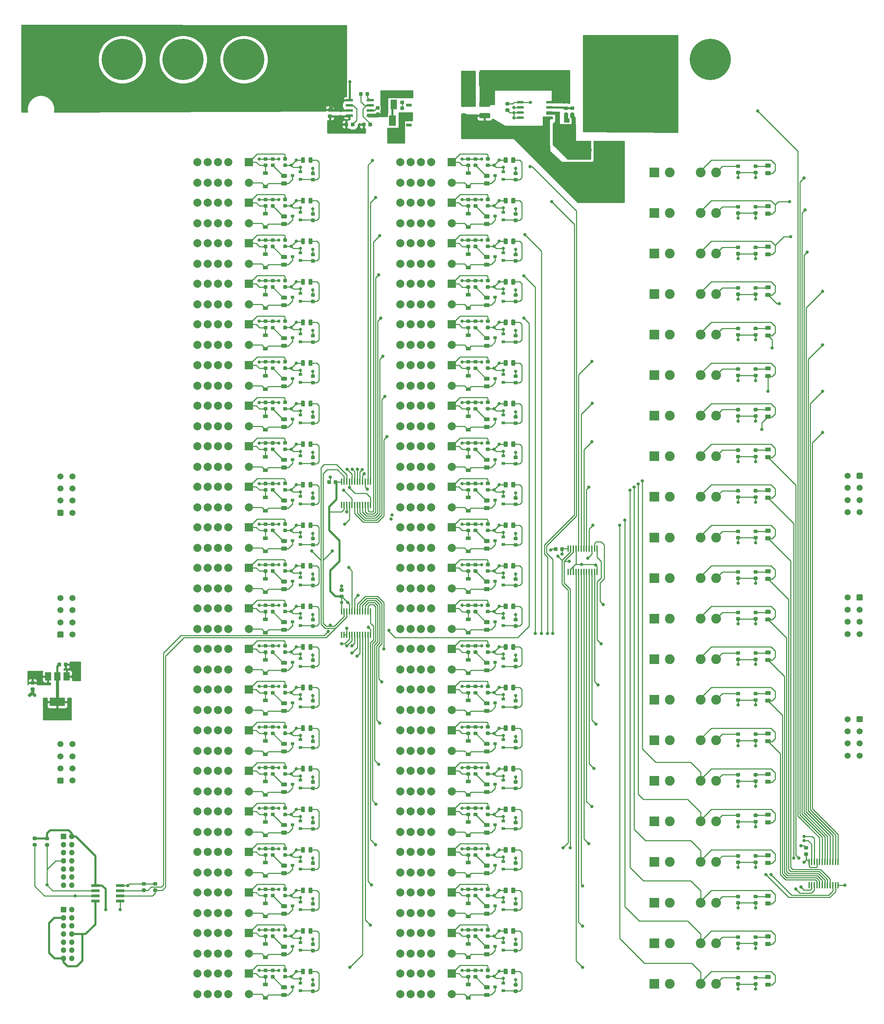
<source format=gtl>
G04 #@! TF.GenerationSoftware,KiCad,Pcbnew,(5.1.2)-1*
G04 #@! TF.CreationDate,2020-08-24T12:41:57-07:00*
G04 #@! TF.ProjectId,relayBoard,72656c61-7942-46f6-9172-642e6b696361,rev?*
G04 #@! TF.SameCoordinates,Original*
G04 #@! TF.FileFunction,Copper,L1,Top*
G04 #@! TF.FilePolarity,Positive*
%FSLAX46Y46*%
G04 Gerber Fmt 4.6, Leading zero omitted, Abs format (unit mm)*
G04 Created by KiCad (PCBNEW (5.1.2)-1) date 2020-08-24 12:41:57*
%MOMM*%
%LPD*%
G04 APERTURE LIST*
%ADD10C,0.100000*%
%ADD11C,0.975000*%
%ADD12C,0.875000*%
%ADD13R,0.410000X1.570000*%
%ADD14R,1.397000X0.762000*%
%ADD15R,2.032000X0.660400*%
%ADD16R,1.200000X0.900000*%
%ADD17R,1.400000X1.390000*%
%ADD18R,4.860000X3.360000*%
%ADD19R,1.500000X1.050000*%
%ADD20R,1.500000X2.400000*%
%ADD21R,1.800000X2.500000*%
%ADD22C,1.500000*%
%ADD23C,1.250000*%
%ADD24C,2.000000*%
%ADD25R,2.000000X2.000000*%
%ADD26C,0.600000*%
%ADD27R,1.500000X2.000000*%
%ADD28R,3.800000X2.000000*%
%ADD29R,0.800000X4.600000*%
%ADD30R,10.800000X9.400000*%
%ADD31R,0.900000X0.800000*%
%ADD32C,2.420000*%
%ADD33R,2.420000X2.420000*%
%ADD34O,1.350000X1.350000*%
%ADD35R,1.350000X1.350000*%
%ADD36C,10.160000*%
%ADD37C,0.800000*%
%ADD38C,0.250000*%
%ADD39C,0.750000*%
%ADD40C,0.500000*%
%ADD41C,1.000000*%
%ADD42C,0.254000*%
G04 APERTURE END LIST*
D10*
G36*
X151280142Y33848826D02*
G01*
X151303803Y33845316D01*
X151327007Y33839504D01*
X151349529Y33831446D01*
X151371153Y33821218D01*
X151391670Y33808921D01*
X151410883Y33794671D01*
X151428607Y33778607D01*
X151444671Y33760883D01*
X151458921Y33741670D01*
X151471218Y33721153D01*
X151481446Y33699529D01*
X151489504Y33677007D01*
X151495316Y33653803D01*
X151498826Y33630142D01*
X151500000Y33606250D01*
X151500000Y33118750D01*
X151498826Y33094858D01*
X151495316Y33071197D01*
X151489504Y33047993D01*
X151481446Y33025471D01*
X151471218Y33003847D01*
X151458921Y32983330D01*
X151444671Y32964117D01*
X151428607Y32946393D01*
X151410883Y32930329D01*
X151391670Y32916079D01*
X151371153Y32903782D01*
X151349529Y32893554D01*
X151327007Y32885496D01*
X151303803Y32879684D01*
X151280142Y32876174D01*
X151256250Y32875000D01*
X150343750Y32875000D01*
X150319858Y32876174D01*
X150296197Y32879684D01*
X150272993Y32885496D01*
X150250471Y32893554D01*
X150228847Y32903782D01*
X150208330Y32916079D01*
X150189117Y32930329D01*
X150171393Y32946393D01*
X150155329Y32964117D01*
X150141079Y32983330D01*
X150128782Y33003847D01*
X150118554Y33025471D01*
X150110496Y33047993D01*
X150104684Y33071197D01*
X150101174Y33094858D01*
X150100000Y33118750D01*
X150100000Y33606250D01*
X150101174Y33630142D01*
X150104684Y33653803D01*
X150110496Y33677007D01*
X150118554Y33699529D01*
X150128782Y33721153D01*
X150141079Y33741670D01*
X150155329Y33760883D01*
X150171393Y33778607D01*
X150189117Y33794671D01*
X150208330Y33808921D01*
X150228847Y33821218D01*
X150250471Y33831446D01*
X150272993Y33839504D01*
X150296197Y33845316D01*
X150319858Y33848826D01*
X150343750Y33850000D01*
X151256250Y33850000D01*
X151280142Y33848826D01*
X151280142Y33848826D01*
G37*
D11*
X150800000Y33362500D03*
D10*
G36*
X151280142Y35723826D02*
G01*
X151303803Y35720316D01*
X151327007Y35714504D01*
X151349529Y35706446D01*
X151371153Y35696218D01*
X151391670Y35683921D01*
X151410883Y35669671D01*
X151428607Y35653607D01*
X151444671Y35635883D01*
X151458921Y35616670D01*
X151471218Y35596153D01*
X151481446Y35574529D01*
X151489504Y35552007D01*
X151495316Y35528803D01*
X151498826Y35505142D01*
X151500000Y35481250D01*
X151500000Y34993750D01*
X151498826Y34969858D01*
X151495316Y34946197D01*
X151489504Y34922993D01*
X151481446Y34900471D01*
X151471218Y34878847D01*
X151458921Y34858330D01*
X151444671Y34839117D01*
X151428607Y34821393D01*
X151410883Y34805329D01*
X151391670Y34791079D01*
X151371153Y34778782D01*
X151349529Y34768554D01*
X151327007Y34760496D01*
X151303803Y34754684D01*
X151280142Y34751174D01*
X151256250Y34750000D01*
X150343750Y34750000D01*
X150319858Y34751174D01*
X150296197Y34754684D01*
X150272993Y34760496D01*
X150250471Y34768554D01*
X150228847Y34778782D01*
X150208330Y34791079D01*
X150189117Y34805329D01*
X150171393Y34821393D01*
X150155329Y34839117D01*
X150141079Y34858330D01*
X150128782Y34878847D01*
X150118554Y34900471D01*
X150110496Y34922993D01*
X150104684Y34946197D01*
X150101174Y34969858D01*
X150100000Y34993750D01*
X150100000Y35481250D01*
X150101174Y35505142D01*
X150104684Y35528803D01*
X150110496Y35552007D01*
X150118554Y35574529D01*
X150128782Y35596153D01*
X150141079Y35616670D01*
X150155329Y35635883D01*
X150171393Y35653607D01*
X150189117Y35669671D01*
X150208330Y35683921D01*
X150228847Y35696218D01*
X150250471Y35706446D01*
X150272993Y35714504D01*
X150296197Y35720316D01*
X150319858Y35723826D01*
X150343750Y35725000D01*
X151256250Y35725000D01*
X151280142Y35723826D01*
X151280142Y35723826D01*
G37*
D11*
X150800000Y35237500D03*
D10*
G36*
X110477691Y41711447D02*
G01*
X110498926Y41708297D01*
X110519750Y41703081D01*
X110539962Y41695849D01*
X110559368Y41686670D01*
X110577781Y41675634D01*
X110595024Y41662846D01*
X110610930Y41648430D01*
X110625346Y41632524D01*
X110638134Y41615281D01*
X110649170Y41596868D01*
X110658349Y41577462D01*
X110665581Y41557250D01*
X110670797Y41536426D01*
X110673947Y41515191D01*
X110675000Y41493750D01*
X110675000Y41056250D01*
X110673947Y41034809D01*
X110670797Y41013574D01*
X110665581Y40992750D01*
X110658349Y40972538D01*
X110649170Y40953132D01*
X110638134Y40934719D01*
X110625346Y40917476D01*
X110610930Y40901570D01*
X110595024Y40887154D01*
X110577781Y40874366D01*
X110559368Y40863330D01*
X110539962Y40854151D01*
X110519750Y40846919D01*
X110498926Y40841703D01*
X110477691Y40838553D01*
X110456250Y40837500D01*
X109943750Y40837500D01*
X109922309Y40838553D01*
X109901074Y40841703D01*
X109880250Y40846919D01*
X109860038Y40854151D01*
X109840632Y40863330D01*
X109822219Y40874366D01*
X109804976Y40887154D01*
X109789070Y40901570D01*
X109774654Y40917476D01*
X109761866Y40934719D01*
X109750830Y40953132D01*
X109741651Y40972538D01*
X109734419Y40992750D01*
X109729203Y41013574D01*
X109726053Y41034809D01*
X109725000Y41056250D01*
X109725000Y41493750D01*
X109726053Y41515191D01*
X109729203Y41536426D01*
X109734419Y41557250D01*
X109741651Y41577462D01*
X109750830Y41596868D01*
X109761866Y41615281D01*
X109774654Y41632524D01*
X109789070Y41648430D01*
X109804976Y41662846D01*
X109822219Y41675634D01*
X109840632Y41686670D01*
X109860038Y41695849D01*
X109880250Y41703081D01*
X109901074Y41708297D01*
X109922309Y41711447D01*
X109943750Y41712500D01*
X110456250Y41712500D01*
X110477691Y41711447D01*
X110477691Y41711447D01*
G37*
D12*
X110200000Y41275000D03*
D10*
G36*
X110477691Y40136447D02*
G01*
X110498926Y40133297D01*
X110519750Y40128081D01*
X110539962Y40120849D01*
X110559368Y40111670D01*
X110577781Y40100634D01*
X110595024Y40087846D01*
X110610930Y40073430D01*
X110625346Y40057524D01*
X110638134Y40040281D01*
X110649170Y40021868D01*
X110658349Y40002462D01*
X110665581Y39982250D01*
X110670797Y39961426D01*
X110673947Y39940191D01*
X110675000Y39918750D01*
X110675000Y39481250D01*
X110673947Y39459809D01*
X110670797Y39438574D01*
X110665581Y39417750D01*
X110658349Y39397538D01*
X110649170Y39378132D01*
X110638134Y39359719D01*
X110625346Y39342476D01*
X110610930Y39326570D01*
X110595024Y39312154D01*
X110577781Y39299366D01*
X110559368Y39288330D01*
X110539962Y39279151D01*
X110519750Y39271919D01*
X110498926Y39266703D01*
X110477691Y39263553D01*
X110456250Y39262500D01*
X109943750Y39262500D01*
X109922309Y39263553D01*
X109901074Y39266703D01*
X109880250Y39271919D01*
X109860038Y39279151D01*
X109840632Y39288330D01*
X109822219Y39299366D01*
X109804976Y39312154D01*
X109789070Y39326570D01*
X109774654Y39342476D01*
X109761866Y39359719D01*
X109750830Y39378132D01*
X109741651Y39397538D01*
X109734419Y39417750D01*
X109729203Y39438574D01*
X109726053Y39459809D01*
X109725000Y39481250D01*
X109725000Y39918750D01*
X109726053Y39940191D01*
X109729203Y39961426D01*
X109734419Y39982250D01*
X109741651Y40002462D01*
X109750830Y40021868D01*
X109761866Y40040281D01*
X109774654Y40057524D01*
X109789070Y40073430D01*
X109804976Y40087846D01*
X109822219Y40100634D01*
X109840632Y40111670D01*
X109860038Y40120849D01*
X109880250Y40128081D01*
X109901074Y40133297D01*
X109922309Y40136447D01*
X109943750Y40137500D01*
X110456250Y40137500D01*
X110477691Y40136447D01*
X110477691Y40136447D01*
G37*
D12*
X110200000Y39700000D03*
D13*
X210547000Y-147498000D03*
X211197000Y-147498000D03*
X211847000Y-147498000D03*
X212497000Y-147498000D03*
X213147000Y-147498000D03*
X213797000Y-147498000D03*
X214447000Y-147498000D03*
X215097000Y-147498000D03*
X215747000Y-147498000D03*
X216397000Y-147498000D03*
X217047000Y-147498000D03*
X217697000Y-147498000D03*
X217697000Y-153238000D03*
X217047000Y-153238000D03*
X216397000Y-153238000D03*
X215747000Y-153238000D03*
X215097000Y-153238000D03*
X214447000Y-153238000D03*
X213797000Y-153238000D03*
X213147000Y-153238000D03*
X212497000Y-153238000D03*
X211847000Y-153238000D03*
X211197000Y-153238000D03*
X210547000Y-153238000D03*
X95231000Y-53772000D03*
X95881000Y-53772000D03*
X96531000Y-53772000D03*
X97181000Y-53772000D03*
X97831000Y-53772000D03*
X98481000Y-53772000D03*
X99131000Y-53772000D03*
X99781000Y-53772000D03*
X100431000Y-53772000D03*
X101081000Y-53772000D03*
X101731000Y-53772000D03*
X102381000Y-53772000D03*
X102381000Y-59512000D03*
X101731000Y-59512000D03*
X101081000Y-59512000D03*
X100431000Y-59512000D03*
X99781000Y-59512000D03*
X99131000Y-59512000D03*
X98481000Y-59512000D03*
X97831000Y-59512000D03*
X97181000Y-59512000D03*
X96531000Y-59512000D03*
X95881000Y-59512000D03*
X95231000Y-59512000D03*
X95231000Y-85776000D03*
X95881000Y-85776000D03*
X96531000Y-85776000D03*
X97181000Y-85776000D03*
X97831000Y-85776000D03*
X98481000Y-85776000D03*
X99131000Y-85776000D03*
X99781000Y-85776000D03*
X100431000Y-85776000D03*
X101081000Y-85776000D03*
X101731000Y-85776000D03*
X102381000Y-85776000D03*
X102381000Y-91516000D03*
X101731000Y-91516000D03*
X101081000Y-91516000D03*
X100431000Y-91516000D03*
X99781000Y-91516000D03*
X99131000Y-91516000D03*
X98481000Y-91516000D03*
X97831000Y-91516000D03*
X97181000Y-91516000D03*
X96531000Y-91516000D03*
X95881000Y-91516000D03*
X95231000Y-91516000D03*
X151111000Y-70282000D03*
X151761000Y-70282000D03*
X152411000Y-70282000D03*
X153061000Y-70282000D03*
X153711000Y-70282000D03*
X154361000Y-70282000D03*
X155011000Y-70282000D03*
X155661000Y-70282000D03*
X156311000Y-70282000D03*
X156961000Y-70282000D03*
X157611000Y-70282000D03*
X158261000Y-70282000D03*
X158261000Y-76022000D03*
X157611000Y-76022000D03*
X156961000Y-76022000D03*
X156311000Y-76022000D03*
X155661000Y-76022000D03*
X155011000Y-76022000D03*
X154361000Y-76022000D03*
X153711000Y-76022000D03*
X153061000Y-76022000D03*
X152411000Y-76022000D03*
X151761000Y-76022000D03*
X151111000Y-76022000D03*
D14*
X125399800Y34112200D03*
X125399800Y36601400D03*
X125399800Y39090600D03*
X125399800Y41579800D03*
X111836200Y34112200D03*
X111836200Y36601400D03*
X111836200Y39090600D03*
X111836200Y41579800D03*
D15*
X40665400Y-157099000D03*
X34518600Y-157099000D03*
X40665400Y-155829000D03*
X40665400Y-154559000D03*
X34518600Y-155829000D03*
X34518600Y-154559000D03*
X40665400Y-153289000D03*
X34518600Y-153289000D03*
D16*
X76492000Y19026000D03*
X76492000Y22326000D03*
X76492000Y9026000D03*
X76492000Y12326000D03*
X76492000Y-974000D03*
X76492000Y2326000D03*
X76492000Y-10974000D03*
X76492000Y-7674000D03*
X76492000Y-20974000D03*
X76492000Y-17674000D03*
X76492000Y-30974000D03*
X76492000Y-27674000D03*
X76492000Y-40974000D03*
X76492000Y-37674000D03*
X76492000Y-50974000D03*
X76492000Y-47674000D03*
X76492000Y-60974000D03*
X76492000Y-57674000D03*
X76492000Y-70974000D03*
X76492000Y-67674000D03*
X76492000Y-80974000D03*
X76492000Y-77674000D03*
X76492000Y-90974000D03*
X76492000Y-87674000D03*
X76492000Y-100974000D03*
X76492000Y-97674000D03*
X76492000Y-110974000D03*
X76492000Y-107674000D03*
X76492000Y-120974000D03*
X76492000Y-117674000D03*
X76492000Y-130974000D03*
X76492000Y-127674000D03*
X76492000Y-140974000D03*
X76492000Y-137674000D03*
X76492000Y-150974000D03*
X76492000Y-147674000D03*
X76492000Y-160974000D03*
X76492000Y-157674000D03*
X76492000Y-170974000D03*
X76492000Y-167674000D03*
X76492000Y-180974000D03*
X76492000Y-177674000D03*
X126492000Y19026000D03*
X126492000Y22326000D03*
X126492000Y9026000D03*
X126492000Y12326000D03*
X126492000Y-974000D03*
X126492000Y2326000D03*
X126492000Y-10974000D03*
X126492000Y-7674000D03*
X126492000Y-20974000D03*
X126492000Y-17674000D03*
X126492000Y-30974000D03*
X126492000Y-27674000D03*
X126492000Y-40974000D03*
X126492000Y-37674000D03*
X126492000Y-50974000D03*
X126492000Y-47674000D03*
X126492000Y-60974000D03*
X126492000Y-57674000D03*
X126492000Y-70974000D03*
X126492000Y-67674000D03*
X126492000Y-80974000D03*
X126492000Y-77674000D03*
X126492000Y-90974000D03*
X126492000Y-87674000D03*
X126492000Y-100974000D03*
X126492000Y-97674000D03*
X126492000Y-110974000D03*
X126492000Y-107674000D03*
X126492000Y-120974000D03*
X126492000Y-117674000D03*
X126492000Y-130974000D03*
X126492000Y-127674000D03*
X126492000Y-140974000D03*
X126492000Y-137674000D03*
X126492000Y-150974000D03*
X126492000Y-147674000D03*
X126492000Y-160974000D03*
X126492000Y-157674000D03*
X126492000Y-170974000D03*
X126492000Y-167674000D03*
X126492000Y-180974000D03*
X126492000Y-177674000D03*
D17*
X127518500Y44546000D03*
X127518500Y46386000D03*
D18*
X131500500Y45466000D03*
D19*
X108100000Y41625000D03*
D20*
X108100000Y39250000D03*
D21*
X107800000Y31200000D03*
X107800000Y35200000D03*
D22*
X28908000Y-82440000D03*
X28908000Y-85440000D03*
X28908000Y-88440000D03*
X28908000Y-91440000D03*
X25908000Y-82440000D03*
X25908000Y-85440000D03*
X25908000Y-88440000D03*
D10*
G36*
X26432504Y-90691204D02*
G01*
X26456773Y-90694804D01*
X26480571Y-90700765D01*
X26503671Y-90709030D01*
X26525849Y-90719520D01*
X26546893Y-90732133D01*
X26566598Y-90746747D01*
X26584777Y-90763223D01*
X26601253Y-90781402D01*
X26615867Y-90801107D01*
X26628480Y-90822151D01*
X26638970Y-90844329D01*
X26647235Y-90867429D01*
X26653196Y-90891227D01*
X26656796Y-90915496D01*
X26658000Y-90940000D01*
X26658000Y-91940000D01*
X26656796Y-91964504D01*
X26653196Y-91988773D01*
X26647235Y-92012571D01*
X26638970Y-92035671D01*
X26628480Y-92057849D01*
X26615867Y-92078893D01*
X26601253Y-92098598D01*
X26584777Y-92116777D01*
X26566598Y-92133253D01*
X26546893Y-92147867D01*
X26525849Y-92160480D01*
X26503671Y-92170970D01*
X26480571Y-92179235D01*
X26456773Y-92185196D01*
X26432504Y-92188796D01*
X26408000Y-92190000D01*
X25408000Y-92190000D01*
X25383496Y-92188796D01*
X25359227Y-92185196D01*
X25335429Y-92179235D01*
X25312329Y-92170970D01*
X25290151Y-92160480D01*
X25269107Y-92147867D01*
X25249402Y-92133253D01*
X25231223Y-92116777D01*
X25214747Y-92098598D01*
X25200133Y-92078893D01*
X25187520Y-92057849D01*
X25177030Y-92035671D01*
X25168765Y-92012571D01*
X25162804Y-91988773D01*
X25159204Y-91964504D01*
X25158000Y-91940000D01*
X25158000Y-90940000D01*
X25159204Y-90915496D01*
X25162804Y-90891227D01*
X25168765Y-90867429D01*
X25177030Y-90844329D01*
X25187520Y-90822151D01*
X25200133Y-90801107D01*
X25214747Y-90781402D01*
X25231223Y-90763223D01*
X25249402Y-90746747D01*
X25269107Y-90732133D01*
X25290151Y-90719520D01*
X25312329Y-90709030D01*
X25335429Y-90700765D01*
X25359227Y-90694804D01*
X25383496Y-90691204D01*
X25408000Y-90690000D01*
X26408000Y-90690000D01*
X26432504Y-90691204D01*
X26432504Y-90691204D01*
G37*
D22*
X25908000Y-91440000D03*
D10*
G36*
X131655504Y37069796D02*
G01*
X131679773Y37066196D01*
X131703571Y37060235D01*
X131726671Y37051970D01*
X131748849Y37041480D01*
X131769893Y37028867D01*
X131789598Y37014253D01*
X131807777Y36997777D01*
X131824253Y36979598D01*
X131838867Y36959893D01*
X131851480Y36938849D01*
X131861970Y36916671D01*
X131870235Y36893571D01*
X131876196Y36869773D01*
X131879796Y36845504D01*
X131881000Y36821000D01*
X131881000Y36071000D01*
X131879796Y36046496D01*
X131876196Y36022227D01*
X131870235Y35998429D01*
X131861970Y35975329D01*
X131851480Y35953151D01*
X131838867Y35932107D01*
X131824253Y35912402D01*
X131807777Y35894223D01*
X131789598Y35877747D01*
X131769893Y35863133D01*
X131748849Y35850520D01*
X131726671Y35840030D01*
X131703571Y35831765D01*
X131679773Y35825804D01*
X131655504Y35822204D01*
X131631000Y35821000D01*
X129481000Y35821000D01*
X129456496Y35822204D01*
X129432227Y35825804D01*
X129408429Y35831765D01*
X129385329Y35840030D01*
X129363151Y35850520D01*
X129342107Y35863133D01*
X129322402Y35877747D01*
X129304223Y35894223D01*
X129287747Y35912402D01*
X129273133Y35932107D01*
X129260520Y35953151D01*
X129250030Y35975329D01*
X129241765Y35998429D01*
X129235804Y36022227D01*
X129232204Y36046496D01*
X129231000Y36071000D01*
X129231000Y36821000D01*
X129232204Y36845504D01*
X129235804Y36869773D01*
X129241765Y36893571D01*
X129250030Y36916671D01*
X129260520Y36938849D01*
X129273133Y36959893D01*
X129287747Y36979598D01*
X129304223Y36997777D01*
X129322402Y37014253D01*
X129342107Y37028867D01*
X129363151Y37041480D01*
X129385329Y37051970D01*
X129408429Y37060235D01*
X129432227Y37066196D01*
X129456496Y37069796D01*
X129481000Y37071000D01*
X131631000Y37071000D01*
X131655504Y37069796D01*
X131655504Y37069796D01*
G37*
D23*
X130556000Y36446000D03*
D10*
G36*
X131655504Y39869796D02*
G01*
X131679773Y39866196D01*
X131703571Y39860235D01*
X131726671Y39851970D01*
X131748849Y39841480D01*
X131769893Y39828867D01*
X131789598Y39814253D01*
X131807777Y39797777D01*
X131824253Y39779598D01*
X131838867Y39759893D01*
X131851480Y39738849D01*
X131861970Y39716671D01*
X131870235Y39693571D01*
X131876196Y39669773D01*
X131879796Y39645504D01*
X131881000Y39621000D01*
X131881000Y38871000D01*
X131879796Y38846496D01*
X131876196Y38822227D01*
X131870235Y38798429D01*
X131861970Y38775329D01*
X131851480Y38753151D01*
X131838867Y38732107D01*
X131824253Y38712402D01*
X131807777Y38694223D01*
X131789598Y38677747D01*
X131769893Y38663133D01*
X131748849Y38650520D01*
X131726671Y38640030D01*
X131703571Y38631765D01*
X131679773Y38625804D01*
X131655504Y38622204D01*
X131631000Y38621000D01*
X129481000Y38621000D01*
X129456496Y38622204D01*
X129432227Y38625804D01*
X129408429Y38631765D01*
X129385329Y38640030D01*
X129363151Y38650520D01*
X129342107Y38663133D01*
X129322402Y38677747D01*
X129304223Y38694223D01*
X129287747Y38712402D01*
X129273133Y38732107D01*
X129260520Y38753151D01*
X129250030Y38775329D01*
X129241765Y38798429D01*
X129235804Y38822227D01*
X129232204Y38846496D01*
X129231000Y38871000D01*
X129231000Y39621000D01*
X129232204Y39645504D01*
X129235804Y39669773D01*
X129241765Y39693571D01*
X129250030Y39716671D01*
X129260520Y39738849D01*
X129273133Y39759893D01*
X129287747Y39779598D01*
X129304223Y39797777D01*
X129322402Y39814253D01*
X129342107Y39828867D01*
X129363151Y39841480D01*
X129385329Y39851970D01*
X129408429Y39860235D01*
X129432227Y39866196D01*
X129456496Y39869796D01*
X129481000Y39871000D01*
X131631000Y39871000D01*
X131655504Y39869796D01*
X131655504Y39869796D01*
G37*
D23*
X130556000Y39246000D03*
D10*
G36*
X152423691Y38736447D02*
G01*
X152444926Y38733297D01*
X152465750Y38728081D01*
X152485962Y38720849D01*
X152505368Y38711670D01*
X152523781Y38700634D01*
X152541024Y38687846D01*
X152556930Y38673430D01*
X152571346Y38657524D01*
X152584134Y38640281D01*
X152595170Y38621868D01*
X152604349Y38602462D01*
X152611581Y38582250D01*
X152616797Y38561426D01*
X152619947Y38540191D01*
X152621000Y38518750D01*
X152621000Y38081250D01*
X152619947Y38059809D01*
X152616797Y38038574D01*
X152611581Y38017750D01*
X152604349Y37997538D01*
X152595170Y37978132D01*
X152584134Y37959719D01*
X152571346Y37942476D01*
X152556930Y37926570D01*
X152541024Y37912154D01*
X152523781Y37899366D01*
X152505368Y37888330D01*
X152485962Y37879151D01*
X152465750Y37871919D01*
X152444926Y37866703D01*
X152423691Y37863553D01*
X152402250Y37862500D01*
X151889750Y37862500D01*
X151868309Y37863553D01*
X151847074Y37866703D01*
X151826250Y37871919D01*
X151806038Y37879151D01*
X151786632Y37888330D01*
X151768219Y37899366D01*
X151750976Y37912154D01*
X151735070Y37926570D01*
X151720654Y37942476D01*
X151707866Y37959719D01*
X151696830Y37978132D01*
X151687651Y37997538D01*
X151680419Y38017750D01*
X151675203Y38038574D01*
X151672053Y38059809D01*
X151671000Y38081250D01*
X151671000Y38518750D01*
X151672053Y38540191D01*
X151675203Y38561426D01*
X151680419Y38582250D01*
X151687651Y38602462D01*
X151696830Y38621868D01*
X151707866Y38640281D01*
X151720654Y38657524D01*
X151735070Y38673430D01*
X151750976Y38687846D01*
X151768219Y38700634D01*
X151786632Y38711670D01*
X151806038Y38720849D01*
X151826250Y38728081D01*
X151847074Y38733297D01*
X151868309Y38736447D01*
X151889750Y38737500D01*
X152402250Y38737500D01*
X152423691Y38736447D01*
X152423691Y38736447D01*
G37*
D12*
X152146000Y38300000D03*
D10*
G36*
X152423691Y37161447D02*
G01*
X152444926Y37158297D01*
X152465750Y37153081D01*
X152485962Y37145849D01*
X152505368Y37136670D01*
X152523781Y37125634D01*
X152541024Y37112846D01*
X152556930Y37098430D01*
X152571346Y37082524D01*
X152584134Y37065281D01*
X152595170Y37046868D01*
X152604349Y37027462D01*
X152611581Y37007250D01*
X152616797Y36986426D01*
X152619947Y36965191D01*
X152621000Y36943750D01*
X152621000Y36506250D01*
X152619947Y36484809D01*
X152616797Y36463574D01*
X152611581Y36442750D01*
X152604349Y36422538D01*
X152595170Y36403132D01*
X152584134Y36384719D01*
X152571346Y36367476D01*
X152556930Y36351570D01*
X152541024Y36337154D01*
X152523781Y36324366D01*
X152505368Y36313330D01*
X152485962Y36304151D01*
X152465750Y36296919D01*
X152444926Y36291703D01*
X152423691Y36288553D01*
X152402250Y36287500D01*
X151889750Y36287500D01*
X151868309Y36288553D01*
X151847074Y36291703D01*
X151826250Y36296919D01*
X151806038Y36304151D01*
X151786632Y36313330D01*
X151768219Y36324366D01*
X151750976Y36337154D01*
X151735070Y36351570D01*
X151720654Y36367476D01*
X151707866Y36384719D01*
X151696830Y36403132D01*
X151687651Y36422538D01*
X151680419Y36442750D01*
X151675203Y36463574D01*
X151672053Y36484809D01*
X151671000Y36506250D01*
X151671000Y36943750D01*
X151672053Y36965191D01*
X151675203Y36986426D01*
X151680419Y37007250D01*
X151687651Y37027462D01*
X151696830Y37046868D01*
X151707866Y37065281D01*
X151720654Y37082524D01*
X151735070Y37098430D01*
X151750976Y37112846D01*
X151768219Y37125634D01*
X151786632Y37136670D01*
X151806038Y37145849D01*
X151826250Y37153081D01*
X151847074Y37158297D01*
X151868309Y37161447D01*
X151889750Y37162500D01*
X152402250Y37162500D01*
X152423691Y37161447D01*
X152423691Y37161447D01*
G37*
D12*
X152146000Y36725000D03*
D10*
G36*
X150877691Y37161447D02*
G01*
X150898926Y37158297D01*
X150919750Y37153081D01*
X150939962Y37145849D01*
X150959368Y37136670D01*
X150977781Y37125634D01*
X150995024Y37112846D01*
X151010930Y37098430D01*
X151025346Y37082524D01*
X151038134Y37065281D01*
X151049170Y37046868D01*
X151058349Y37027462D01*
X151065581Y37007250D01*
X151070797Y36986426D01*
X151073947Y36965191D01*
X151075000Y36943750D01*
X151075000Y36506250D01*
X151073947Y36484809D01*
X151070797Y36463574D01*
X151065581Y36442750D01*
X151058349Y36422538D01*
X151049170Y36403132D01*
X151038134Y36384719D01*
X151025346Y36367476D01*
X151010930Y36351570D01*
X150995024Y36337154D01*
X150977781Y36324366D01*
X150959368Y36313330D01*
X150939962Y36304151D01*
X150919750Y36296919D01*
X150898926Y36291703D01*
X150877691Y36288553D01*
X150856250Y36287500D01*
X150343750Y36287500D01*
X150322309Y36288553D01*
X150301074Y36291703D01*
X150280250Y36296919D01*
X150260038Y36304151D01*
X150240632Y36313330D01*
X150222219Y36324366D01*
X150204976Y36337154D01*
X150189070Y36351570D01*
X150174654Y36367476D01*
X150161866Y36384719D01*
X150150830Y36403132D01*
X150141651Y36422538D01*
X150134419Y36442750D01*
X150129203Y36463574D01*
X150126053Y36484809D01*
X150125000Y36506250D01*
X150125000Y36943750D01*
X150126053Y36965191D01*
X150129203Y36986426D01*
X150134419Y37007250D01*
X150141651Y37027462D01*
X150150830Y37046868D01*
X150161866Y37065281D01*
X150174654Y37082524D01*
X150189070Y37098430D01*
X150204976Y37112846D01*
X150222219Y37125634D01*
X150240632Y37136670D01*
X150260038Y37145849D01*
X150280250Y37153081D01*
X150301074Y37158297D01*
X150322309Y37161447D01*
X150343750Y37162500D01*
X150856250Y37162500D01*
X150877691Y37161447D01*
X150877691Y37161447D01*
G37*
D12*
X150600000Y36725000D03*
D10*
G36*
X150877691Y38736447D02*
G01*
X150898926Y38733297D01*
X150919750Y38728081D01*
X150939962Y38720849D01*
X150959368Y38711670D01*
X150977781Y38700634D01*
X150995024Y38687846D01*
X151010930Y38673430D01*
X151025346Y38657524D01*
X151038134Y38640281D01*
X151049170Y38621868D01*
X151058349Y38602462D01*
X151065581Y38582250D01*
X151070797Y38561426D01*
X151073947Y38540191D01*
X151075000Y38518750D01*
X151075000Y38081250D01*
X151073947Y38059809D01*
X151070797Y38038574D01*
X151065581Y38017750D01*
X151058349Y37997538D01*
X151049170Y37978132D01*
X151038134Y37959719D01*
X151025346Y37942476D01*
X151010930Y37926570D01*
X150995024Y37912154D01*
X150977781Y37899366D01*
X150959368Y37888330D01*
X150939962Y37879151D01*
X150919750Y37871919D01*
X150898926Y37866703D01*
X150877691Y37863553D01*
X150856250Y37862500D01*
X150343750Y37862500D01*
X150322309Y37863553D01*
X150301074Y37866703D01*
X150280250Y37871919D01*
X150260038Y37879151D01*
X150240632Y37888330D01*
X150222219Y37899366D01*
X150204976Y37912154D01*
X150189070Y37926570D01*
X150174654Y37942476D01*
X150161866Y37959719D01*
X150150830Y37978132D01*
X150141651Y37997538D01*
X150134419Y38017750D01*
X150129203Y38038574D01*
X150126053Y38059809D01*
X150125000Y38081250D01*
X150125000Y38518750D01*
X150126053Y38540191D01*
X150129203Y38561426D01*
X150134419Y38582250D01*
X150141651Y38602462D01*
X150150830Y38621868D01*
X150161866Y38640281D01*
X150174654Y38657524D01*
X150189070Y38673430D01*
X150204976Y38687846D01*
X150222219Y38700634D01*
X150240632Y38711670D01*
X150260038Y38720849D01*
X150280250Y38728081D01*
X150301074Y38733297D01*
X150322309Y38736447D01*
X150343750Y38737500D01*
X150856250Y38737500D01*
X150877691Y38736447D01*
X150877691Y38736447D01*
G37*
D12*
X150600000Y38300000D03*
D10*
G36*
X100974691Y34763947D02*
G01*
X100995926Y34760797D01*
X101016750Y34755581D01*
X101036962Y34748349D01*
X101056368Y34739170D01*
X101074781Y34728134D01*
X101092024Y34715346D01*
X101107930Y34700930D01*
X101122346Y34685024D01*
X101135134Y34667781D01*
X101146170Y34649368D01*
X101155349Y34629962D01*
X101162581Y34609750D01*
X101167797Y34588926D01*
X101170947Y34567691D01*
X101172000Y34546250D01*
X101172000Y34033750D01*
X101170947Y34012309D01*
X101167797Y33991074D01*
X101162581Y33970250D01*
X101155349Y33950038D01*
X101146170Y33930632D01*
X101135134Y33912219D01*
X101122346Y33894976D01*
X101107930Y33879070D01*
X101092024Y33864654D01*
X101074781Y33851866D01*
X101056368Y33840830D01*
X101036962Y33831651D01*
X101016750Y33824419D01*
X100995926Y33819203D01*
X100974691Y33816053D01*
X100953250Y33815000D01*
X100515750Y33815000D01*
X100494309Y33816053D01*
X100473074Y33819203D01*
X100452250Y33824419D01*
X100432038Y33831651D01*
X100412632Y33840830D01*
X100394219Y33851866D01*
X100376976Y33864654D01*
X100361070Y33879070D01*
X100346654Y33894976D01*
X100333866Y33912219D01*
X100322830Y33930632D01*
X100313651Y33950038D01*
X100306419Y33970250D01*
X100301203Y33991074D01*
X100298053Y34012309D01*
X100297000Y34033750D01*
X100297000Y34546250D01*
X100298053Y34567691D01*
X100301203Y34588926D01*
X100306419Y34609750D01*
X100313651Y34629962D01*
X100322830Y34649368D01*
X100333866Y34667781D01*
X100346654Y34685024D01*
X100361070Y34700930D01*
X100376976Y34715346D01*
X100394219Y34728134D01*
X100412632Y34739170D01*
X100432038Y34748349D01*
X100452250Y34755581D01*
X100473074Y34760797D01*
X100494309Y34763947D01*
X100515750Y34765000D01*
X100953250Y34765000D01*
X100974691Y34763947D01*
X100974691Y34763947D01*
G37*
D12*
X100734500Y34290000D03*
D10*
G36*
X102549691Y34763947D02*
G01*
X102570926Y34760797D01*
X102591750Y34755581D01*
X102611962Y34748349D01*
X102631368Y34739170D01*
X102649781Y34728134D01*
X102667024Y34715346D01*
X102682930Y34700930D01*
X102697346Y34685024D01*
X102710134Y34667781D01*
X102721170Y34649368D01*
X102730349Y34629962D01*
X102737581Y34609750D01*
X102742797Y34588926D01*
X102745947Y34567691D01*
X102747000Y34546250D01*
X102747000Y34033750D01*
X102745947Y34012309D01*
X102742797Y33991074D01*
X102737581Y33970250D01*
X102730349Y33950038D01*
X102721170Y33930632D01*
X102710134Y33912219D01*
X102697346Y33894976D01*
X102682930Y33879070D01*
X102667024Y33864654D01*
X102649781Y33851866D01*
X102631368Y33840830D01*
X102611962Y33831651D01*
X102591750Y33824419D01*
X102570926Y33819203D01*
X102549691Y33816053D01*
X102528250Y33815000D01*
X102090750Y33815000D01*
X102069309Y33816053D01*
X102048074Y33819203D01*
X102027250Y33824419D01*
X102007038Y33831651D01*
X101987632Y33840830D01*
X101969219Y33851866D01*
X101951976Y33864654D01*
X101936070Y33879070D01*
X101921654Y33894976D01*
X101908866Y33912219D01*
X101897830Y33930632D01*
X101888651Y33950038D01*
X101881419Y33970250D01*
X101876203Y33991074D01*
X101873053Y34012309D01*
X101872000Y34033750D01*
X101872000Y34546250D01*
X101873053Y34567691D01*
X101876203Y34588926D01*
X101881419Y34609750D01*
X101888651Y34629962D01*
X101897830Y34649368D01*
X101908866Y34667781D01*
X101921654Y34685024D01*
X101936070Y34700930D01*
X101951976Y34715346D01*
X101969219Y34728134D01*
X101987632Y34739170D01*
X102007038Y34748349D01*
X102027250Y34755581D01*
X102048074Y34760797D01*
X102069309Y34763947D01*
X102090750Y34765000D01*
X102528250Y34765000D01*
X102549691Y34763947D01*
X102549691Y34763947D01*
G37*
D12*
X102309500Y34290000D03*
D10*
G36*
X104477691Y37236447D02*
G01*
X104498926Y37233297D01*
X104519750Y37228081D01*
X104539962Y37220849D01*
X104559368Y37211670D01*
X104577781Y37200634D01*
X104595024Y37187846D01*
X104610930Y37173430D01*
X104625346Y37157524D01*
X104638134Y37140281D01*
X104649170Y37121868D01*
X104658349Y37102462D01*
X104665581Y37082250D01*
X104670797Y37061426D01*
X104673947Y37040191D01*
X104675000Y37018750D01*
X104675000Y36581250D01*
X104673947Y36559809D01*
X104670797Y36538574D01*
X104665581Y36517750D01*
X104658349Y36497538D01*
X104649170Y36478132D01*
X104638134Y36459719D01*
X104625346Y36442476D01*
X104610930Y36426570D01*
X104595024Y36412154D01*
X104577781Y36399366D01*
X104559368Y36388330D01*
X104539962Y36379151D01*
X104519750Y36371919D01*
X104498926Y36366703D01*
X104477691Y36363553D01*
X104456250Y36362500D01*
X103943750Y36362500D01*
X103922309Y36363553D01*
X103901074Y36366703D01*
X103880250Y36371919D01*
X103860038Y36379151D01*
X103840632Y36388330D01*
X103822219Y36399366D01*
X103804976Y36412154D01*
X103789070Y36426570D01*
X103774654Y36442476D01*
X103761866Y36459719D01*
X103750830Y36478132D01*
X103741651Y36497538D01*
X103734419Y36517750D01*
X103729203Y36538574D01*
X103726053Y36559809D01*
X103725000Y36581250D01*
X103725000Y37018750D01*
X103726053Y37040191D01*
X103729203Y37061426D01*
X103734419Y37082250D01*
X103741651Y37102462D01*
X103750830Y37121868D01*
X103761866Y37140281D01*
X103774654Y37157524D01*
X103789070Y37173430D01*
X103804976Y37187846D01*
X103822219Y37200634D01*
X103840632Y37211670D01*
X103860038Y37220849D01*
X103880250Y37228081D01*
X103901074Y37233297D01*
X103922309Y37236447D01*
X103943750Y37237500D01*
X104456250Y37237500D01*
X104477691Y37236447D01*
X104477691Y37236447D01*
G37*
D12*
X104200000Y36800000D03*
D10*
G36*
X104477691Y38811447D02*
G01*
X104498926Y38808297D01*
X104519750Y38803081D01*
X104539962Y38795849D01*
X104559368Y38786670D01*
X104577781Y38775634D01*
X104595024Y38762846D01*
X104610930Y38748430D01*
X104625346Y38732524D01*
X104638134Y38715281D01*
X104649170Y38696868D01*
X104658349Y38677462D01*
X104665581Y38657250D01*
X104670797Y38636426D01*
X104673947Y38615191D01*
X104675000Y38593750D01*
X104675000Y38156250D01*
X104673947Y38134809D01*
X104670797Y38113574D01*
X104665581Y38092750D01*
X104658349Y38072538D01*
X104649170Y38053132D01*
X104638134Y38034719D01*
X104625346Y38017476D01*
X104610930Y38001570D01*
X104595024Y37987154D01*
X104577781Y37974366D01*
X104559368Y37963330D01*
X104539962Y37954151D01*
X104519750Y37946919D01*
X104498926Y37941703D01*
X104477691Y37938553D01*
X104456250Y37937500D01*
X103943750Y37937500D01*
X103922309Y37938553D01*
X103901074Y37941703D01*
X103880250Y37946919D01*
X103860038Y37954151D01*
X103840632Y37963330D01*
X103822219Y37974366D01*
X103804976Y37987154D01*
X103789070Y38001570D01*
X103774654Y38017476D01*
X103761866Y38034719D01*
X103750830Y38053132D01*
X103741651Y38072538D01*
X103734419Y38092750D01*
X103729203Y38113574D01*
X103726053Y38134809D01*
X103725000Y38156250D01*
X103725000Y38593750D01*
X103726053Y38615191D01*
X103729203Y38636426D01*
X103734419Y38657250D01*
X103741651Y38677462D01*
X103750830Y38696868D01*
X103761866Y38715281D01*
X103774654Y38732524D01*
X103789070Y38748430D01*
X103804976Y38762846D01*
X103822219Y38775634D01*
X103840632Y38786670D01*
X103860038Y38795849D01*
X103880250Y38803081D01*
X103901074Y38808297D01*
X103922309Y38811447D01*
X103943750Y38812500D01*
X104456250Y38812500D01*
X104477691Y38811447D01*
X104477691Y38811447D01*
G37*
D12*
X104200000Y38375000D03*
D10*
G36*
X101815191Y42273947D02*
G01*
X101836426Y42270797D01*
X101857250Y42265581D01*
X101877462Y42258349D01*
X101896868Y42249170D01*
X101915281Y42238134D01*
X101932524Y42225346D01*
X101948430Y42210930D01*
X101962846Y42195024D01*
X101975634Y42177781D01*
X101986670Y42159368D01*
X101995849Y42139962D01*
X102003081Y42119750D01*
X102008297Y42098926D01*
X102011447Y42077691D01*
X102012500Y42056250D01*
X102012500Y41543750D01*
X102011447Y41522309D01*
X102008297Y41501074D01*
X102003081Y41480250D01*
X101995849Y41460038D01*
X101986670Y41440632D01*
X101975634Y41422219D01*
X101962846Y41404976D01*
X101948430Y41389070D01*
X101932524Y41374654D01*
X101915281Y41361866D01*
X101896868Y41350830D01*
X101877462Y41341651D01*
X101857250Y41334419D01*
X101836426Y41329203D01*
X101815191Y41326053D01*
X101793750Y41325000D01*
X101356250Y41325000D01*
X101334809Y41326053D01*
X101313574Y41329203D01*
X101292750Y41334419D01*
X101272538Y41341651D01*
X101253132Y41350830D01*
X101234719Y41361866D01*
X101217476Y41374654D01*
X101201570Y41389070D01*
X101187154Y41404976D01*
X101174366Y41422219D01*
X101163330Y41440632D01*
X101154151Y41460038D01*
X101146919Y41480250D01*
X101141703Y41501074D01*
X101138553Y41522309D01*
X101137500Y41543750D01*
X101137500Y42056250D01*
X101138553Y42077691D01*
X101141703Y42098926D01*
X101146919Y42119750D01*
X101154151Y42139962D01*
X101163330Y42159368D01*
X101174366Y42177781D01*
X101187154Y42195024D01*
X101201570Y42210930D01*
X101217476Y42225346D01*
X101234719Y42238134D01*
X101253132Y42249170D01*
X101272538Y42258349D01*
X101292750Y42265581D01*
X101313574Y42270797D01*
X101334809Y42273947D01*
X101356250Y42275000D01*
X101793750Y42275000D01*
X101815191Y42273947D01*
X101815191Y42273947D01*
G37*
D12*
X101575000Y41800000D03*
D10*
G36*
X100240191Y42273947D02*
G01*
X100261426Y42270797D01*
X100282250Y42265581D01*
X100302462Y42258349D01*
X100321868Y42249170D01*
X100340281Y42238134D01*
X100357524Y42225346D01*
X100373430Y42210930D01*
X100387846Y42195024D01*
X100400634Y42177781D01*
X100411670Y42159368D01*
X100420849Y42139962D01*
X100428081Y42119750D01*
X100433297Y42098926D01*
X100436447Y42077691D01*
X100437500Y42056250D01*
X100437500Y41543750D01*
X100436447Y41522309D01*
X100433297Y41501074D01*
X100428081Y41480250D01*
X100420849Y41460038D01*
X100411670Y41440632D01*
X100400634Y41422219D01*
X100387846Y41404976D01*
X100373430Y41389070D01*
X100357524Y41374654D01*
X100340281Y41361866D01*
X100321868Y41350830D01*
X100302462Y41341651D01*
X100282250Y41334419D01*
X100261426Y41329203D01*
X100240191Y41326053D01*
X100218750Y41325000D01*
X99781250Y41325000D01*
X99759809Y41326053D01*
X99738574Y41329203D01*
X99717750Y41334419D01*
X99697538Y41341651D01*
X99678132Y41350830D01*
X99659719Y41361866D01*
X99642476Y41374654D01*
X99626570Y41389070D01*
X99612154Y41404976D01*
X99599366Y41422219D01*
X99588330Y41440632D01*
X99579151Y41460038D01*
X99571919Y41480250D01*
X99566703Y41501074D01*
X99563553Y41522309D01*
X99562500Y41543750D01*
X99562500Y42056250D01*
X99563553Y42077691D01*
X99566703Y42098926D01*
X99571919Y42119750D01*
X99579151Y42139962D01*
X99588330Y42159368D01*
X99599366Y42177781D01*
X99612154Y42195024D01*
X99626570Y42210930D01*
X99642476Y42225346D01*
X99659719Y42238134D01*
X99678132Y42249170D01*
X99697538Y42258349D01*
X99717750Y42265581D01*
X99738574Y42270797D01*
X99759809Y42273947D01*
X99781250Y42275000D01*
X100218750Y42275000D01*
X100240191Y42273947D01*
X100240191Y42273947D01*
G37*
D12*
X100000000Y41800000D03*
D10*
G36*
X46759691Y-154021053D02*
G01*
X46780926Y-154024203D01*
X46801750Y-154029419D01*
X46821962Y-154036651D01*
X46841368Y-154045830D01*
X46859781Y-154056866D01*
X46877024Y-154069654D01*
X46892930Y-154084070D01*
X46907346Y-154099976D01*
X46920134Y-154117219D01*
X46931170Y-154135632D01*
X46940349Y-154155038D01*
X46947581Y-154175250D01*
X46952797Y-154196074D01*
X46955947Y-154217309D01*
X46957000Y-154238750D01*
X46957000Y-154676250D01*
X46955947Y-154697691D01*
X46952797Y-154718926D01*
X46947581Y-154739750D01*
X46940349Y-154759962D01*
X46931170Y-154779368D01*
X46920134Y-154797781D01*
X46907346Y-154815024D01*
X46892930Y-154830930D01*
X46877024Y-154845346D01*
X46859781Y-154858134D01*
X46841368Y-154869170D01*
X46821962Y-154878349D01*
X46801750Y-154885581D01*
X46780926Y-154890797D01*
X46759691Y-154893947D01*
X46738250Y-154895000D01*
X46225750Y-154895000D01*
X46204309Y-154893947D01*
X46183074Y-154890797D01*
X46162250Y-154885581D01*
X46142038Y-154878349D01*
X46122632Y-154869170D01*
X46104219Y-154858134D01*
X46086976Y-154845346D01*
X46071070Y-154830930D01*
X46056654Y-154815024D01*
X46043866Y-154797781D01*
X46032830Y-154779368D01*
X46023651Y-154759962D01*
X46016419Y-154739750D01*
X46011203Y-154718926D01*
X46008053Y-154697691D01*
X46007000Y-154676250D01*
X46007000Y-154238750D01*
X46008053Y-154217309D01*
X46011203Y-154196074D01*
X46016419Y-154175250D01*
X46023651Y-154155038D01*
X46032830Y-154135632D01*
X46043866Y-154117219D01*
X46056654Y-154099976D01*
X46071070Y-154084070D01*
X46086976Y-154069654D01*
X46104219Y-154056866D01*
X46122632Y-154045830D01*
X46142038Y-154036651D01*
X46162250Y-154029419D01*
X46183074Y-154024203D01*
X46204309Y-154021053D01*
X46225750Y-154020000D01*
X46738250Y-154020000D01*
X46759691Y-154021053D01*
X46759691Y-154021053D01*
G37*
D12*
X46482000Y-154457500D03*
D10*
G36*
X46759691Y-152446053D02*
G01*
X46780926Y-152449203D01*
X46801750Y-152454419D01*
X46821962Y-152461651D01*
X46841368Y-152470830D01*
X46859781Y-152481866D01*
X46877024Y-152494654D01*
X46892930Y-152509070D01*
X46907346Y-152524976D01*
X46920134Y-152542219D01*
X46931170Y-152560632D01*
X46940349Y-152580038D01*
X46947581Y-152600250D01*
X46952797Y-152621074D01*
X46955947Y-152642309D01*
X46957000Y-152663750D01*
X46957000Y-153101250D01*
X46955947Y-153122691D01*
X46952797Y-153143926D01*
X46947581Y-153164750D01*
X46940349Y-153184962D01*
X46931170Y-153204368D01*
X46920134Y-153222781D01*
X46907346Y-153240024D01*
X46892930Y-153255930D01*
X46877024Y-153270346D01*
X46859781Y-153283134D01*
X46841368Y-153294170D01*
X46821962Y-153303349D01*
X46801750Y-153310581D01*
X46780926Y-153315797D01*
X46759691Y-153318947D01*
X46738250Y-153320000D01*
X46225750Y-153320000D01*
X46204309Y-153318947D01*
X46183074Y-153315797D01*
X46162250Y-153310581D01*
X46142038Y-153303349D01*
X46122632Y-153294170D01*
X46104219Y-153283134D01*
X46086976Y-153270346D01*
X46071070Y-153255930D01*
X46056654Y-153240024D01*
X46043866Y-153222781D01*
X46032830Y-153204368D01*
X46023651Y-153184962D01*
X46016419Y-153164750D01*
X46011203Y-153143926D01*
X46008053Y-153122691D01*
X46007000Y-153101250D01*
X46007000Y-152663750D01*
X46008053Y-152642309D01*
X46011203Y-152621074D01*
X46016419Y-152600250D01*
X46023651Y-152580038D01*
X46032830Y-152560632D01*
X46043866Y-152542219D01*
X46056654Y-152524976D01*
X46071070Y-152509070D01*
X46086976Y-152494654D01*
X46104219Y-152481866D01*
X46122632Y-152470830D01*
X46142038Y-152461651D01*
X46162250Y-152454419D01*
X46183074Y-152449203D01*
X46204309Y-152446053D01*
X46225750Y-152445000D01*
X46738250Y-152445000D01*
X46759691Y-152446053D01*
X46759691Y-152446053D01*
G37*
D12*
X46482000Y-152882500D03*
D10*
G36*
X49553691Y-154021053D02*
G01*
X49574926Y-154024203D01*
X49595750Y-154029419D01*
X49615962Y-154036651D01*
X49635368Y-154045830D01*
X49653781Y-154056866D01*
X49671024Y-154069654D01*
X49686930Y-154084070D01*
X49701346Y-154099976D01*
X49714134Y-154117219D01*
X49725170Y-154135632D01*
X49734349Y-154155038D01*
X49741581Y-154175250D01*
X49746797Y-154196074D01*
X49749947Y-154217309D01*
X49751000Y-154238750D01*
X49751000Y-154676250D01*
X49749947Y-154697691D01*
X49746797Y-154718926D01*
X49741581Y-154739750D01*
X49734349Y-154759962D01*
X49725170Y-154779368D01*
X49714134Y-154797781D01*
X49701346Y-154815024D01*
X49686930Y-154830930D01*
X49671024Y-154845346D01*
X49653781Y-154858134D01*
X49635368Y-154869170D01*
X49615962Y-154878349D01*
X49595750Y-154885581D01*
X49574926Y-154890797D01*
X49553691Y-154893947D01*
X49532250Y-154895000D01*
X49019750Y-154895000D01*
X48998309Y-154893947D01*
X48977074Y-154890797D01*
X48956250Y-154885581D01*
X48936038Y-154878349D01*
X48916632Y-154869170D01*
X48898219Y-154858134D01*
X48880976Y-154845346D01*
X48865070Y-154830930D01*
X48850654Y-154815024D01*
X48837866Y-154797781D01*
X48826830Y-154779368D01*
X48817651Y-154759962D01*
X48810419Y-154739750D01*
X48805203Y-154718926D01*
X48802053Y-154697691D01*
X48801000Y-154676250D01*
X48801000Y-154238750D01*
X48802053Y-154217309D01*
X48805203Y-154196074D01*
X48810419Y-154175250D01*
X48817651Y-154155038D01*
X48826830Y-154135632D01*
X48837866Y-154117219D01*
X48850654Y-154099976D01*
X48865070Y-154084070D01*
X48880976Y-154069654D01*
X48898219Y-154056866D01*
X48916632Y-154045830D01*
X48936038Y-154036651D01*
X48956250Y-154029419D01*
X48977074Y-154024203D01*
X48998309Y-154021053D01*
X49019750Y-154020000D01*
X49532250Y-154020000D01*
X49553691Y-154021053D01*
X49553691Y-154021053D01*
G37*
D12*
X49276000Y-154457500D03*
D10*
G36*
X49553691Y-152446053D02*
G01*
X49574926Y-152449203D01*
X49595750Y-152454419D01*
X49615962Y-152461651D01*
X49635368Y-152470830D01*
X49653781Y-152481866D01*
X49671024Y-152494654D01*
X49686930Y-152509070D01*
X49701346Y-152524976D01*
X49714134Y-152542219D01*
X49725170Y-152560632D01*
X49734349Y-152580038D01*
X49741581Y-152600250D01*
X49746797Y-152621074D01*
X49749947Y-152642309D01*
X49751000Y-152663750D01*
X49751000Y-153101250D01*
X49749947Y-153122691D01*
X49746797Y-153143926D01*
X49741581Y-153164750D01*
X49734349Y-153184962D01*
X49725170Y-153204368D01*
X49714134Y-153222781D01*
X49701346Y-153240024D01*
X49686930Y-153255930D01*
X49671024Y-153270346D01*
X49653781Y-153283134D01*
X49635368Y-153294170D01*
X49615962Y-153303349D01*
X49595750Y-153310581D01*
X49574926Y-153315797D01*
X49553691Y-153318947D01*
X49532250Y-153320000D01*
X49019750Y-153320000D01*
X48998309Y-153318947D01*
X48977074Y-153315797D01*
X48956250Y-153310581D01*
X48936038Y-153303349D01*
X48916632Y-153294170D01*
X48898219Y-153283134D01*
X48880976Y-153270346D01*
X48865070Y-153255930D01*
X48850654Y-153240024D01*
X48837866Y-153222781D01*
X48826830Y-153204368D01*
X48817651Y-153184962D01*
X48810419Y-153164750D01*
X48805203Y-153143926D01*
X48802053Y-153122691D01*
X48801000Y-153101250D01*
X48801000Y-152663750D01*
X48802053Y-152642309D01*
X48805203Y-152621074D01*
X48810419Y-152600250D01*
X48817651Y-152580038D01*
X48826830Y-152560632D01*
X48837866Y-152542219D01*
X48850654Y-152524976D01*
X48865070Y-152509070D01*
X48880976Y-152494654D01*
X48898219Y-152481866D01*
X48916632Y-152470830D01*
X48936038Y-152461651D01*
X48956250Y-152454419D01*
X48977074Y-152449203D01*
X48998309Y-152446053D01*
X49019750Y-152445000D01*
X49532250Y-152445000D01*
X49553691Y-152446053D01*
X49553691Y-152446053D01*
G37*
D12*
X49276000Y-152882500D03*
D10*
G36*
X22883691Y-142845053D02*
G01*
X22904926Y-142848203D01*
X22925750Y-142853419D01*
X22945962Y-142860651D01*
X22965368Y-142869830D01*
X22983781Y-142880866D01*
X23001024Y-142893654D01*
X23016930Y-142908070D01*
X23031346Y-142923976D01*
X23044134Y-142941219D01*
X23055170Y-142959632D01*
X23064349Y-142979038D01*
X23071581Y-142999250D01*
X23076797Y-143020074D01*
X23079947Y-143041309D01*
X23081000Y-143062750D01*
X23081000Y-143500250D01*
X23079947Y-143521691D01*
X23076797Y-143542926D01*
X23071581Y-143563750D01*
X23064349Y-143583962D01*
X23055170Y-143603368D01*
X23044134Y-143621781D01*
X23031346Y-143639024D01*
X23016930Y-143654930D01*
X23001024Y-143669346D01*
X22983781Y-143682134D01*
X22965368Y-143693170D01*
X22945962Y-143702349D01*
X22925750Y-143709581D01*
X22904926Y-143714797D01*
X22883691Y-143717947D01*
X22862250Y-143719000D01*
X22349750Y-143719000D01*
X22328309Y-143717947D01*
X22307074Y-143714797D01*
X22286250Y-143709581D01*
X22266038Y-143702349D01*
X22246632Y-143693170D01*
X22228219Y-143682134D01*
X22210976Y-143669346D01*
X22195070Y-143654930D01*
X22180654Y-143639024D01*
X22167866Y-143621781D01*
X22156830Y-143603368D01*
X22147651Y-143583962D01*
X22140419Y-143563750D01*
X22135203Y-143542926D01*
X22132053Y-143521691D01*
X22131000Y-143500250D01*
X22131000Y-143062750D01*
X22132053Y-143041309D01*
X22135203Y-143020074D01*
X22140419Y-142999250D01*
X22147651Y-142979038D01*
X22156830Y-142959632D01*
X22167866Y-142941219D01*
X22180654Y-142923976D01*
X22195070Y-142908070D01*
X22210976Y-142893654D01*
X22228219Y-142880866D01*
X22246632Y-142869830D01*
X22266038Y-142860651D01*
X22286250Y-142853419D01*
X22307074Y-142848203D01*
X22328309Y-142845053D01*
X22349750Y-142844000D01*
X22862250Y-142844000D01*
X22883691Y-142845053D01*
X22883691Y-142845053D01*
G37*
D12*
X22606000Y-143281500D03*
D10*
G36*
X22883691Y-141270053D02*
G01*
X22904926Y-141273203D01*
X22925750Y-141278419D01*
X22945962Y-141285651D01*
X22965368Y-141294830D01*
X22983781Y-141305866D01*
X23001024Y-141318654D01*
X23016930Y-141333070D01*
X23031346Y-141348976D01*
X23044134Y-141366219D01*
X23055170Y-141384632D01*
X23064349Y-141404038D01*
X23071581Y-141424250D01*
X23076797Y-141445074D01*
X23079947Y-141466309D01*
X23081000Y-141487750D01*
X23081000Y-141925250D01*
X23079947Y-141946691D01*
X23076797Y-141967926D01*
X23071581Y-141988750D01*
X23064349Y-142008962D01*
X23055170Y-142028368D01*
X23044134Y-142046781D01*
X23031346Y-142064024D01*
X23016930Y-142079930D01*
X23001024Y-142094346D01*
X22983781Y-142107134D01*
X22965368Y-142118170D01*
X22945962Y-142127349D01*
X22925750Y-142134581D01*
X22904926Y-142139797D01*
X22883691Y-142142947D01*
X22862250Y-142144000D01*
X22349750Y-142144000D01*
X22328309Y-142142947D01*
X22307074Y-142139797D01*
X22286250Y-142134581D01*
X22266038Y-142127349D01*
X22246632Y-142118170D01*
X22228219Y-142107134D01*
X22210976Y-142094346D01*
X22195070Y-142079930D01*
X22180654Y-142064024D01*
X22167866Y-142046781D01*
X22156830Y-142028368D01*
X22147651Y-142008962D01*
X22140419Y-141988750D01*
X22135203Y-141967926D01*
X22132053Y-141946691D01*
X22131000Y-141925250D01*
X22131000Y-141487750D01*
X22132053Y-141466309D01*
X22135203Y-141445074D01*
X22140419Y-141424250D01*
X22147651Y-141404038D01*
X22156830Y-141384632D01*
X22167866Y-141366219D01*
X22180654Y-141348976D01*
X22195070Y-141333070D01*
X22210976Y-141318654D01*
X22228219Y-141305866D01*
X22246632Y-141294830D01*
X22266038Y-141285651D01*
X22286250Y-141278419D01*
X22307074Y-141273203D01*
X22328309Y-141270053D01*
X22349750Y-141269000D01*
X22862250Y-141269000D01*
X22883691Y-141270053D01*
X22883691Y-141270053D01*
G37*
D12*
X22606000Y-141706500D03*
D10*
G36*
X19835691Y-142819553D02*
G01*
X19856926Y-142822703D01*
X19877750Y-142827919D01*
X19897962Y-142835151D01*
X19917368Y-142844330D01*
X19935781Y-142855366D01*
X19953024Y-142868154D01*
X19968930Y-142882570D01*
X19983346Y-142898476D01*
X19996134Y-142915719D01*
X20007170Y-142934132D01*
X20016349Y-142953538D01*
X20023581Y-142973750D01*
X20028797Y-142994574D01*
X20031947Y-143015809D01*
X20033000Y-143037250D01*
X20033000Y-143474750D01*
X20031947Y-143496191D01*
X20028797Y-143517426D01*
X20023581Y-143538250D01*
X20016349Y-143558462D01*
X20007170Y-143577868D01*
X19996134Y-143596281D01*
X19983346Y-143613524D01*
X19968930Y-143629430D01*
X19953024Y-143643846D01*
X19935781Y-143656634D01*
X19917368Y-143667670D01*
X19897962Y-143676849D01*
X19877750Y-143684081D01*
X19856926Y-143689297D01*
X19835691Y-143692447D01*
X19814250Y-143693500D01*
X19301750Y-143693500D01*
X19280309Y-143692447D01*
X19259074Y-143689297D01*
X19238250Y-143684081D01*
X19218038Y-143676849D01*
X19198632Y-143667670D01*
X19180219Y-143656634D01*
X19162976Y-143643846D01*
X19147070Y-143629430D01*
X19132654Y-143613524D01*
X19119866Y-143596281D01*
X19108830Y-143577868D01*
X19099651Y-143558462D01*
X19092419Y-143538250D01*
X19087203Y-143517426D01*
X19084053Y-143496191D01*
X19083000Y-143474750D01*
X19083000Y-143037250D01*
X19084053Y-143015809D01*
X19087203Y-142994574D01*
X19092419Y-142973750D01*
X19099651Y-142953538D01*
X19108830Y-142934132D01*
X19119866Y-142915719D01*
X19132654Y-142898476D01*
X19147070Y-142882570D01*
X19162976Y-142868154D01*
X19180219Y-142855366D01*
X19198632Y-142844330D01*
X19218038Y-142835151D01*
X19238250Y-142827919D01*
X19259074Y-142822703D01*
X19280309Y-142819553D01*
X19301750Y-142818500D01*
X19814250Y-142818500D01*
X19835691Y-142819553D01*
X19835691Y-142819553D01*
G37*
D12*
X19558000Y-143256000D03*
D10*
G36*
X19835691Y-141244553D02*
G01*
X19856926Y-141247703D01*
X19877750Y-141252919D01*
X19897962Y-141260151D01*
X19917368Y-141269330D01*
X19935781Y-141280366D01*
X19953024Y-141293154D01*
X19968930Y-141307570D01*
X19983346Y-141323476D01*
X19996134Y-141340719D01*
X20007170Y-141359132D01*
X20016349Y-141378538D01*
X20023581Y-141398750D01*
X20028797Y-141419574D01*
X20031947Y-141440809D01*
X20033000Y-141462250D01*
X20033000Y-141899750D01*
X20031947Y-141921191D01*
X20028797Y-141942426D01*
X20023581Y-141963250D01*
X20016349Y-141983462D01*
X20007170Y-142002868D01*
X19996134Y-142021281D01*
X19983346Y-142038524D01*
X19968930Y-142054430D01*
X19953024Y-142068846D01*
X19935781Y-142081634D01*
X19917368Y-142092670D01*
X19897962Y-142101849D01*
X19877750Y-142109081D01*
X19856926Y-142114297D01*
X19835691Y-142117447D01*
X19814250Y-142118500D01*
X19301750Y-142118500D01*
X19280309Y-142117447D01*
X19259074Y-142114297D01*
X19238250Y-142109081D01*
X19218038Y-142101849D01*
X19198632Y-142092670D01*
X19180219Y-142081634D01*
X19162976Y-142068846D01*
X19147070Y-142054430D01*
X19132654Y-142038524D01*
X19119866Y-142021281D01*
X19108830Y-142002868D01*
X19099651Y-141983462D01*
X19092419Y-141963250D01*
X19087203Y-141942426D01*
X19084053Y-141921191D01*
X19083000Y-141899750D01*
X19083000Y-141462250D01*
X19084053Y-141440809D01*
X19087203Y-141419574D01*
X19092419Y-141398750D01*
X19099651Y-141378538D01*
X19108830Y-141359132D01*
X19119866Y-141340719D01*
X19132654Y-141323476D01*
X19147070Y-141307570D01*
X19162976Y-141293154D01*
X19180219Y-141280366D01*
X19198632Y-141269330D01*
X19218038Y-141260151D01*
X19238250Y-141252919D01*
X19259074Y-141247703D01*
X19280309Y-141244553D01*
X19301750Y-141243500D01*
X19814250Y-141243500D01*
X19835691Y-141244553D01*
X19835691Y-141244553D01*
G37*
D12*
X19558000Y-141681000D03*
D10*
G36*
X193317691Y22864947D02*
G01*
X193338926Y22861797D01*
X193359750Y22856581D01*
X193379962Y22849349D01*
X193399368Y22840170D01*
X193417781Y22829134D01*
X193435024Y22816346D01*
X193450930Y22801930D01*
X193465346Y22786024D01*
X193478134Y22768781D01*
X193489170Y22750368D01*
X193498349Y22730962D01*
X193505581Y22710750D01*
X193510797Y22689926D01*
X193513947Y22668691D01*
X193515000Y22647250D01*
X193515000Y22209750D01*
X193513947Y22188309D01*
X193510797Y22167074D01*
X193505581Y22146250D01*
X193498349Y22126038D01*
X193489170Y22106632D01*
X193478134Y22088219D01*
X193465346Y22070976D01*
X193450930Y22055070D01*
X193435024Y22040654D01*
X193417781Y22027866D01*
X193399368Y22016830D01*
X193379962Y22007651D01*
X193359750Y22000419D01*
X193338926Y21995203D01*
X193317691Y21992053D01*
X193296250Y21991000D01*
X192783750Y21991000D01*
X192762309Y21992053D01*
X192741074Y21995203D01*
X192720250Y22000419D01*
X192700038Y22007651D01*
X192680632Y22016830D01*
X192662219Y22027866D01*
X192644976Y22040654D01*
X192629070Y22055070D01*
X192614654Y22070976D01*
X192601866Y22088219D01*
X192590830Y22106632D01*
X192581651Y22126038D01*
X192574419Y22146250D01*
X192569203Y22167074D01*
X192566053Y22188309D01*
X192565000Y22209750D01*
X192565000Y22647250D01*
X192566053Y22668691D01*
X192569203Y22689926D01*
X192574419Y22710750D01*
X192581651Y22730962D01*
X192590830Y22750368D01*
X192601866Y22768781D01*
X192614654Y22786024D01*
X192629070Y22801930D01*
X192644976Y22816346D01*
X192662219Y22829134D01*
X192680632Y22840170D01*
X192700038Y22849349D01*
X192720250Y22856581D01*
X192741074Y22861797D01*
X192762309Y22864947D01*
X192783750Y22866000D01*
X193296250Y22866000D01*
X193317691Y22864947D01*
X193317691Y22864947D01*
G37*
D12*
X193040000Y22428500D03*
D10*
G36*
X193317691Y24439947D02*
G01*
X193338926Y24436797D01*
X193359750Y24431581D01*
X193379962Y24424349D01*
X193399368Y24415170D01*
X193417781Y24404134D01*
X193435024Y24391346D01*
X193450930Y24376930D01*
X193465346Y24361024D01*
X193478134Y24343781D01*
X193489170Y24325368D01*
X193498349Y24305962D01*
X193505581Y24285750D01*
X193510797Y24264926D01*
X193513947Y24243691D01*
X193515000Y24222250D01*
X193515000Y23784750D01*
X193513947Y23763309D01*
X193510797Y23742074D01*
X193505581Y23721250D01*
X193498349Y23701038D01*
X193489170Y23681632D01*
X193478134Y23663219D01*
X193465346Y23645976D01*
X193450930Y23630070D01*
X193435024Y23615654D01*
X193417781Y23602866D01*
X193399368Y23591830D01*
X193379962Y23582651D01*
X193359750Y23575419D01*
X193338926Y23570203D01*
X193317691Y23567053D01*
X193296250Y23566000D01*
X192783750Y23566000D01*
X192762309Y23567053D01*
X192741074Y23570203D01*
X192720250Y23575419D01*
X192700038Y23582651D01*
X192680632Y23591830D01*
X192662219Y23602866D01*
X192644976Y23615654D01*
X192629070Y23630070D01*
X192614654Y23645976D01*
X192601866Y23663219D01*
X192590830Y23681632D01*
X192581651Y23701038D01*
X192574419Y23721250D01*
X192569203Y23742074D01*
X192566053Y23763309D01*
X192565000Y23784750D01*
X192565000Y24222250D01*
X192566053Y24243691D01*
X192569203Y24264926D01*
X192574419Y24285750D01*
X192581651Y24305962D01*
X192590830Y24325368D01*
X192601866Y24343781D01*
X192614654Y24361024D01*
X192629070Y24376930D01*
X192644976Y24391346D01*
X192662219Y24404134D01*
X192680632Y24415170D01*
X192700038Y24424349D01*
X192720250Y24431581D01*
X192741074Y24436797D01*
X192762309Y24439947D01*
X192783750Y24441000D01*
X193296250Y24441000D01*
X193317691Y24439947D01*
X193317691Y24439947D01*
G37*
D12*
X193040000Y24003500D03*
D10*
G36*
X197635691Y24439947D02*
G01*
X197656926Y24436797D01*
X197677750Y24431581D01*
X197697962Y24424349D01*
X197717368Y24415170D01*
X197735781Y24404134D01*
X197753024Y24391346D01*
X197768930Y24376930D01*
X197783346Y24361024D01*
X197796134Y24343781D01*
X197807170Y24325368D01*
X197816349Y24305962D01*
X197823581Y24285750D01*
X197828797Y24264926D01*
X197831947Y24243691D01*
X197833000Y24222250D01*
X197833000Y23784750D01*
X197831947Y23763309D01*
X197828797Y23742074D01*
X197823581Y23721250D01*
X197816349Y23701038D01*
X197807170Y23681632D01*
X197796134Y23663219D01*
X197783346Y23645976D01*
X197768930Y23630070D01*
X197753024Y23615654D01*
X197735781Y23602866D01*
X197717368Y23591830D01*
X197697962Y23582651D01*
X197677750Y23575419D01*
X197656926Y23570203D01*
X197635691Y23567053D01*
X197614250Y23566000D01*
X197101750Y23566000D01*
X197080309Y23567053D01*
X197059074Y23570203D01*
X197038250Y23575419D01*
X197018038Y23582651D01*
X196998632Y23591830D01*
X196980219Y23602866D01*
X196962976Y23615654D01*
X196947070Y23630070D01*
X196932654Y23645976D01*
X196919866Y23663219D01*
X196908830Y23681632D01*
X196899651Y23701038D01*
X196892419Y23721250D01*
X196887203Y23742074D01*
X196884053Y23763309D01*
X196883000Y23784750D01*
X196883000Y24222250D01*
X196884053Y24243691D01*
X196887203Y24264926D01*
X196892419Y24285750D01*
X196899651Y24305962D01*
X196908830Y24325368D01*
X196919866Y24343781D01*
X196932654Y24361024D01*
X196947070Y24376930D01*
X196962976Y24391346D01*
X196980219Y24404134D01*
X196998632Y24415170D01*
X197018038Y24424349D01*
X197038250Y24431581D01*
X197059074Y24436797D01*
X197080309Y24439947D01*
X197101750Y24441000D01*
X197614250Y24441000D01*
X197635691Y24439947D01*
X197635691Y24439947D01*
G37*
D12*
X197358000Y24003500D03*
D10*
G36*
X197635691Y22864947D02*
G01*
X197656926Y22861797D01*
X197677750Y22856581D01*
X197697962Y22849349D01*
X197717368Y22840170D01*
X197735781Y22829134D01*
X197753024Y22816346D01*
X197768930Y22801930D01*
X197783346Y22786024D01*
X197796134Y22768781D01*
X197807170Y22750368D01*
X197816349Y22730962D01*
X197823581Y22710750D01*
X197828797Y22689926D01*
X197831947Y22668691D01*
X197833000Y22647250D01*
X197833000Y22209750D01*
X197831947Y22188309D01*
X197828797Y22167074D01*
X197823581Y22146250D01*
X197816349Y22126038D01*
X197807170Y22106632D01*
X197796134Y22088219D01*
X197783346Y22070976D01*
X197768930Y22055070D01*
X197753024Y22040654D01*
X197735781Y22027866D01*
X197717368Y22016830D01*
X197697962Y22007651D01*
X197677750Y22000419D01*
X197656926Y21995203D01*
X197635691Y21992053D01*
X197614250Y21991000D01*
X197101750Y21991000D01*
X197080309Y21992053D01*
X197059074Y21995203D01*
X197038250Y22000419D01*
X197018038Y22007651D01*
X196998632Y22016830D01*
X196980219Y22027866D01*
X196962976Y22040654D01*
X196947070Y22055070D01*
X196932654Y22070976D01*
X196919866Y22088219D01*
X196908830Y22106632D01*
X196899651Y22126038D01*
X196892419Y22146250D01*
X196887203Y22167074D01*
X196884053Y22188309D01*
X196883000Y22209750D01*
X196883000Y22647250D01*
X196884053Y22668691D01*
X196887203Y22689926D01*
X196892419Y22710750D01*
X196899651Y22730962D01*
X196908830Y22750368D01*
X196919866Y22768781D01*
X196932654Y22786024D01*
X196947070Y22801930D01*
X196962976Y22816346D01*
X196980219Y22829134D01*
X196998632Y22840170D01*
X197018038Y22849349D01*
X197038250Y22856581D01*
X197059074Y22861797D01*
X197080309Y22864947D01*
X197101750Y22866000D01*
X197614250Y22866000D01*
X197635691Y22864947D01*
X197635691Y22864947D01*
G37*
D12*
X197358000Y22428500D03*
D10*
G36*
X193317691Y12864947D02*
G01*
X193338926Y12861797D01*
X193359750Y12856581D01*
X193379962Y12849349D01*
X193399368Y12840170D01*
X193417781Y12829134D01*
X193435024Y12816346D01*
X193450930Y12801930D01*
X193465346Y12786024D01*
X193478134Y12768781D01*
X193489170Y12750368D01*
X193498349Y12730962D01*
X193505581Y12710750D01*
X193510797Y12689926D01*
X193513947Y12668691D01*
X193515000Y12647250D01*
X193515000Y12209750D01*
X193513947Y12188309D01*
X193510797Y12167074D01*
X193505581Y12146250D01*
X193498349Y12126038D01*
X193489170Y12106632D01*
X193478134Y12088219D01*
X193465346Y12070976D01*
X193450930Y12055070D01*
X193435024Y12040654D01*
X193417781Y12027866D01*
X193399368Y12016830D01*
X193379962Y12007651D01*
X193359750Y12000419D01*
X193338926Y11995203D01*
X193317691Y11992053D01*
X193296250Y11991000D01*
X192783750Y11991000D01*
X192762309Y11992053D01*
X192741074Y11995203D01*
X192720250Y12000419D01*
X192700038Y12007651D01*
X192680632Y12016830D01*
X192662219Y12027866D01*
X192644976Y12040654D01*
X192629070Y12055070D01*
X192614654Y12070976D01*
X192601866Y12088219D01*
X192590830Y12106632D01*
X192581651Y12126038D01*
X192574419Y12146250D01*
X192569203Y12167074D01*
X192566053Y12188309D01*
X192565000Y12209750D01*
X192565000Y12647250D01*
X192566053Y12668691D01*
X192569203Y12689926D01*
X192574419Y12710750D01*
X192581651Y12730962D01*
X192590830Y12750368D01*
X192601866Y12768781D01*
X192614654Y12786024D01*
X192629070Y12801930D01*
X192644976Y12816346D01*
X192662219Y12829134D01*
X192680632Y12840170D01*
X192700038Y12849349D01*
X192720250Y12856581D01*
X192741074Y12861797D01*
X192762309Y12864947D01*
X192783750Y12866000D01*
X193296250Y12866000D01*
X193317691Y12864947D01*
X193317691Y12864947D01*
G37*
D12*
X193040000Y12428500D03*
D10*
G36*
X193317691Y14439947D02*
G01*
X193338926Y14436797D01*
X193359750Y14431581D01*
X193379962Y14424349D01*
X193399368Y14415170D01*
X193417781Y14404134D01*
X193435024Y14391346D01*
X193450930Y14376930D01*
X193465346Y14361024D01*
X193478134Y14343781D01*
X193489170Y14325368D01*
X193498349Y14305962D01*
X193505581Y14285750D01*
X193510797Y14264926D01*
X193513947Y14243691D01*
X193515000Y14222250D01*
X193515000Y13784750D01*
X193513947Y13763309D01*
X193510797Y13742074D01*
X193505581Y13721250D01*
X193498349Y13701038D01*
X193489170Y13681632D01*
X193478134Y13663219D01*
X193465346Y13645976D01*
X193450930Y13630070D01*
X193435024Y13615654D01*
X193417781Y13602866D01*
X193399368Y13591830D01*
X193379962Y13582651D01*
X193359750Y13575419D01*
X193338926Y13570203D01*
X193317691Y13567053D01*
X193296250Y13566000D01*
X192783750Y13566000D01*
X192762309Y13567053D01*
X192741074Y13570203D01*
X192720250Y13575419D01*
X192700038Y13582651D01*
X192680632Y13591830D01*
X192662219Y13602866D01*
X192644976Y13615654D01*
X192629070Y13630070D01*
X192614654Y13645976D01*
X192601866Y13663219D01*
X192590830Y13681632D01*
X192581651Y13701038D01*
X192574419Y13721250D01*
X192569203Y13742074D01*
X192566053Y13763309D01*
X192565000Y13784750D01*
X192565000Y14222250D01*
X192566053Y14243691D01*
X192569203Y14264926D01*
X192574419Y14285750D01*
X192581651Y14305962D01*
X192590830Y14325368D01*
X192601866Y14343781D01*
X192614654Y14361024D01*
X192629070Y14376930D01*
X192644976Y14391346D01*
X192662219Y14404134D01*
X192680632Y14415170D01*
X192700038Y14424349D01*
X192720250Y14431581D01*
X192741074Y14436797D01*
X192762309Y14439947D01*
X192783750Y14441000D01*
X193296250Y14441000D01*
X193317691Y14439947D01*
X193317691Y14439947D01*
G37*
D12*
X193040000Y14003500D03*
D10*
G36*
X197635691Y14439947D02*
G01*
X197656926Y14436797D01*
X197677750Y14431581D01*
X197697962Y14424349D01*
X197717368Y14415170D01*
X197735781Y14404134D01*
X197753024Y14391346D01*
X197768930Y14376930D01*
X197783346Y14361024D01*
X197796134Y14343781D01*
X197807170Y14325368D01*
X197816349Y14305962D01*
X197823581Y14285750D01*
X197828797Y14264926D01*
X197831947Y14243691D01*
X197833000Y14222250D01*
X197833000Y13784750D01*
X197831947Y13763309D01*
X197828797Y13742074D01*
X197823581Y13721250D01*
X197816349Y13701038D01*
X197807170Y13681632D01*
X197796134Y13663219D01*
X197783346Y13645976D01*
X197768930Y13630070D01*
X197753024Y13615654D01*
X197735781Y13602866D01*
X197717368Y13591830D01*
X197697962Y13582651D01*
X197677750Y13575419D01*
X197656926Y13570203D01*
X197635691Y13567053D01*
X197614250Y13566000D01*
X197101750Y13566000D01*
X197080309Y13567053D01*
X197059074Y13570203D01*
X197038250Y13575419D01*
X197018038Y13582651D01*
X196998632Y13591830D01*
X196980219Y13602866D01*
X196962976Y13615654D01*
X196947070Y13630070D01*
X196932654Y13645976D01*
X196919866Y13663219D01*
X196908830Y13681632D01*
X196899651Y13701038D01*
X196892419Y13721250D01*
X196887203Y13742074D01*
X196884053Y13763309D01*
X196883000Y13784750D01*
X196883000Y14222250D01*
X196884053Y14243691D01*
X196887203Y14264926D01*
X196892419Y14285750D01*
X196899651Y14305962D01*
X196908830Y14325368D01*
X196919866Y14343781D01*
X196932654Y14361024D01*
X196947070Y14376930D01*
X196962976Y14391346D01*
X196980219Y14404134D01*
X196998632Y14415170D01*
X197018038Y14424349D01*
X197038250Y14431581D01*
X197059074Y14436797D01*
X197080309Y14439947D01*
X197101750Y14441000D01*
X197614250Y14441000D01*
X197635691Y14439947D01*
X197635691Y14439947D01*
G37*
D12*
X197358000Y14003500D03*
D10*
G36*
X197635691Y12864947D02*
G01*
X197656926Y12861797D01*
X197677750Y12856581D01*
X197697962Y12849349D01*
X197717368Y12840170D01*
X197735781Y12829134D01*
X197753024Y12816346D01*
X197768930Y12801930D01*
X197783346Y12786024D01*
X197796134Y12768781D01*
X197807170Y12750368D01*
X197816349Y12730962D01*
X197823581Y12710750D01*
X197828797Y12689926D01*
X197831947Y12668691D01*
X197833000Y12647250D01*
X197833000Y12209750D01*
X197831947Y12188309D01*
X197828797Y12167074D01*
X197823581Y12146250D01*
X197816349Y12126038D01*
X197807170Y12106632D01*
X197796134Y12088219D01*
X197783346Y12070976D01*
X197768930Y12055070D01*
X197753024Y12040654D01*
X197735781Y12027866D01*
X197717368Y12016830D01*
X197697962Y12007651D01*
X197677750Y12000419D01*
X197656926Y11995203D01*
X197635691Y11992053D01*
X197614250Y11991000D01*
X197101750Y11991000D01*
X197080309Y11992053D01*
X197059074Y11995203D01*
X197038250Y12000419D01*
X197018038Y12007651D01*
X196998632Y12016830D01*
X196980219Y12027866D01*
X196962976Y12040654D01*
X196947070Y12055070D01*
X196932654Y12070976D01*
X196919866Y12088219D01*
X196908830Y12106632D01*
X196899651Y12126038D01*
X196892419Y12146250D01*
X196887203Y12167074D01*
X196884053Y12188309D01*
X196883000Y12209750D01*
X196883000Y12647250D01*
X196884053Y12668691D01*
X196887203Y12689926D01*
X196892419Y12710750D01*
X196899651Y12730962D01*
X196908830Y12750368D01*
X196919866Y12768781D01*
X196932654Y12786024D01*
X196947070Y12801930D01*
X196962976Y12816346D01*
X196980219Y12829134D01*
X196998632Y12840170D01*
X197018038Y12849349D01*
X197038250Y12856581D01*
X197059074Y12861797D01*
X197080309Y12864947D01*
X197101750Y12866000D01*
X197614250Y12866000D01*
X197635691Y12864947D01*
X197635691Y12864947D01*
G37*
D12*
X197358000Y12428500D03*
D10*
G36*
X193317691Y2864947D02*
G01*
X193338926Y2861797D01*
X193359750Y2856581D01*
X193379962Y2849349D01*
X193399368Y2840170D01*
X193417781Y2829134D01*
X193435024Y2816346D01*
X193450930Y2801930D01*
X193465346Y2786024D01*
X193478134Y2768781D01*
X193489170Y2750368D01*
X193498349Y2730962D01*
X193505581Y2710750D01*
X193510797Y2689926D01*
X193513947Y2668691D01*
X193515000Y2647250D01*
X193515000Y2209750D01*
X193513947Y2188309D01*
X193510797Y2167074D01*
X193505581Y2146250D01*
X193498349Y2126038D01*
X193489170Y2106632D01*
X193478134Y2088219D01*
X193465346Y2070976D01*
X193450930Y2055070D01*
X193435024Y2040654D01*
X193417781Y2027866D01*
X193399368Y2016830D01*
X193379962Y2007651D01*
X193359750Y2000419D01*
X193338926Y1995203D01*
X193317691Y1992053D01*
X193296250Y1991000D01*
X192783750Y1991000D01*
X192762309Y1992053D01*
X192741074Y1995203D01*
X192720250Y2000419D01*
X192700038Y2007651D01*
X192680632Y2016830D01*
X192662219Y2027866D01*
X192644976Y2040654D01*
X192629070Y2055070D01*
X192614654Y2070976D01*
X192601866Y2088219D01*
X192590830Y2106632D01*
X192581651Y2126038D01*
X192574419Y2146250D01*
X192569203Y2167074D01*
X192566053Y2188309D01*
X192565000Y2209750D01*
X192565000Y2647250D01*
X192566053Y2668691D01*
X192569203Y2689926D01*
X192574419Y2710750D01*
X192581651Y2730962D01*
X192590830Y2750368D01*
X192601866Y2768781D01*
X192614654Y2786024D01*
X192629070Y2801930D01*
X192644976Y2816346D01*
X192662219Y2829134D01*
X192680632Y2840170D01*
X192700038Y2849349D01*
X192720250Y2856581D01*
X192741074Y2861797D01*
X192762309Y2864947D01*
X192783750Y2866000D01*
X193296250Y2866000D01*
X193317691Y2864947D01*
X193317691Y2864947D01*
G37*
D12*
X193040000Y2428500D03*
D10*
G36*
X193317691Y4439947D02*
G01*
X193338926Y4436797D01*
X193359750Y4431581D01*
X193379962Y4424349D01*
X193399368Y4415170D01*
X193417781Y4404134D01*
X193435024Y4391346D01*
X193450930Y4376930D01*
X193465346Y4361024D01*
X193478134Y4343781D01*
X193489170Y4325368D01*
X193498349Y4305962D01*
X193505581Y4285750D01*
X193510797Y4264926D01*
X193513947Y4243691D01*
X193515000Y4222250D01*
X193515000Y3784750D01*
X193513947Y3763309D01*
X193510797Y3742074D01*
X193505581Y3721250D01*
X193498349Y3701038D01*
X193489170Y3681632D01*
X193478134Y3663219D01*
X193465346Y3645976D01*
X193450930Y3630070D01*
X193435024Y3615654D01*
X193417781Y3602866D01*
X193399368Y3591830D01*
X193379962Y3582651D01*
X193359750Y3575419D01*
X193338926Y3570203D01*
X193317691Y3567053D01*
X193296250Y3566000D01*
X192783750Y3566000D01*
X192762309Y3567053D01*
X192741074Y3570203D01*
X192720250Y3575419D01*
X192700038Y3582651D01*
X192680632Y3591830D01*
X192662219Y3602866D01*
X192644976Y3615654D01*
X192629070Y3630070D01*
X192614654Y3645976D01*
X192601866Y3663219D01*
X192590830Y3681632D01*
X192581651Y3701038D01*
X192574419Y3721250D01*
X192569203Y3742074D01*
X192566053Y3763309D01*
X192565000Y3784750D01*
X192565000Y4222250D01*
X192566053Y4243691D01*
X192569203Y4264926D01*
X192574419Y4285750D01*
X192581651Y4305962D01*
X192590830Y4325368D01*
X192601866Y4343781D01*
X192614654Y4361024D01*
X192629070Y4376930D01*
X192644976Y4391346D01*
X192662219Y4404134D01*
X192680632Y4415170D01*
X192700038Y4424349D01*
X192720250Y4431581D01*
X192741074Y4436797D01*
X192762309Y4439947D01*
X192783750Y4441000D01*
X193296250Y4441000D01*
X193317691Y4439947D01*
X193317691Y4439947D01*
G37*
D12*
X193040000Y4003500D03*
D10*
G36*
X197635691Y4439947D02*
G01*
X197656926Y4436797D01*
X197677750Y4431581D01*
X197697962Y4424349D01*
X197717368Y4415170D01*
X197735781Y4404134D01*
X197753024Y4391346D01*
X197768930Y4376930D01*
X197783346Y4361024D01*
X197796134Y4343781D01*
X197807170Y4325368D01*
X197816349Y4305962D01*
X197823581Y4285750D01*
X197828797Y4264926D01*
X197831947Y4243691D01*
X197833000Y4222250D01*
X197833000Y3784750D01*
X197831947Y3763309D01*
X197828797Y3742074D01*
X197823581Y3721250D01*
X197816349Y3701038D01*
X197807170Y3681632D01*
X197796134Y3663219D01*
X197783346Y3645976D01*
X197768930Y3630070D01*
X197753024Y3615654D01*
X197735781Y3602866D01*
X197717368Y3591830D01*
X197697962Y3582651D01*
X197677750Y3575419D01*
X197656926Y3570203D01*
X197635691Y3567053D01*
X197614250Y3566000D01*
X197101750Y3566000D01*
X197080309Y3567053D01*
X197059074Y3570203D01*
X197038250Y3575419D01*
X197018038Y3582651D01*
X196998632Y3591830D01*
X196980219Y3602866D01*
X196962976Y3615654D01*
X196947070Y3630070D01*
X196932654Y3645976D01*
X196919866Y3663219D01*
X196908830Y3681632D01*
X196899651Y3701038D01*
X196892419Y3721250D01*
X196887203Y3742074D01*
X196884053Y3763309D01*
X196883000Y3784750D01*
X196883000Y4222250D01*
X196884053Y4243691D01*
X196887203Y4264926D01*
X196892419Y4285750D01*
X196899651Y4305962D01*
X196908830Y4325368D01*
X196919866Y4343781D01*
X196932654Y4361024D01*
X196947070Y4376930D01*
X196962976Y4391346D01*
X196980219Y4404134D01*
X196998632Y4415170D01*
X197018038Y4424349D01*
X197038250Y4431581D01*
X197059074Y4436797D01*
X197080309Y4439947D01*
X197101750Y4441000D01*
X197614250Y4441000D01*
X197635691Y4439947D01*
X197635691Y4439947D01*
G37*
D12*
X197358000Y4003500D03*
D10*
G36*
X197635691Y2864947D02*
G01*
X197656926Y2861797D01*
X197677750Y2856581D01*
X197697962Y2849349D01*
X197717368Y2840170D01*
X197735781Y2829134D01*
X197753024Y2816346D01*
X197768930Y2801930D01*
X197783346Y2786024D01*
X197796134Y2768781D01*
X197807170Y2750368D01*
X197816349Y2730962D01*
X197823581Y2710750D01*
X197828797Y2689926D01*
X197831947Y2668691D01*
X197833000Y2647250D01*
X197833000Y2209750D01*
X197831947Y2188309D01*
X197828797Y2167074D01*
X197823581Y2146250D01*
X197816349Y2126038D01*
X197807170Y2106632D01*
X197796134Y2088219D01*
X197783346Y2070976D01*
X197768930Y2055070D01*
X197753024Y2040654D01*
X197735781Y2027866D01*
X197717368Y2016830D01*
X197697962Y2007651D01*
X197677750Y2000419D01*
X197656926Y1995203D01*
X197635691Y1992053D01*
X197614250Y1991000D01*
X197101750Y1991000D01*
X197080309Y1992053D01*
X197059074Y1995203D01*
X197038250Y2000419D01*
X197018038Y2007651D01*
X196998632Y2016830D01*
X196980219Y2027866D01*
X196962976Y2040654D01*
X196947070Y2055070D01*
X196932654Y2070976D01*
X196919866Y2088219D01*
X196908830Y2106632D01*
X196899651Y2126038D01*
X196892419Y2146250D01*
X196887203Y2167074D01*
X196884053Y2188309D01*
X196883000Y2209750D01*
X196883000Y2647250D01*
X196884053Y2668691D01*
X196887203Y2689926D01*
X196892419Y2710750D01*
X196899651Y2730962D01*
X196908830Y2750368D01*
X196919866Y2768781D01*
X196932654Y2786024D01*
X196947070Y2801930D01*
X196962976Y2816346D01*
X196980219Y2829134D01*
X196998632Y2840170D01*
X197018038Y2849349D01*
X197038250Y2856581D01*
X197059074Y2861797D01*
X197080309Y2864947D01*
X197101750Y2866000D01*
X197614250Y2866000D01*
X197635691Y2864947D01*
X197635691Y2864947D01*
G37*
D12*
X197358000Y2428500D03*
D10*
G36*
X193317691Y-7135053D02*
G01*
X193338926Y-7138203D01*
X193359750Y-7143419D01*
X193379962Y-7150651D01*
X193399368Y-7159830D01*
X193417781Y-7170866D01*
X193435024Y-7183654D01*
X193450930Y-7198070D01*
X193465346Y-7213976D01*
X193478134Y-7231219D01*
X193489170Y-7249632D01*
X193498349Y-7269038D01*
X193505581Y-7289250D01*
X193510797Y-7310074D01*
X193513947Y-7331309D01*
X193515000Y-7352750D01*
X193515000Y-7790250D01*
X193513947Y-7811691D01*
X193510797Y-7832926D01*
X193505581Y-7853750D01*
X193498349Y-7873962D01*
X193489170Y-7893368D01*
X193478134Y-7911781D01*
X193465346Y-7929024D01*
X193450930Y-7944930D01*
X193435024Y-7959346D01*
X193417781Y-7972134D01*
X193399368Y-7983170D01*
X193379962Y-7992349D01*
X193359750Y-7999581D01*
X193338926Y-8004797D01*
X193317691Y-8007947D01*
X193296250Y-8009000D01*
X192783750Y-8009000D01*
X192762309Y-8007947D01*
X192741074Y-8004797D01*
X192720250Y-7999581D01*
X192700038Y-7992349D01*
X192680632Y-7983170D01*
X192662219Y-7972134D01*
X192644976Y-7959346D01*
X192629070Y-7944930D01*
X192614654Y-7929024D01*
X192601866Y-7911781D01*
X192590830Y-7893368D01*
X192581651Y-7873962D01*
X192574419Y-7853750D01*
X192569203Y-7832926D01*
X192566053Y-7811691D01*
X192565000Y-7790250D01*
X192565000Y-7352750D01*
X192566053Y-7331309D01*
X192569203Y-7310074D01*
X192574419Y-7289250D01*
X192581651Y-7269038D01*
X192590830Y-7249632D01*
X192601866Y-7231219D01*
X192614654Y-7213976D01*
X192629070Y-7198070D01*
X192644976Y-7183654D01*
X192662219Y-7170866D01*
X192680632Y-7159830D01*
X192700038Y-7150651D01*
X192720250Y-7143419D01*
X192741074Y-7138203D01*
X192762309Y-7135053D01*
X192783750Y-7134000D01*
X193296250Y-7134000D01*
X193317691Y-7135053D01*
X193317691Y-7135053D01*
G37*
D12*
X193040000Y-7571500D03*
D10*
G36*
X193317691Y-5560053D02*
G01*
X193338926Y-5563203D01*
X193359750Y-5568419D01*
X193379962Y-5575651D01*
X193399368Y-5584830D01*
X193417781Y-5595866D01*
X193435024Y-5608654D01*
X193450930Y-5623070D01*
X193465346Y-5638976D01*
X193478134Y-5656219D01*
X193489170Y-5674632D01*
X193498349Y-5694038D01*
X193505581Y-5714250D01*
X193510797Y-5735074D01*
X193513947Y-5756309D01*
X193515000Y-5777750D01*
X193515000Y-6215250D01*
X193513947Y-6236691D01*
X193510797Y-6257926D01*
X193505581Y-6278750D01*
X193498349Y-6298962D01*
X193489170Y-6318368D01*
X193478134Y-6336781D01*
X193465346Y-6354024D01*
X193450930Y-6369930D01*
X193435024Y-6384346D01*
X193417781Y-6397134D01*
X193399368Y-6408170D01*
X193379962Y-6417349D01*
X193359750Y-6424581D01*
X193338926Y-6429797D01*
X193317691Y-6432947D01*
X193296250Y-6434000D01*
X192783750Y-6434000D01*
X192762309Y-6432947D01*
X192741074Y-6429797D01*
X192720250Y-6424581D01*
X192700038Y-6417349D01*
X192680632Y-6408170D01*
X192662219Y-6397134D01*
X192644976Y-6384346D01*
X192629070Y-6369930D01*
X192614654Y-6354024D01*
X192601866Y-6336781D01*
X192590830Y-6318368D01*
X192581651Y-6298962D01*
X192574419Y-6278750D01*
X192569203Y-6257926D01*
X192566053Y-6236691D01*
X192565000Y-6215250D01*
X192565000Y-5777750D01*
X192566053Y-5756309D01*
X192569203Y-5735074D01*
X192574419Y-5714250D01*
X192581651Y-5694038D01*
X192590830Y-5674632D01*
X192601866Y-5656219D01*
X192614654Y-5638976D01*
X192629070Y-5623070D01*
X192644976Y-5608654D01*
X192662219Y-5595866D01*
X192680632Y-5584830D01*
X192700038Y-5575651D01*
X192720250Y-5568419D01*
X192741074Y-5563203D01*
X192762309Y-5560053D01*
X192783750Y-5559000D01*
X193296250Y-5559000D01*
X193317691Y-5560053D01*
X193317691Y-5560053D01*
G37*
D12*
X193040000Y-5996500D03*
D10*
G36*
X197635691Y-5560053D02*
G01*
X197656926Y-5563203D01*
X197677750Y-5568419D01*
X197697962Y-5575651D01*
X197717368Y-5584830D01*
X197735781Y-5595866D01*
X197753024Y-5608654D01*
X197768930Y-5623070D01*
X197783346Y-5638976D01*
X197796134Y-5656219D01*
X197807170Y-5674632D01*
X197816349Y-5694038D01*
X197823581Y-5714250D01*
X197828797Y-5735074D01*
X197831947Y-5756309D01*
X197833000Y-5777750D01*
X197833000Y-6215250D01*
X197831947Y-6236691D01*
X197828797Y-6257926D01*
X197823581Y-6278750D01*
X197816349Y-6298962D01*
X197807170Y-6318368D01*
X197796134Y-6336781D01*
X197783346Y-6354024D01*
X197768930Y-6369930D01*
X197753024Y-6384346D01*
X197735781Y-6397134D01*
X197717368Y-6408170D01*
X197697962Y-6417349D01*
X197677750Y-6424581D01*
X197656926Y-6429797D01*
X197635691Y-6432947D01*
X197614250Y-6434000D01*
X197101750Y-6434000D01*
X197080309Y-6432947D01*
X197059074Y-6429797D01*
X197038250Y-6424581D01*
X197018038Y-6417349D01*
X196998632Y-6408170D01*
X196980219Y-6397134D01*
X196962976Y-6384346D01*
X196947070Y-6369930D01*
X196932654Y-6354024D01*
X196919866Y-6336781D01*
X196908830Y-6318368D01*
X196899651Y-6298962D01*
X196892419Y-6278750D01*
X196887203Y-6257926D01*
X196884053Y-6236691D01*
X196883000Y-6215250D01*
X196883000Y-5777750D01*
X196884053Y-5756309D01*
X196887203Y-5735074D01*
X196892419Y-5714250D01*
X196899651Y-5694038D01*
X196908830Y-5674632D01*
X196919866Y-5656219D01*
X196932654Y-5638976D01*
X196947070Y-5623070D01*
X196962976Y-5608654D01*
X196980219Y-5595866D01*
X196998632Y-5584830D01*
X197018038Y-5575651D01*
X197038250Y-5568419D01*
X197059074Y-5563203D01*
X197080309Y-5560053D01*
X197101750Y-5559000D01*
X197614250Y-5559000D01*
X197635691Y-5560053D01*
X197635691Y-5560053D01*
G37*
D12*
X197358000Y-5996500D03*
D10*
G36*
X197635691Y-7135053D02*
G01*
X197656926Y-7138203D01*
X197677750Y-7143419D01*
X197697962Y-7150651D01*
X197717368Y-7159830D01*
X197735781Y-7170866D01*
X197753024Y-7183654D01*
X197768930Y-7198070D01*
X197783346Y-7213976D01*
X197796134Y-7231219D01*
X197807170Y-7249632D01*
X197816349Y-7269038D01*
X197823581Y-7289250D01*
X197828797Y-7310074D01*
X197831947Y-7331309D01*
X197833000Y-7352750D01*
X197833000Y-7790250D01*
X197831947Y-7811691D01*
X197828797Y-7832926D01*
X197823581Y-7853750D01*
X197816349Y-7873962D01*
X197807170Y-7893368D01*
X197796134Y-7911781D01*
X197783346Y-7929024D01*
X197768930Y-7944930D01*
X197753024Y-7959346D01*
X197735781Y-7972134D01*
X197717368Y-7983170D01*
X197697962Y-7992349D01*
X197677750Y-7999581D01*
X197656926Y-8004797D01*
X197635691Y-8007947D01*
X197614250Y-8009000D01*
X197101750Y-8009000D01*
X197080309Y-8007947D01*
X197059074Y-8004797D01*
X197038250Y-7999581D01*
X197018038Y-7992349D01*
X196998632Y-7983170D01*
X196980219Y-7972134D01*
X196962976Y-7959346D01*
X196947070Y-7944930D01*
X196932654Y-7929024D01*
X196919866Y-7911781D01*
X196908830Y-7893368D01*
X196899651Y-7873962D01*
X196892419Y-7853750D01*
X196887203Y-7832926D01*
X196884053Y-7811691D01*
X196883000Y-7790250D01*
X196883000Y-7352750D01*
X196884053Y-7331309D01*
X196887203Y-7310074D01*
X196892419Y-7289250D01*
X196899651Y-7269038D01*
X196908830Y-7249632D01*
X196919866Y-7231219D01*
X196932654Y-7213976D01*
X196947070Y-7198070D01*
X196962976Y-7183654D01*
X196980219Y-7170866D01*
X196998632Y-7159830D01*
X197018038Y-7150651D01*
X197038250Y-7143419D01*
X197059074Y-7138203D01*
X197080309Y-7135053D01*
X197101750Y-7134000D01*
X197614250Y-7134000D01*
X197635691Y-7135053D01*
X197635691Y-7135053D01*
G37*
D12*
X197358000Y-7571500D03*
D10*
G36*
X193317691Y-17135053D02*
G01*
X193338926Y-17138203D01*
X193359750Y-17143419D01*
X193379962Y-17150651D01*
X193399368Y-17159830D01*
X193417781Y-17170866D01*
X193435024Y-17183654D01*
X193450930Y-17198070D01*
X193465346Y-17213976D01*
X193478134Y-17231219D01*
X193489170Y-17249632D01*
X193498349Y-17269038D01*
X193505581Y-17289250D01*
X193510797Y-17310074D01*
X193513947Y-17331309D01*
X193515000Y-17352750D01*
X193515000Y-17790250D01*
X193513947Y-17811691D01*
X193510797Y-17832926D01*
X193505581Y-17853750D01*
X193498349Y-17873962D01*
X193489170Y-17893368D01*
X193478134Y-17911781D01*
X193465346Y-17929024D01*
X193450930Y-17944930D01*
X193435024Y-17959346D01*
X193417781Y-17972134D01*
X193399368Y-17983170D01*
X193379962Y-17992349D01*
X193359750Y-17999581D01*
X193338926Y-18004797D01*
X193317691Y-18007947D01*
X193296250Y-18009000D01*
X192783750Y-18009000D01*
X192762309Y-18007947D01*
X192741074Y-18004797D01*
X192720250Y-17999581D01*
X192700038Y-17992349D01*
X192680632Y-17983170D01*
X192662219Y-17972134D01*
X192644976Y-17959346D01*
X192629070Y-17944930D01*
X192614654Y-17929024D01*
X192601866Y-17911781D01*
X192590830Y-17893368D01*
X192581651Y-17873962D01*
X192574419Y-17853750D01*
X192569203Y-17832926D01*
X192566053Y-17811691D01*
X192565000Y-17790250D01*
X192565000Y-17352750D01*
X192566053Y-17331309D01*
X192569203Y-17310074D01*
X192574419Y-17289250D01*
X192581651Y-17269038D01*
X192590830Y-17249632D01*
X192601866Y-17231219D01*
X192614654Y-17213976D01*
X192629070Y-17198070D01*
X192644976Y-17183654D01*
X192662219Y-17170866D01*
X192680632Y-17159830D01*
X192700038Y-17150651D01*
X192720250Y-17143419D01*
X192741074Y-17138203D01*
X192762309Y-17135053D01*
X192783750Y-17134000D01*
X193296250Y-17134000D01*
X193317691Y-17135053D01*
X193317691Y-17135053D01*
G37*
D12*
X193040000Y-17571500D03*
D10*
G36*
X193317691Y-15560053D02*
G01*
X193338926Y-15563203D01*
X193359750Y-15568419D01*
X193379962Y-15575651D01*
X193399368Y-15584830D01*
X193417781Y-15595866D01*
X193435024Y-15608654D01*
X193450930Y-15623070D01*
X193465346Y-15638976D01*
X193478134Y-15656219D01*
X193489170Y-15674632D01*
X193498349Y-15694038D01*
X193505581Y-15714250D01*
X193510797Y-15735074D01*
X193513947Y-15756309D01*
X193515000Y-15777750D01*
X193515000Y-16215250D01*
X193513947Y-16236691D01*
X193510797Y-16257926D01*
X193505581Y-16278750D01*
X193498349Y-16298962D01*
X193489170Y-16318368D01*
X193478134Y-16336781D01*
X193465346Y-16354024D01*
X193450930Y-16369930D01*
X193435024Y-16384346D01*
X193417781Y-16397134D01*
X193399368Y-16408170D01*
X193379962Y-16417349D01*
X193359750Y-16424581D01*
X193338926Y-16429797D01*
X193317691Y-16432947D01*
X193296250Y-16434000D01*
X192783750Y-16434000D01*
X192762309Y-16432947D01*
X192741074Y-16429797D01*
X192720250Y-16424581D01*
X192700038Y-16417349D01*
X192680632Y-16408170D01*
X192662219Y-16397134D01*
X192644976Y-16384346D01*
X192629070Y-16369930D01*
X192614654Y-16354024D01*
X192601866Y-16336781D01*
X192590830Y-16318368D01*
X192581651Y-16298962D01*
X192574419Y-16278750D01*
X192569203Y-16257926D01*
X192566053Y-16236691D01*
X192565000Y-16215250D01*
X192565000Y-15777750D01*
X192566053Y-15756309D01*
X192569203Y-15735074D01*
X192574419Y-15714250D01*
X192581651Y-15694038D01*
X192590830Y-15674632D01*
X192601866Y-15656219D01*
X192614654Y-15638976D01*
X192629070Y-15623070D01*
X192644976Y-15608654D01*
X192662219Y-15595866D01*
X192680632Y-15584830D01*
X192700038Y-15575651D01*
X192720250Y-15568419D01*
X192741074Y-15563203D01*
X192762309Y-15560053D01*
X192783750Y-15559000D01*
X193296250Y-15559000D01*
X193317691Y-15560053D01*
X193317691Y-15560053D01*
G37*
D12*
X193040000Y-15996500D03*
D10*
G36*
X197635691Y-15560053D02*
G01*
X197656926Y-15563203D01*
X197677750Y-15568419D01*
X197697962Y-15575651D01*
X197717368Y-15584830D01*
X197735781Y-15595866D01*
X197753024Y-15608654D01*
X197768930Y-15623070D01*
X197783346Y-15638976D01*
X197796134Y-15656219D01*
X197807170Y-15674632D01*
X197816349Y-15694038D01*
X197823581Y-15714250D01*
X197828797Y-15735074D01*
X197831947Y-15756309D01*
X197833000Y-15777750D01*
X197833000Y-16215250D01*
X197831947Y-16236691D01*
X197828797Y-16257926D01*
X197823581Y-16278750D01*
X197816349Y-16298962D01*
X197807170Y-16318368D01*
X197796134Y-16336781D01*
X197783346Y-16354024D01*
X197768930Y-16369930D01*
X197753024Y-16384346D01*
X197735781Y-16397134D01*
X197717368Y-16408170D01*
X197697962Y-16417349D01*
X197677750Y-16424581D01*
X197656926Y-16429797D01*
X197635691Y-16432947D01*
X197614250Y-16434000D01*
X197101750Y-16434000D01*
X197080309Y-16432947D01*
X197059074Y-16429797D01*
X197038250Y-16424581D01*
X197018038Y-16417349D01*
X196998632Y-16408170D01*
X196980219Y-16397134D01*
X196962976Y-16384346D01*
X196947070Y-16369930D01*
X196932654Y-16354024D01*
X196919866Y-16336781D01*
X196908830Y-16318368D01*
X196899651Y-16298962D01*
X196892419Y-16278750D01*
X196887203Y-16257926D01*
X196884053Y-16236691D01*
X196883000Y-16215250D01*
X196883000Y-15777750D01*
X196884053Y-15756309D01*
X196887203Y-15735074D01*
X196892419Y-15714250D01*
X196899651Y-15694038D01*
X196908830Y-15674632D01*
X196919866Y-15656219D01*
X196932654Y-15638976D01*
X196947070Y-15623070D01*
X196962976Y-15608654D01*
X196980219Y-15595866D01*
X196998632Y-15584830D01*
X197018038Y-15575651D01*
X197038250Y-15568419D01*
X197059074Y-15563203D01*
X197080309Y-15560053D01*
X197101750Y-15559000D01*
X197614250Y-15559000D01*
X197635691Y-15560053D01*
X197635691Y-15560053D01*
G37*
D12*
X197358000Y-15996500D03*
D10*
G36*
X197635691Y-17135053D02*
G01*
X197656926Y-17138203D01*
X197677750Y-17143419D01*
X197697962Y-17150651D01*
X197717368Y-17159830D01*
X197735781Y-17170866D01*
X197753024Y-17183654D01*
X197768930Y-17198070D01*
X197783346Y-17213976D01*
X197796134Y-17231219D01*
X197807170Y-17249632D01*
X197816349Y-17269038D01*
X197823581Y-17289250D01*
X197828797Y-17310074D01*
X197831947Y-17331309D01*
X197833000Y-17352750D01*
X197833000Y-17790250D01*
X197831947Y-17811691D01*
X197828797Y-17832926D01*
X197823581Y-17853750D01*
X197816349Y-17873962D01*
X197807170Y-17893368D01*
X197796134Y-17911781D01*
X197783346Y-17929024D01*
X197768930Y-17944930D01*
X197753024Y-17959346D01*
X197735781Y-17972134D01*
X197717368Y-17983170D01*
X197697962Y-17992349D01*
X197677750Y-17999581D01*
X197656926Y-18004797D01*
X197635691Y-18007947D01*
X197614250Y-18009000D01*
X197101750Y-18009000D01*
X197080309Y-18007947D01*
X197059074Y-18004797D01*
X197038250Y-17999581D01*
X197018038Y-17992349D01*
X196998632Y-17983170D01*
X196980219Y-17972134D01*
X196962976Y-17959346D01*
X196947070Y-17944930D01*
X196932654Y-17929024D01*
X196919866Y-17911781D01*
X196908830Y-17893368D01*
X196899651Y-17873962D01*
X196892419Y-17853750D01*
X196887203Y-17832926D01*
X196884053Y-17811691D01*
X196883000Y-17790250D01*
X196883000Y-17352750D01*
X196884053Y-17331309D01*
X196887203Y-17310074D01*
X196892419Y-17289250D01*
X196899651Y-17269038D01*
X196908830Y-17249632D01*
X196919866Y-17231219D01*
X196932654Y-17213976D01*
X196947070Y-17198070D01*
X196962976Y-17183654D01*
X196980219Y-17170866D01*
X196998632Y-17159830D01*
X197018038Y-17150651D01*
X197038250Y-17143419D01*
X197059074Y-17138203D01*
X197080309Y-17135053D01*
X197101750Y-17134000D01*
X197614250Y-17134000D01*
X197635691Y-17135053D01*
X197635691Y-17135053D01*
G37*
D12*
X197358000Y-17571500D03*
D10*
G36*
X193317691Y-27135053D02*
G01*
X193338926Y-27138203D01*
X193359750Y-27143419D01*
X193379962Y-27150651D01*
X193399368Y-27159830D01*
X193417781Y-27170866D01*
X193435024Y-27183654D01*
X193450930Y-27198070D01*
X193465346Y-27213976D01*
X193478134Y-27231219D01*
X193489170Y-27249632D01*
X193498349Y-27269038D01*
X193505581Y-27289250D01*
X193510797Y-27310074D01*
X193513947Y-27331309D01*
X193515000Y-27352750D01*
X193515000Y-27790250D01*
X193513947Y-27811691D01*
X193510797Y-27832926D01*
X193505581Y-27853750D01*
X193498349Y-27873962D01*
X193489170Y-27893368D01*
X193478134Y-27911781D01*
X193465346Y-27929024D01*
X193450930Y-27944930D01*
X193435024Y-27959346D01*
X193417781Y-27972134D01*
X193399368Y-27983170D01*
X193379962Y-27992349D01*
X193359750Y-27999581D01*
X193338926Y-28004797D01*
X193317691Y-28007947D01*
X193296250Y-28009000D01*
X192783750Y-28009000D01*
X192762309Y-28007947D01*
X192741074Y-28004797D01*
X192720250Y-27999581D01*
X192700038Y-27992349D01*
X192680632Y-27983170D01*
X192662219Y-27972134D01*
X192644976Y-27959346D01*
X192629070Y-27944930D01*
X192614654Y-27929024D01*
X192601866Y-27911781D01*
X192590830Y-27893368D01*
X192581651Y-27873962D01*
X192574419Y-27853750D01*
X192569203Y-27832926D01*
X192566053Y-27811691D01*
X192565000Y-27790250D01*
X192565000Y-27352750D01*
X192566053Y-27331309D01*
X192569203Y-27310074D01*
X192574419Y-27289250D01*
X192581651Y-27269038D01*
X192590830Y-27249632D01*
X192601866Y-27231219D01*
X192614654Y-27213976D01*
X192629070Y-27198070D01*
X192644976Y-27183654D01*
X192662219Y-27170866D01*
X192680632Y-27159830D01*
X192700038Y-27150651D01*
X192720250Y-27143419D01*
X192741074Y-27138203D01*
X192762309Y-27135053D01*
X192783750Y-27134000D01*
X193296250Y-27134000D01*
X193317691Y-27135053D01*
X193317691Y-27135053D01*
G37*
D12*
X193040000Y-27571500D03*
D10*
G36*
X193317691Y-25560053D02*
G01*
X193338926Y-25563203D01*
X193359750Y-25568419D01*
X193379962Y-25575651D01*
X193399368Y-25584830D01*
X193417781Y-25595866D01*
X193435024Y-25608654D01*
X193450930Y-25623070D01*
X193465346Y-25638976D01*
X193478134Y-25656219D01*
X193489170Y-25674632D01*
X193498349Y-25694038D01*
X193505581Y-25714250D01*
X193510797Y-25735074D01*
X193513947Y-25756309D01*
X193515000Y-25777750D01*
X193515000Y-26215250D01*
X193513947Y-26236691D01*
X193510797Y-26257926D01*
X193505581Y-26278750D01*
X193498349Y-26298962D01*
X193489170Y-26318368D01*
X193478134Y-26336781D01*
X193465346Y-26354024D01*
X193450930Y-26369930D01*
X193435024Y-26384346D01*
X193417781Y-26397134D01*
X193399368Y-26408170D01*
X193379962Y-26417349D01*
X193359750Y-26424581D01*
X193338926Y-26429797D01*
X193317691Y-26432947D01*
X193296250Y-26434000D01*
X192783750Y-26434000D01*
X192762309Y-26432947D01*
X192741074Y-26429797D01*
X192720250Y-26424581D01*
X192700038Y-26417349D01*
X192680632Y-26408170D01*
X192662219Y-26397134D01*
X192644976Y-26384346D01*
X192629070Y-26369930D01*
X192614654Y-26354024D01*
X192601866Y-26336781D01*
X192590830Y-26318368D01*
X192581651Y-26298962D01*
X192574419Y-26278750D01*
X192569203Y-26257926D01*
X192566053Y-26236691D01*
X192565000Y-26215250D01*
X192565000Y-25777750D01*
X192566053Y-25756309D01*
X192569203Y-25735074D01*
X192574419Y-25714250D01*
X192581651Y-25694038D01*
X192590830Y-25674632D01*
X192601866Y-25656219D01*
X192614654Y-25638976D01*
X192629070Y-25623070D01*
X192644976Y-25608654D01*
X192662219Y-25595866D01*
X192680632Y-25584830D01*
X192700038Y-25575651D01*
X192720250Y-25568419D01*
X192741074Y-25563203D01*
X192762309Y-25560053D01*
X192783750Y-25559000D01*
X193296250Y-25559000D01*
X193317691Y-25560053D01*
X193317691Y-25560053D01*
G37*
D12*
X193040000Y-25996500D03*
D10*
G36*
X197635691Y-25560053D02*
G01*
X197656926Y-25563203D01*
X197677750Y-25568419D01*
X197697962Y-25575651D01*
X197717368Y-25584830D01*
X197735781Y-25595866D01*
X197753024Y-25608654D01*
X197768930Y-25623070D01*
X197783346Y-25638976D01*
X197796134Y-25656219D01*
X197807170Y-25674632D01*
X197816349Y-25694038D01*
X197823581Y-25714250D01*
X197828797Y-25735074D01*
X197831947Y-25756309D01*
X197833000Y-25777750D01*
X197833000Y-26215250D01*
X197831947Y-26236691D01*
X197828797Y-26257926D01*
X197823581Y-26278750D01*
X197816349Y-26298962D01*
X197807170Y-26318368D01*
X197796134Y-26336781D01*
X197783346Y-26354024D01*
X197768930Y-26369930D01*
X197753024Y-26384346D01*
X197735781Y-26397134D01*
X197717368Y-26408170D01*
X197697962Y-26417349D01*
X197677750Y-26424581D01*
X197656926Y-26429797D01*
X197635691Y-26432947D01*
X197614250Y-26434000D01*
X197101750Y-26434000D01*
X197080309Y-26432947D01*
X197059074Y-26429797D01*
X197038250Y-26424581D01*
X197018038Y-26417349D01*
X196998632Y-26408170D01*
X196980219Y-26397134D01*
X196962976Y-26384346D01*
X196947070Y-26369930D01*
X196932654Y-26354024D01*
X196919866Y-26336781D01*
X196908830Y-26318368D01*
X196899651Y-26298962D01*
X196892419Y-26278750D01*
X196887203Y-26257926D01*
X196884053Y-26236691D01*
X196883000Y-26215250D01*
X196883000Y-25777750D01*
X196884053Y-25756309D01*
X196887203Y-25735074D01*
X196892419Y-25714250D01*
X196899651Y-25694038D01*
X196908830Y-25674632D01*
X196919866Y-25656219D01*
X196932654Y-25638976D01*
X196947070Y-25623070D01*
X196962976Y-25608654D01*
X196980219Y-25595866D01*
X196998632Y-25584830D01*
X197018038Y-25575651D01*
X197038250Y-25568419D01*
X197059074Y-25563203D01*
X197080309Y-25560053D01*
X197101750Y-25559000D01*
X197614250Y-25559000D01*
X197635691Y-25560053D01*
X197635691Y-25560053D01*
G37*
D12*
X197358000Y-25996500D03*
D10*
G36*
X197635691Y-27135053D02*
G01*
X197656926Y-27138203D01*
X197677750Y-27143419D01*
X197697962Y-27150651D01*
X197717368Y-27159830D01*
X197735781Y-27170866D01*
X197753024Y-27183654D01*
X197768930Y-27198070D01*
X197783346Y-27213976D01*
X197796134Y-27231219D01*
X197807170Y-27249632D01*
X197816349Y-27269038D01*
X197823581Y-27289250D01*
X197828797Y-27310074D01*
X197831947Y-27331309D01*
X197833000Y-27352750D01*
X197833000Y-27790250D01*
X197831947Y-27811691D01*
X197828797Y-27832926D01*
X197823581Y-27853750D01*
X197816349Y-27873962D01*
X197807170Y-27893368D01*
X197796134Y-27911781D01*
X197783346Y-27929024D01*
X197768930Y-27944930D01*
X197753024Y-27959346D01*
X197735781Y-27972134D01*
X197717368Y-27983170D01*
X197697962Y-27992349D01*
X197677750Y-27999581D01*
X197656926Y-28004797D01*
X197635691Y-28007947D01*
X197614250Y-28009000D01*
X197101750Y-28009000D01*
X197080309Y-28007947D01*
X197059074Y-28004797D01*
X197038250Y-27999581D01*
X197018038Y-27992349D01*
X196998632Y-27983170D01*
X196980219Y-27972134D01*
X196962976Y-27959346D01*
X196947070Y-27944930D01*
X196932654Y-27929024D01*
X196919866Y-27911781D01*
X196908830Y-27893368D01*
X196899651Y-27873962D01*
X196892419Y-27853750D01*
X196887203Y-27832926D01*
X196884053Y-27811691D01*
X196883000Y-27790250D01*
X196883000Y-27352750D01*
X196884053Y-27331309D01*
X196887203Y-27310074D01*
X196892419Y-27289250D01*
X196899651Y-27269038D01*
X196908830Y-27249632D01*
X196919866Y-27231219D01*
X196932654Y-27213976D01*
X196947070Y-27198070D01*
X196962976Y-27183654D01*
X196980219Y-27170866D01*
X196998632Y-27159830D01*
X197018038Y-27150651D01*
X197038250Y-27143419D01*
X197059074Y-27138203D01*
X197080309Y-27135053D01*
X197101750Y-27134000D01*
X197614250Y-27134000D01*
X197635691Y-27135053D01*
X197635691Y-27135053D01*
G37*
D12*
X197358000Y-27571500D03*
D10*
G36*
X193317691Y-37135053D02*
G01*
X193338926Y-37138203D01*
X193359750Y-37143419D01*
X193379962Y-37150651D01*
X193399368Y-37159830D01*
X193417781Y-37170866D01*
X193435024Y-37183654D01*
X193450930Y-37198070D01*
X193465346Y-37213976D01*
X193478134Y-37231219D01*
X193489170Y-37249632D01*
X193498349Y-37269038D01*
X193505581Y-37289250D01*
X193510797Y-37310074D01*
X193513947Y-37331309D01*
X193515000Y-37352750D01*
X193515000Y-37790250D01*
X193513947Y-37811691D01*
X193510797Y-37832926D01*
X193505581Y-37853750D01*
X193498349Y-37873962D01*
X193489170Y-37893368D01*
X193478134Y-37911781D01*
X193465346Y-37929024D01*
X193450930Y-37944930D01*
X193435024Y-37959346D01*
X193417781Y-37972134D01*
X193399368Y-37983170D01*
X193379962Y-37992349D01*
X193359750Y-37999581D01*
X193338926Y-38004797D01*
X193317691Y-38007947D01*
X193296250Y-38009000D01*
X192783750Y-38009000D01*
X192762309Y-38007947D01*
X192741074Y-38004797D01*
X192720250Y-37999581D01*
X192700038Y-37992349D01*
X192680632Y-37983170D01*
X192662219Y-37972134D01*
X192644976Y-37959346D01*
X192629070Y-37944930D01*
X192614654Y-37929024D01*
X192601866Y-37911781D01*
X192590830Y-37893368D01*
X192581651Y-37873962D01*
X192574419Y-37853750D01*
X192569203Y-37832926D01*
X192566053Y-37811691D01*
X192565000Y-37790250D01*
X192565000Y-37352750D01*
X192566053Y-37331309D01*
X192569203Y-37310074D01*
X192574419Y-37289250D01*
X192581651Y-37269038D01*
X192590830Y-37249632D01*
X192601866Y-37231219D01*
X192614654Y-37213976D01*
X192629070Y-37198070D01*
X192644976Y-37183654D01*
X192662219Y-37170866D01*
X192680632Y-37159830D01*
X192700038Y-37150651D01*
X192720250Y-37143419D01*
X192741074Y-37138203D01*
X192762309Y-37135053D01*
X192783750Y-37134000D01*
X193296250Y-37134000D01*
X193317691Y-37135053D01*
X193317691Y-37135053D01*
G37*
D12*
X193040000Y-37571500D03*
D10*
G36*
X193317691Y-35560053D02*
G01*
X193338926Y-35563203D01*
X193359750Y-35568419D01*
X193379962Y-35575651D01*
X193399368Y-35584830D01*
X193417781Y-35595866D01*
X193435024Y-35608654D01*
X193450930Y-35623070D01*
X193465346Y-35638976D01*
X193478134Y-35656219D01*
X193489170Y-35674632D01*
X193498349Y-35694038D01*
X193505581Y-35714250D01*
X193510797Y-35735074D01*
X193513947Y-35756309D01*
X193515000Y-35777750D01*
X193515000Y-36215250D01*
X193513947Y-36236691D01*
X193510797Y-36257926D01*
X193505581Y-36278750D01*
X193498349Y-36298962D01*
X193489170Y-36318368D01*
X193478134Y-36336781D01*
X193465346Y-36354024D01*
X193450930Y-36369930D01*
X193435024Y-36384346D01*
X193417781Y-36397134D01*
X193399368Y-36408170D01*
X193379962Y-36417349D01*
X193359750Y-36424581D01*
X193338926Y-36429797D01*
X193317691Y-36432947D01*
X193296250Y-36434000D01*
X192783750Y-36434000D01*
X192762309Y-36432947D01*
X192741074Y-36429797D01*
X192720250Y-36424581D01*
X192700038Y-36417349D01*
X192680632Y-36408170D01*
X192662219Y-36397134D01*
X192644976Y-36384346D01*
X192629070Y-36369930D01*
X192614654Y-36354024D01*
X192601866Y-36336781D01*
X192590830Y-36318368D01*
X192581651Y-36298962D01*
X192574419Y-36278750D01*
X192569203Y-36257926D01*
X192566053Y-36236691D01*
X192565000Y-36215250D01*
X192565000Y-35777750D01*
X192566053Y-35756309D01*
X192569203Y-35735074D01*
X192574419Y-35714250D01*
X192581651Y-35694038D01*
X192590830Y-35674632D01*
X192601866Y-35656219D01*
X192614654Y-35638976D01*
X192629070Y-35623070D01*
X192644976Y-35608654D01*
X192662219Y-35595866D01*
X192680632Y-35584830D01*
X192700038Y-35575651D01*
X192720250Y-35568419D01*
X192741074Y-35563203D01*
X192762309Y-35560053D01*
X192783750Y-35559000D01*
X193296250Y-35559000D01*
X193317691Y-35560053D01*
X193317691Y-35560053D01*
G37*
D12*
X193040000Y-35996500D03*
D10*
G36*
X197635691Y-35560053D02*
G01*
X197656926Y-35563203D01*
X197677750Y-35568419D01*
X197697962Y-35575651D01*
X197717368Y-35584830D01*
X197735781Y-35595866D01*
X197753024Y-35608654D01*
X197768930Y-35623070D01*
X197783346Y-35638976D01*
X197796134Y-35656219D01*
X197807170Y-35674632D01*
X197816349Y-35694038D01*
X197823581Y-35714250D01*
X197828797Y-35735074D01*
X197831947Y-35756309D01*
X197833000Y-35777750D01*
X197833000Y-36215250D01*
X197831947Y-36236691D01*
X197828797Y-36257926D01*
X197823581Y-36278750D01*
X197816349Y-36298962D01*
X197807170Y-36318368D01*
X197796134Y-36336781D01*
X197783346Y-36354024D01*
X197768930Y-36369930D01*
X197753024Y-36384346D01*
X197735781Y-36397134D01*
X197717368Y-36408170D01*
X197697962Y-36417349D01*
X197677750Y-36424581D01*
X197656926Y-36429797D01*
X197635691Y-36432947D01*
X197614250Y-36434000D01*
X197101750Y-36434000D01*
X197080309Y-36432947D01*
X197059074Y-36429797D01*
X197038250Y-36424581D01*
X197018038Y-36417349D01*
X196998632Y-36408170D01*
X196980219Y-36397134D01*
X196962976Y-36384346D01*
X196947070Y-36369930D01*
X196932654Y-36354024D01*
X196919866Y-36336781D01*
X196908830Y-36318368D01*
X196899651Y-36298962D01*
X196892419Y-36278750D01*
X196887203Y-36257926D01*
X196884053Y-36236691D01*
X196883000Y-36215250D01*
X196883000Y-35777750D01*
X196884053Y-35756309D01*
X196887203Y-35735074D01*
X196892419Y-35714250D01*
X196899651Y-35694038D01*
X196908830Y-35674632D01*
X196919866Y-35656219D01*
X196932654Y-35638976D01*
X196947070Y-35623070D01*
X196962976Y-35608654D01*
X196980219Y-35595866D01*
X196998632Y-35584830D01*
X197018038Y-35575651D01*
X197038250Y-35568419D01*
X197059074Y-35563203D01*
X197080309Y-35560053D01*
X197101750Y-35559000D01*
X197614250Y-35559000D01*
X197635691Y-35560053D01*
X197635691Y-35560053D01*
G37*
D12*
X197358000Y-35996500D03*
D10*
G36*
X197635691Y-37135053D02*
G01*
X197656926Y-37138203D01*
X197677750Y-37143419D01*
X197697962Y-37150651D01*
X197717368Y-37159830D01*
X197735781Y-37170866D01*
X197753024Y-37183654D01*
X197768930Y-37198070D01*
X197783346Y-37213976D01*
X197796134Y-37231219D01*
X197807170Y-37249632D01*
X197816349Y-37269038D01*
X197823581Y-37289250D01*
X197828797Y-37310074D01*
X197831947Y-37331309D01*
X197833000Y-37352750D01*
X197833000Y-37790250D01*
X197831947Y-37811691D01*
X197828797Y-37832926D01*
X197823581Y-37853750D01*
X197816349Y-37873962D01*
X197807170Y-37893368D01*
X197796134Y-37911781D01*
X197783346Y-37929024D01*
X197768930Y-37944930D01*
X197753024Y-37959346D01*
X197735781Y-37972134D01*
X197717368Y-37983170D01*
X197697962Y-37992349D01*
X197677750Y-37999581D01*
X197656926Y-38004797D01*
X197635691Y-38007947D01*
X197614250Y-38009000D01*
X197101750Y-38009000D01*
X197080309Y-38007947D01*
X197059074Y-38004797D01*
X197038250Y-37999581D01*
X197018038Y-37992349D01*
X196998632Y-37983170D01*
X196980219Y-37972134D01*
X196962976Y-37959346D01*
X196947070Y-37944930D01*
X196932654Y-37929024D01*
X196919866Y-37911781D01*
X196908830Y-37893368D01*
X196899651Y-37873962D01*
X196892419Y-37853750D01*
X196887203Y-37832926D01*
X196884053Y-37811691D01*
X196883000Y-37790250D01*
X196883000Y-37352750D01*
X196884053Y-37331309D01*
X196887203Y-37310074D01*
X196892419Y-37289250D01*
X196899651Y-37269038D01*
X196908830Y-37249632D01*
X196919866Y-37231219D01*
X196932654Y-37213976D01*
X196947070Y-37198070D01*
X196962976Y-37183654D01*
X196980219Y-37170866D01*
X196998632Y-37159830D01*
X197018038Y-37150651D01*
X197038250Y-37143419D01*
X197059074Y-37138203D01*
X197080309Y-37135053D01*
X197101750Y-37134000D01*
X197614250Y-37134000D01*
X197635691Y-37135053D01*
X197635691Y-37135053D01*
G37*
D12*
X197358000Y-37571500D03*
D10*
G36*
X193317691Y-47135053D02*
G01*
X193338926Y-47138203D01*
X193359750Y-47143419D01*
X193379962Y-47150651D01*
X193399368Y-47159830D01*
X193417781Y-47170866D01*
X193435024Y-47183654D01*
X193450930Y-47198070D01*
X193465346Y-47213976D01*
X193478134Y-47231219D01*
X193489170Y-47249632D01*
X193498349Y-47269038D01*
X193505581Y-47289250D01*
X193510797Y-47310074D01*
X193513947Y-47331309D01*
X193515000Y-47352750D01*
X193515000Y-47790250D01*
X193513947Y-47811691D01*
X193510797Y-47832926D01*
X193505581Y-47853750D01*
X193498349Y-47873962D01*
X193489170Y-47893368D01*
X193478134Y-47911781D01*
X193465346Y-47929024D01*
X193450930Y-47944930D01*
X193435024Y-47959346D01*
X193417781Y-47972134D01*
X193399368Y-47983170D01*
X193379962Y-47992349D01*
X193359750Y-47999581D01*
X193338926Y-48004797D01*
X193317691Y-48007947D01*
X193296250Y-48009000D01*
X192783750Y-48009000D01*
X192762309Y-48007947D01*
X192741074Y-48004797D01*
X192720250Y-47999581D01*
X192700038Y-47992349D01*
X192680632Y-47983170D01*
X192662219Y-47972134D01*
X192644976Y-47959346D01*
X192629070Y-47944930D01*
X192614654Y-47929024D01*
X192601866Y-47911781D01*
X192590830Y-47893368D01*
X192581651Y-47873962D01*
X192574419Y-47853750D01*
X192569203Y-47832926D01*
X192566053Y-47811691D01*
X192565000Y-47790250D01*
X192565000Y-47352750D01*
X192566053Y-47331309D01*
X192569203Y-47310074D01*
X192574419Y-47289250D01*
X192581651Y-47269038D01*
X192590830Y-47249632D01*
X192601866Y-47231219D01*
X192614654Y-47213976D01*
X192629070Y-47198070D01*
X192644976Y-47183654D01*
X192662219Y-47170866D01*
X192680632Y-47159830D01*
X192700038Y-47150651D01*
X192720250Y-47143419D01*
X192741074Y-47138203D01*
X192762309Y-47135053D01*
X192783750Y-47134000D01*
X193296250Y-47134000D01*
X193317691Y-47135053D01*
X193317691Y-47135053D01*
G37*
D12*
X193040000Y-47571500D03*
D10*
G36*
X193317691Y-45560053D02*
G01*
X193338926Y-45563203D01*
X193359750Y-45568419D01*
X193379962Y-45575651D01*
X193399368Y-45584830D01*
X193417781Y-45595866D01*
X193435024Y-45608654D01*
X193450930Y-45623070D01*
X193465346Y-45638976D01*
X193478134Y-45656219D01*
X193489170Y-45674632D01*
X193498349Y-45694038D01*
X193505581Y-45714250D01*
X193510797Y-45735074D01*
X193513947Y-45756309D01*
X193515000Y-45777750D01*
X193515000Y-46215250D01*
X193513947Y-46236691D01*
X193510797Y-46257926D01*
X193505581Y-46278750D01*
X193498349Y-46298962D01*
X193489170Y-46318368D01*
X193478134Y-46336781D01*
X193465346Y-46354024D01*
X193450930Y-46369930D01*
X193435024Y-46384346D01*
X193417781Y-46397134D01*
X193399368Y-46408170D01*
X193379962Y-46417349D01*
X193359750Y-46424581D01*
X193338926Y-46429797D01*
X193317691Y-46432947D01*
X193296250Y-46434000D01*
X192783750Y-46434000D01*
X192762309Y-46432947D01*
X192741074Y-46429797D01*
X192720250Y-46424581D01*
X192700038Y-46417349D01*
X192680632Y-46408170D01*
X192662219Y-46397134D01*
X192644976Y-46384346D01*
X192629070Y-46369930D01*
X192614654Y-46354024D01*
X192601866Y-46336781D01*
X192590830Y-46318368D01*
X192581651Y-46298962D01*
X192574419Y-46278750D01*
X192569203Y-46257926D01*
X192566053Y-46236691D01*
X192565000Y-46215250D01*
X192565000Y-45777750D01*
X192566053Y-45756309D01*
X192569203Y-45735074D01*
X192574419Y-45714250D01*
X192581651Y-45694038D01*
X192590830Y-45674632D01*
X192601866Y-45656219D01*
X192614654Y-45638976D01*
X192629070Y-45623070D01*
X192644976Y-45608654D01*
X192662219Y-45595866D01*
X192680632Y-45584830D01*
X192700038Y-45575651D01*
X192720250Y-45568419D01*
X192741074Y-45563203D01*
X192762309Y-45560053D01*
X192783750Y-45559000D01*
X193296250Y-45559000D01*
X193317691Y-45560053D01*
X193317691Y-45560053D01*
G37*
D12*
X193040000Y-45996500D03*
D10*
G36*
X197635691Y-45560053D02*
G01*
X197656926Y-45563203D01*
X197677750Y-45568419D01*
X197697962Y-45575651D01*
X197717368Y-45584830D01*
X197735781Y-45595866D01*
X197753024Y-45608654D01*
X197768930Y-45623070D01*
X197783346Y-45638976D01*
X197796134Y-45656219D01*
X197807170Y-45674632D01*
X197816349Y-45694038D01*
X197823581Y-45714250D01*
X197828797Y-45735074D01*
X197831947Y-45756309D01*
X197833000Y-45777750D01*
X197833000Y-46215250D01*
X197831947Y-46236691D01*
X197828797Y-46257926D01*
X197823581Y-46278750D01*
X197816349Y-46298962D01*
X197807170Y-46318368D01*
X197796134Y-46336781D01*
X197783346Y-46354024D01*
X197768930Y-46369930D01*
X197753024Y-46384346D01*
X197735781Y-46397134D01*
X197717368Y-46408170D01*
X197697962Y-46417349D01*
X197677750Y-46424581D01*
X197656926Y-46429797D01*
X197635691Y-46432947D01*
X197614250Y-46434000D01*
X197101750Y-46434000D01*
X197080309Y-46432947D01*
X197059074Y-46429797D01*
X197038250Y-46424581D01*
X197018038Y-46417349D01*
X196998632Y-46408170D01*
X196980219Y-46397134D01*
X196962976Y-46384346D01*
X196947070Y-46369930D01*
X196932654Y-46354024D01*
X196919866Y-46336781D01*
X196908830Y-46318368D01*
X196899651Y-46298962D01*
X196892419Y-46278750D01*
X196887203Y-46257926D01*
X196884053Y-46236691D01*
X196883000Y-46215250D01*
X196883000Y-45777750D01*
X196884053Y-45756309D01*
X196887203Y-45735074D01*
X196892419Y-45714250D01*
X196899651Y-45694038D01*
X196908830Y-45674632D01*
X196919866Y-45656219D01*
X196932654Y-45638976D01*
X196947070Y-45623070D01*
X196962976Y-45608654D01*
X196980219Y-45595866D01*
X196998632Y-45584830D01*
X197018038Y-45575651D01*
X197038250Y-45568419D01*
X197059074Y-45563203D01*
X197080309Y-45560053D01*
X197101750Y-45559000D01*
X197614250Y-45559000D01*
X197635691Y-45560053D01*
X197635691Y-45560053D01*
G37*
D12*
X197358000Y-45996500D03*
D10*
G36*
X197635691Y-47135053D02*
G01*
X197656926Y-47138203D01*
X197677750Y-47143419D01*
X197697962Y-47150651D01*
X197717368Y-47159830D01*
X197735781Y-47170866D01*
X197753024Y-47183654D01*
X197768930Y-47198070D01*
X197783346Y-47213976D01*
X197796134Y-47231219D01*
X197807170Y-47249632D01*
X197816349Y-47269038D01*
X197823581Y-47289250D01*
X197828797Y-47310074D01*
X197831947Y-47331309D01*
X197833000Y-47352750D01*
X197833000Y-47790250D01*
X197831947Y-47811691D01*
X197828797Y-47832926D01*
X197823581Y-47853750D01*
X197816349Y-47873962D01*
X197807170Y-47893368D01*
X197796134Y-47911781D01*
X197783346Y-47929024D01*
X197768930Y-47944930D01*
X197753024Y-47959346D01*
X197735781Y-47972134D01*
X197717368Y-47983170D01*
X197697962Y-47992349D01*
X197677750Y-47999581D01*
X197656926Y-48004797D01*
X197635691Y-48007947D01*
X197614250Y-48009000D01*
X197101750Y-48009000D01*
X197080309Y-48007947D01*
X197059074Y-48004797D01*
X197038250Y-47999581D01*
X197018038Y-47992349D01*
X196998632Y-47983170D01*
X196980219Y-47972134D01*
X196962976Y-47959346D01*
X196947070Y-47944930D01*
X196932654Y-47929024D01*
X196919866Y-47911781D01*
X196908830Y-47893368D01*
X196899651Y-47873962D01*
X196892419Y-47853750D01*
X196887203Y-47832926D01*
X196884053Y-47811691D01*
X196883000Y-47790250D01*
X196883000Y-47352750D01*
X196884053Y-47331309D01*
X196887203Y-47310074D01*
X196892419Y-47289250D01*
X196899651Y-47269038D01*
X196908830Y-47249632D01*
X196919866Y-47231219D01*
X196932654Y-47213976D01*
X196947070Y-47198070D01*
X196962976Y-47183654D01*
X196980219Y-47170866D01*
X196998632Y-47159830D01*
X197018038Y-47150651D01*
X197038250Y-47143419D01*
X197059074Y-47138203D01*
X197080309Y-47135053D01*
X197101750Y-47134000D01*
X197614250Y-47134000D01*
X197635691Y-47135053D01*
X197635691Y-47135053D01*
G37*
D12*
X197358000Y-47571500D03*
D10*
G36*
X193317691Y-57135053D02*
G01*
X193338926Y-57138203D01*
X193359750Y-57143419D01*
X193379962Y-57150651D01*
X193399368Y-57159830D01*
X193417781Y-57170866D01*
X193435024Y-57183654D01*
X193450930Y-57198070D01*
X193465346Y-57213976D01*
X193478134Y-57231219D01*
X193489170Y-57249632D01*
X193498349Y-57269038D01*
X193505581Y-57289250D01*
X193510797Y-57310074D01*
X193513947Y-57331309D01*
X193515000Y-57352750D01*
X193515000Y-57790250D01*
X193513947Y-57811691D01*
X193510797Y-57832926D01*
X193505581Y-57853750D01*
X193498349Y-57873962D01*
X193489170Y-57893368D01*
X193478134Y-57911781D01*
X193465346Y-57929024D01*
X193450930Y-57944930D01*
X193435024Y-57959346D01*
X193417781Y-57972134D01*
X193399368Y-57983170D01*
X193379962Y-57992349D01*
X193359750Y-57999581D01*
X193338926Y-58004797D01*
X193317691Y-58007947D01*
X193296250Y-58009000D01*
X192783750Y-58009000D01*
X192762309Y-58007947D01*
X192741074Y-58004797D01*
X192720250Y-57999581D01*
X192700038Y-57992349D01*
X192680632Y-57983170D01*
X192662219Y-57972134D01*
X192644976Y-57959346D01*
X192629070Y-57944930D01*
X192614654Y-57929024D01*
X192601866Y-57911781D01*
X192590830Y-57893368D01*
X192581651Y-57873962D01*
X192574419Y-57853750D01*
X192569203Y-57832926D01*
X192566053Y-57811691D01*
X192565000Y-57790250D01*
X192565000Y-57352750D01*
X192566053Y-57331309D01*
X192569203Y-57310074D01*
X192574419Y-57289250D01*
X192581651Y-57269038D01*
X192590830Y-57249632D01*
X192601866Y-57231219D01*
X192614654Y-57213976D01*
X192629070Y-57198070D01*
X192644976Y-57183654D01*
X192662219Y-57170866D01*
X192680632Y-57159830D01*
X192700038Y-57150651D01*
X192720250Y-57143419D01*
X192741074Y-57138203D01*
X192762309Y-57135053D01*
X192783750Y-57134000D01*
X193296250Y-57134000D01*
X193317691Y-57135053D01*
X193317691Y-57135053D01*
G37*
D12*
X193040000Y-57571500D03*
D10*
G36*
X193317691Y-55560053D02*
G01*
X193338926Y-55563203D01*
X193359750Y-55568419D01*
X193379962Y-55575651D01*
X193399368Y-55584830D01*
X193417781Y-55595866D01*
X193435024Y-55608654D01*
X193450930Y-55623070D01*
X193465346Y-55638976D01*
X193478134Y-55656219D01*
X193489170Y-55674632D01*
X193498349Y-55694038D01*
X193505581Y-55714250D01*
X193510797Y-55735074D01*
X193513947Y-55756309D01*
X193515000Y-55777750D01*
X193515000Y-56215250D01*
X193513947Y-56236691D01*
X193510797Y-56257926D01*
X193505581Y-56278750D01*
X193498349Y-56298962D01*
X193489170Y-56318368D01*
X193478134Y-56336781D01*
X193465346Y-56354024D01*
X193450930Y-56369930D01*
X193435024Y-56384346D01*
X193417781Y-56397134D01*
X193399368Y-56408170D01*
X193379962Y-56417349D01*
X193359750Y-56424581D01*
X193338926Y-56429797D01*
X193317691Y-56432947D01*
X193296250Y-56434000D01*
X192783750Y-56434000D01*
X192762309Y-56432947D01*
X192741074Y-56429797D01*
X192720250Y-56424581D01*
X192700038Y-56417349D01*
X192680632Y-56408170D01*
X192662219Y-56397134D01*
X192644976Y-56384346D01*
X192629070Y-56369930D01*
X192614654Y-56354024D01*
X192601866Y-56336781D01*
X192590830Y-56318368D01*
X192581651Y-56298962D01*
X192574419Y-56278750D01*
X192569203Y-56257926D01*
X192566053Y-56236691D01*
X192565000Y-56215250D01*
X192565000Y-55777750D01*
X192566053Y-55756309D01*
X192569203Y-55735074D01*
X192574419Y-55714250D01*
X192581651Y-55694038D01*
X192590830Y-55674632D01*
X192601866Y-55656219D01*
X192614654Y-55638976D01*
X192629070Y-55623070D01*
X192644976Y-55608654D01*
X192662219Y-55595866D01*
X192680632Y-55584830D01*
X192700038Y-55575651D01*
X192720250Y-55568419D01*
X192741074Y-55563203D01*
X192762309Y-55560053D01*
X192783750Y-55559000D01*
X193296250Y-55559000D01*
X193317691Y-55560053D01*
X193317691Y-55560053D01*
G37*
D12*
X193040000Y-55996500D03*
D10*
G36*
X197635691Y-55560053D02*
G01*
X197656926Y-55563203D01*
X197677750Y-55568419D01*
X197697962Y-55575651D01*
X197717368Y-55584830D01*
X197735781Y-55595866D01*
X197753024Y-55608654D01*
X197768930Y-55623070D01*
X197783346Y-55638976D01*
X197796134Y-55656219D01*
X197807170Y-55674632D01*
X197816349Y-55694038D01*
X197823581Y-55714250D01*
X197828797Y-55735074D01*
X197831947Y-55756309D01*
X197833000Y-55777750D01*
X197833000Y-56215250D01*
X197831947Y-56236691D01*
X197828797Y-56257926D01*
X197823581Y-56278750D01*
X197816349Y-56298962D01*
X197807170Y-56318368D01*
X197796134Y-56336781D01*
X197783346Y-56354024D01*
X197768930Y-56369930D01*
X197753024Y-56384346D01*
X197735781Y-56397134D01*
X197717368Y-56408170D01*
X197697962Y-56417349D01*
X197677750Y-56424581D01*
X197656926Y-56429797D01*
X197635691Y-56432947D01*
X197614250Y-56434000D01*
X197101750Y-56434000D01*
X197080309Y-56432947D01*
X197059074Y-56429797D01*
X197038250Y-56424581D01*
X197018038Y-56417349D01*
X196998632Y-56408170D01*
X196980219Y-56397134D01*
X196962976Y-56384346D01*
X196947070Y-56369930D01*
X196932654Y-56354024D01*
X196919866Y-56336781D01*
X196908830Y-56318368D01*
X196899651Y-56298962D01*
X196892419Y-56278750D01*
X196887203Y-56257926D01*
X196884053Y-56236691D01*
X196883000Y-56215250D01*
X196883000Y-55777750D01*
X196884053Y-55756309D01*
X196887203Y-55735074D01*
X196892419Y-55714250D01*
X196899651Y-55694038D01*
X196908830Y-55674632D01*
X196919866Y-55656219D01*
X196932654Y-55638976D01*
X196947070Y-55623070D01*
X196962976Y-55608654D01*
X196980219Y-55595866D01*
X196998632Y-55584830D01*
X197018038Y-55575651D01*
X197038250Y-55568419D01*
X197059074Y-55563203D01*
X197080309Y-55560053D01*
X197101750Y-55559000D01*
X197614250Y-55559000D01*
X197635691Y-55560053D01*
X197635691Y-55560053D01*
G37*
D12*
X197358000Y-55996500D03*
D10*
G36*
X197635691Y-57135053D02*
G01*
X197656926Y-57138203D01*
X197677750Y-57143419D01*
X197697962Y-57150651D01*
X197717368Y-57159830D01*
X197735781Y-57170866D01*
X197753024Y-57183654D01*
X197768930Y-57198070D01*
X197783346Y-57213976D01*
X197796134Y-57231219D01*
X197807170Y-57249632D01*
X197816349Y-57269038D01*
X197823581Y-57289250D01*
X197828797Y-57310074D01*
X197831947Y-57331309D01*
X197833000Y-57352750D01*
X197833000Y-57790250D01*
X197831947Y-57811691D01*
X197828797Y-57832926D01*
X197823581Y-57853750D01*
X197816349Y-57873962D01*
X197807170Y-57893368D01*
X197796134Y-57911781D01*
X197783346Y-57929024D01*
X197768930Y-57944930D01*
X197753024Y-57959346D01*
X197735781Y-57972134D01*
X197717368Y-57983170D01*
X197697962Y-57992349D01*
X197677750Y-57999581D01*
X197656926Y-58004797D01*
X197635691Y-58007947D01*
X197614250Y-58009000D01*
X197101750Y-58009000D01*
X197080309Y-58007947D01*
X197059074Y-58004797D01*
X197038250Y-57999581D01*
X197018038Y-57992349D01*
X196998632Y-57983170D01*
X196980219Y-57972134D01*
X196962976Y-57959346D01*
X196947070Y-57944930D01*
X196932654Y-57929024D01*
X196919866Y-57911781D01*
X196908830Y-57893368D01*
X196899651Y-57873962D01*
X196892419Y-57853750D01*
X196887203Y-57832926D01*
X196884053Y-57811691D01*
X196883000Y-57790250D01*
X196883000Y-57352750D01*
X196884053Y-57331309D01*
X196887203Y-57310074D01*
X196892419Y-57289250D01*
X196899651Y-57269038D01*
X196908830Y-57249632D01*
X196919866Y-57231219D01*
X196932654Y-57213976D01*
X196947070Y-57198070D01*
X196962976Y-57183654D01*
X196980219Y-57170866D01*
X196998632Y-57159830D01*
X197018038Y-57150651D01*
X197038250Y-57143419D01*
X197059074Y-57138203D01*
X197080309Y-57135053D01*
X197101750Y-57134000D01*
X197614250Y-57134000D01*
X197635691Y-57135053D01*
X197635691Y-57135053D01*
G37*
D12*
X197358000Y-57571500D03*
D10*
G36*
X193317691Y-67135053D02*
G01*
X193338926Y-67138203D01*
X193359750Y-67143419D01*
X193379962Y-67150651D01*
X193399368Y-67159830D01*
X193417781Y-67170866D01*
X193435024Y-67183654D01*
X193450930Y-67198070D01*
X193465346Y-67213976D01*
X193478134Y-67231219D01*
X193489170Y-67249632D01*
X193498349Y-67269038D01*
X193505581Y-67289250D01*
X193510797Y-67310074D01*
X193513947Y-67331309D01*
X193515000Y-67352750D01*
X193515000Y-67790250D01*
X193513947Y-67811691D01*
X193510797Y-67832926D01*
X193505581Y-67853750D01*
X193498349Y-67873962D01*
X193489170Y-67893368D01*
X193478134Y-67911781D01*
X193465346Y-67929024D01*
X193450930Y-67944930D01*
X193435024Y-67959346D01*
X193417781Y-67972134D01*
X193399368Y-67983170D01*
X193379962Y-67992349D01*
X193359750Y-67999581D01*
X193338926Y-68004797D01*
X193317691Y-68007947D01*
X193296250Y-68009000D01*
X192783750Y-68009000D01*
X192762309Y-68007947D01*
X192741074Y-68004797D01*
X192720250Y-67999581D01*
X192700038Y-67992349D01*
X192680632Y-67983170D01*
X192662219Y-67972134D01*
X192644976Y-67959346D01*
X192629070Y-67944930D01*
X192614654Y-67929024D01*
X192601866Y-67911781D01*
X192590830Y-67893368D01*
X192581651Y-67873962D01*
X192574419Y-67853750D01*
X192569203Y-67832926D01*
X192566053Y-67811691D01*
X192565000Y-67790250D01*
X192565000Y-67352750D01*
X192566053Y-67331309D01*
X192569203Y-67310074D01*
X192574419Y-67289250D01*
X192581651Y-67269038D01*
X192590830Y-67249632D01*
X192601866Y-67231219D01*
X192614654Y-67213976D01*
X192629070Y-67198070D01*
X192644976Y-67183654D01*
X192662219Y-67170866D01*
X192680632Y-67159830D01*
X192700038Y-67150651D01*
X192720250Y-67143419D01*
X192741074Y-67138203D01*
X192762309Y-67135053D01*
X192783750Y-67134000D01*
X193296250Y-67134000D01*
X193317691Y-67135053D01*
X193317691Y-67135053D01*
G37*
D12*
X193040000Y-67571500D03*
D10*
G36*
X193317691Y-65560053D02*
G01*
X193338926Y-65563203D01*
X193359750Y-65568419D01*
X193379962Y-65575651D01*
X193399368Y-65584830D01*
X193417781Y-65595866D01*
X193435024Y-65608654D01*
X193450930Y-65623070D01*
X193465346Y-65638976D01*
X193478134Y-65656219D01*
X193489170Y-65674632D01*
X193498349Y-65694038D01*
X193505581Y-65714250D01*
X193510797Y-65735074D01*
X193513947Y-65756309D01*
X193515000Y-65777750D01*
X193515000Y-66215250D01*
X193513947Y-66236691D01*
X193510797Y-66257926D01*
X193505581Y-66278750D01*
X193498349Y-66298962D01*
X193489170Y-66318368D01*
X193478134Y-66336781D01*
X193465346Y-66354024D01*
X193450930Y-66369930D01*
X193435024Y-66384346D01*
X193417781Y-66397134D01*
X193399368Y-66408170D01*
X193379962Y-66417349D01*
X193359750Y-66424581D01*
X193338926Y-66429797D01*
X193317691Y-66432947D01*
X193296250Y-66434000D01*
X192783750Y-66434000D01*
X192762309Y-66432947D01*
X192741074Y-66429797D01*
X192720250Y-66424581D01*
X192700038Y-66417349D01*
X192680632Y-66408170D01*
X192662219Y-66397134D01*
X192644976Y-66384346D01*
X192629070Y-66369930D01*
X192614654Y-66354024D01*
X192601866Y-66336781D01*
X192590830Y-66318368D01*
X192581651Y-66298962D01*
X192574419Y-66278750D01*
X192569203Y-66257926D01*
X192566053Y-66236691D01*
X192565000Y-66215250D01*
X192565000Y-65777750D01*
X192566053Y-65756309D01*
X192569203Y-65735074D01*
X192574419Y-65714250D01*
X192581651Y-65694038D01*
X192590830Y-65674632D01*
X192601866Y-65656219D01*
X192614654Y-65638976D01*
X192629070Y-65623070D01*
X192644976Y-65608654D01*
X192662219Y-65595866D01*
X192680632Y-65584830D01*
X192700038Y-65575651D01*
X192720250Y-65568419D01*
X192741074Y-65563203D01*
X192762309Y-65560053D01*
X192783750Y-65559000D01*
X193296250Y-65559000D01*
X193317691Y-65560053D01*
X193317691Y-65560053D01*
G37*
D12*
X193040000Y-65996500D03*
D10*
G36*
X197635691Y-65560053D02*
G01*
X197656926Y-65563203D01*
X197677750Y-65568419D01*
X197697962Y-65575651D01*
X197717368Y-65584830D01*
X197735781Y-65595866D01*
X197753024Y-65608654D01*
X197768930Y-65623070D01*
X197783346Y-65638976D01*
X197796134Y-65656219D01*
X197807170Y-65674632D01*
X197816349Y-65694038D01*
X197823581Y-65714250D01*
X197828797Y-65735074D01*
X197831947Y-65756309D01*
X197833000Y-65777750D01*
X197833000Y-66215250D01*
X197831947Y-66236691D01*
X197828797Y-66257926D01*
X197823581Y-66278750D01*
X197816349Y-66298962D01*
X197807170Y-66318368D01*
X197796134Y-66336781D01*
X197783346Y-66354024D01*
X197768930Y-66369930D01*
X197753024Y-66384346D01*
X197735781Y-66397134D01*
X197717368Y-66408170D01*
X197697962Y-66417349D01*
X197677750Y-66424581D01*
X197656926Y-66429797D01*
X197635691Y-66432947D01*
X197614250Y-66434000D01*
X197101750Y-66434000D01*
X197080309Y-66432947D01*
X197059074Y-66429797D01*
X197038250Y-66424581D01*
X197018038Y-66417349D01*
X196998632Y-66408170D01*
X196980219Y-66397134D01*
X196962976Y-66384346D01*
X196947070Y-66369930D01*
X196932654Y-66354024D01*
X196919866Y-66336781D01*
X196908830Y-66318368D01*
X196899651Y-66298962D01*
X196892419Y-66278750D01*
X196887203Y-66257926D01*
X196884053Y-66236691D01*
X196883000Y-66215250D01*
X196883000Y-65777750D01*
X196884053Y-65756309D01*
X196887203Y-65735074D01*
X196892419Y-65714250D01*
X196899651Y-65694038D01*
X196908830Y-65674632D01*
X196919866Y-65656219D01*
X196932654Y-65638976D01*
X196947070Y-65623070D01*
X196962976Y-65608654D01*
X196980219Y-65595866D01*
X196998632Y-65584830D01*
X197018038Y-65575651D01*
X197038250Y-65568419D01*
X197059074Y-65563203D01*
X197080309Y-65560053D01*
X197101750Y-65559000D01*
X197614250Y-65559000D01*
X197635691Y-65560053D01*
X197635691Y-65560053D01*
G37*
D12*
X197358000Y-65996500D03*
D10*
G36*
X197635691Y-67135053D02*
G01*
X197656926Y-67138203D01*
X197677750Y-67143419D01*
X197697962Y-67150651D01*
X197717368Y-67159830D01*
X197735781Y-67170866D01*
X197753024Y-67183654D01*
X197768930Y-67198070D01*
X197783346Y-67213976D01*
X197796134Y-67231219D01*
X197807170Y-67249632D01*
X197816349Y-67269038D01*
X197823581Y-67289250D01*
X197828797Y-67310074D01*
X197831947Y-67331309D01*
X197833000Y-67352750D01*
X197833000Y-67790250D01*
X197831947Y-67811691D01*
X197828797Y-67832926D01*
X197823581Y-67853750D01*
X197816349Y-67873962D01*
X197807170Y-67893368D01*
X197796134Y-67911781D01*
X197783346Y-67929024D01*
X197768930Y-67944930D01*
X197753024Y-67959346D01*
X197735781Y-67972134D01*
X197717368Y-67983170D01*
X197697962Y-67992349D01*
X197677750Y-67999581D01*
X197656926Y-68004797D01*
X197635691Y-68007947D01*
X197614250Y-68009000D01*
X197101750Y-68009000D01*
X197080309Y-68007947D01*
X197059074Y-68004797D01*
X197038250Y-67999581D01*
X197018038Y-67992349D01*
X196998632Y-67983170D01*
X196980219Y-67972134D01*
X196962976Y-67959346D01*
X196947070Y-67944930D01*
X196932654Y-67929024D01*
X196919866Y-67911781D01*
X196908830Y-67893368D01*
X196899651Y-67873962D01*
X196892419Y-67853750D01*
X196887203Y-67832926D01*
X196884053Y-67811691D01*
X196883000Y-67790250D01*
X196883000Y-67352750D01*
X196884053Y-67331309D01*
X196887203Y-67310074D01*
X196892419Y-67289250D01*
X196899651Y-67269038D01*
X196908830Y-67249632D01*
X196919866Y-67231219D01*
X196932654Y-67213976D01*
X196947070Y-67198070D01*
X196962976Y-67183654D01*
X196980219Y-67170866D01*
X196998632Y-67159830D01*
X197018038Y-67150651D01*
X197038250Y-67143419D01*
X197059074Y-67138203D01*
X197080309Y-67135053D01*
X197101750Y-67134000D01*
X197614250Y-67134000D01*
X197635691Y-67135053D01*
X197635691Y-67135053D01*
G37*
D12*
X197358000Y-67571500D03*
D10*
G36*
X193317691Y-77135053D02*
G01*
X193338926Y-77138203D01*
X193359750Y-77143419D01*
X193379962Y-77150651D01*
X193399368Y-77159830D01*
X193417781Y-77170866D01*
X193435024Y-77183654D01*
X193450930Y-77198070D01*
X193465346Y-77213976D01*
X193478134Y-77231219D01*
X193489170Y-77249632D01*
X193498349Y-77269038D01*
X193505581Y-77289250D01*
X193510797Y-77310074D01*
X193513947Y-77331309D01*
X193515000Y-77352750D01*
X193515000Y-77790250D01*
X193513947Y-77811691D01*
X193510797Y-77832926D01*
X193505581Y-77853750D01*
X193498349Y-77873962D01*
X193489170Y-77893368D01*
X193478134Y-77911781D01*
X193465346Y-77929024D01*
X193450930Y-77944930D01*
X193435024Y-77959346D01*
X193417781Y-77972134D01*
X193399368Y-77983170D01*
X193379962Y-77992349D01*
X193359750Y-77999581D01*
X193338926Y-78004797D01*
X193317691Y-78007947D01*
X193296250Y-78009000D01*
X192783750Y-78009000D01*
X192762309Y-78007947D01*
X192741074Y-78004797D01*
X192720250Y-77999581D01*
X192700038Y-77992349D01*
X192680632Y-77983170D01*
X192662219Y-77972134D01*
X192644976Y-77959346D01*
X192629070Y-77944930D01*
X192614654Y-77929024D01*
X192601866Y-77911781D01*
X192590830Y-77893368D01*
X192581651Y-77873962D01*
X192574419Y-77853750D01*
X192569203Y-77832926D01*
X192566053Y-77811691D01*
X192565000Y-77790250D01*
X192565000Y-77352750D01*
X192566053Y-77331309D01*
X192569203Y-77310074D01*
X192574419Y-77289250D01*
X192581651Y-77269038D01*
X192590830Y-77249632D01*
X192601866Y-77231219D01*
X192614654Y-77213976D01*
X192629070Y-77198070D01*
X192644976Y-77183654D01*
X192662219Y-77170866D01*
X192680632Y-77159830D01*
X192700038Y-77150651D01*
X192720250Y-77143419D01*
X192741074Y-77138203D01*
X192762309Y-77135053D01*
X192783750Y-77134000D01*
X193296250Y-77134000D01*
X193317691Y-77135053D01*
X193317691Y-77135053D01*
G37*
D12*
X193040000Y-77571500D03*
D10*
G36*
X193317691Y-75560053D02*
G01*
X193338926Y-75563203D01*
X193359750Y-75568419D01*
X193379962Y-75575651D01*
X193399368Y-75584830D01*
X193417781Y-75595866D01*
X193435024Y-75608654D01*
X193450930Y-75623070D01*
X193465346Y-75638976D01*
X193478134Y-75656219D01*
X193489170Y-75674632D01*
X193498349Y-75694038D01*
X193505581Y-75714250D01*
X193510797Y-75735074D01*
X193513947Y-75756309D01*
X193515000Y-75777750D01*
X193515000Y-76215250D01*
X193513947Y-76236691D01*
X193510797Y-76257926D01*
X193505581Y-76278750D01*
X193498349Y-76298962D01*
X193489170Y-76318368D01*
X193478134Y-76336781D01*
X193465346Y-76354024D01*
X193450930Y-76369930D01*
X193435024Y-76384346D01*
X193417781Y-76397134D01*
X193399368Y-76408170D01*
X193379962Y-76417349D01*
X193359750Y-76424581D01*
X193338926Y-76429797D01*
X193317691Y-76432947D01*
X193296250Y-76434000D01*
X192783750Y-76434000D01*
X192762309Y-76432947D01*
X192741074Y-76429797D01*
X192720250Y-76424581D01*
X192700038Y-76417349D01*
X192680632Y-76408170D01*
X192662219Y-76397134D01*
X192644976Y-76384346D01*
X192629070Y-76369930D01*
X192614654Y-76354024D01*
X192601866Y-76336781D01*
X192590830Y-76318368D01*
X192581651Y-76298962D01*
X192574419Y-76278750D01*
X192569203Y-76257926D01*
X192566053Y-76236691D01*
X192565000Y-76215250D01*
X192565000Y-75777750D01*
X192566053Y-75756309D01*
X192569203Y-75735074D01*
X192574419Y-75714250D01*
X192581651Y-75694038D01*
X192590830Y-75674632D01*
X192601866Y-75656219D01*
X192614654Y-75638976D01*
X192629070Y-75623070D01*
X192644976Y-75608654D01*
X192662219Y-75595866D01*
X192680632Y-75584830D01*
X192700038Y-75575651D01*
X192720250Y-75568419D01*
X192741074Y-75563203D01*
X192762309Y-75560053D01*
X192783750Y-75559000D01*
X193296250Y-75559000D01*
X193317691Y-75560053D01*
X193317691Y-75560053D01*
G37*
D12*
X193040000Y-75996500D03*
D10*
G36*
X197635691Y-75560053D02*
G01*
X197656926Y-75563203D01*
X197677750Y-75568419D01*
X197697962Y-75575651D01*
X197717368Y-75584830D01*
X197735781Y-75595866D01*
X197753024Y-75608654D01*
X197768930Y-75623070D01*
X197783346Y-75638976D01*
X197796134Y-75656219D01*
X197807170Y-75674632D01*
X197816349Y-75694038D01*
X197823581Y-75714250D01*
X197828797Y-75735074D01*
X197831947Y-75756309D01*
X197833000Y-75777750D01*
X197833000Y-76215250D01*
X197831947Y-76236691D01*
X197828797Y-76257926D01*
X197823581Y-76278750D01*
X197816349Y-76298962D01*
X197807170Y-76318368D01*
X197796134Y-76336781D01*
X197783346Y-76354024D01*
X197768930Y-76369930D01*
X197753024Y-76384346D01*
X197735781Y-76397134D01*
X197717368Y-76408170D01*
X197697962Y-76417349D01*
X197677750Y-76424581D01*
X197656926Y-76429797D01*
X197635691Y-76432947D01*
X197614250Y-76434000D01*
X197101750Y-76434000D01*
X197080309Y-76432947D01*
X197059074Y-76429797D01*
X197038250Y-76424581D01*
X197018038Y-76417349D01*
X196998632Y-76408170D01*
X196980219Y-76397134D01*
X196962976Y-76384346D01*
X196947070Y-76369930D01*
X196932654Y-76354024D01*
X196919866Y-76336781D01*
X196908830Y-76318368D01*
X196899651Y-76298962D01*
X196892419Y-76278750D01*
X196887203Y-76257926D01*
X196884053Y-76236691D01*
X196883000Y-76215250D01*
X196883000Y-75777750D01*
X196884053Y-75756309D01*
X196887203Y-75735074D01*
X196892419Y-75714250D01*
X196899651Y-75694038D01*
X196908830Y-75674632D01*
X196919866Y-75656219D01*
X196932654Y-75638976D01*
X196947070Y-75623070D01*
X196962976Y-75608654D01*
X196980219Y-75595866D01*
X196998632Y-75584830D01*
X197018038Y-75575651D01*
X197038250Y-75568419D01*
X197059074Y-75563203D01*
X197080309Y-75560053D01*
X197101750Y-75559000D01*
X197614250Y-75559000D01*
X197635691Y-75560053D01*
X197635691Y-75560053D01*
G37*
D12*
X197358000Y-75996500D03*
D10*
G36*
X197635691Y-77135053D02*
G01*
X197656926Y-77138203D01*
X197677750Y-77143419D01*
X197697962Y-77150651D01*
X197717368Y-77159830D01*
X197735781Y-77170866D01*
X197753024Y-77183654D01*
X197768930Y-77198070D01*
X197783346Y-77213976D01*
X197796134Y-77231219D01*
X197807170Y-77249632D01*
X197816349Y-77269038D01*
X197823581Y-77289250D01*
X197828797Y-77310074D01*
X197831947Y-77331309D01*
X197833000Y-77352750D01*
X197833000Y-77790250D01*
X197831947Y-77811691D01*
X197828797Y-77832926D01*
X197823581Y-77853750D01*
X197816349Y-77873962D01*
X197807170Y-77893368D01*
X197796134Y-77911781D01*
X197783346Y-77929024D01*
X197768930Y-77944930D01*
X197753024Y-77959346D01*
X197735781Y-77972134D01*
X197717368Y-77983170D01*
X197697962Y-77992349D01*
X197677750Y-77999581D01*
X197656926Y-78004797D01*
X197635691Y-78007947D01*
X197614250Y-78009000D01*
X197101750Y-78009000D01*
X197080309Y-78007947D01*
X197059074Y-78004797D01*
X197038250Y-77999581D01*
X197018038Y-77992349D01*
X196998632Y-77983170D01*
X196980219Y-77972134D01*
X196962976Y-77959346D01*
X196947070Y-77944930D01*
X196932654Y-77929024D01*
X196919866Y-77911781D01*
X196908830Y-77893368D01*
X196899651Y-77873962D01*
X196892419Y-77853750D01*
X196887203Y-77832926D01*
X196884053Y-77811691D01*
X196883000Y-77790250D01*
X196883000Y-77352750D01*
X196884053Y-77331309D01*
X196887203Y-77310074D01*
X196892419Y-77289250D01*
X196899651Y-77269038D01*
X196908830Y-77249632D01*
X196919866Y-77231219D01*
X196932654Y-77213976D01*
X196947070Y-77198070D01*
X196962976Y-77183654D01*
X196980219Y-77170866D01*
X196998632Y-77159830D01*
X197018038Y-77150651D01*
X197038250Y-77143419D01*
X197059074Y-77138203D01*
X197080309Y-77135053D01*
X197101750Y-77134000D01*
X197614250Y-77134000D01*
X197635691Y-77135053D01*
X197635691Y-77135053D01*
G37*
D12*
X197358000Y-77571500D03*
D10*
G36*
X193317691Y-87135053D02*
G01*
X193338926Y-87138203D01*
X193359750Y-87143419D01*
X193379962Y-87150651D01*
X193399368Y-87159830D01*
X193417781Y-87170866D01*
X193435024Y-87183654D01*
X193450930Y-87198070D01*
X193465346Y-87213976D01*
X193478134Y-87231219D01*
X193489170Y-87249632D01*
X193498349Y-87269038D01*
X193505581Y-87289250D01*
X193510797Y-87310074D01*
X193513947Y-87331309D01*
X193515000Y-87352750D01*
X193515000Y-87790250D01*
X193513947Y-87811691D01*
X193510797Y-87832926D01*
X193505581Y-87853750D01*
X193498349Y-87873962D01*
X193489170Y-87893368D01*
X193478134Y-87911781D01*
X193465346Y-87929024D01*
X193450930Y-87944930D01*
X193435024Y-87959346D01*
X193417781Y-87972134D01*
X193399368Y-87983170D01*
X193379962Y-87992349D01*
X193359750Y-87999581D01*
X193338926Y-88004797D01*
X193317691Y-88007947D01*
X193296250Y-88009000D01*
X192783750Y-88009000D01*
X192762309Y-88007947D01*
X192741074Y-88004797D01*
X192720250Y-87999581D01*
X192700038Y-87992349D01*
X192680632Y-87983170D01*
X192662219Y-87972134D01*
X192644976Y-87959346D01*
X192629070Y-87944930D01*
X192614654Y-87929024D01*
X192601866Y-87911781D01*
X192590830Y-87893368D01*
X192581651Y-87873962D01*
X192574419Y-87853750D01*
X192569203Y-87832926D01*
X192566053Y-87811691D01*
X192565000Y-87790250D01*
X192565000Y-87352750D01*
X192566053Y-87331309D01*
X192569203Y-87310074D01*
X192574419Y-87289250D01*
X192581651Y-87269038D01*
X192590830Y-87249632D01*
X192601866Y-87231219D01*
X192614654Y-87213976D01*
X192629070Y-87198070D01*
X192644976Y-87183654D01*
X192662219Y-87170866D01*
X192680632Y-87159830D01*
X192700038Y-87150651D01*
X192720250Y-87143419D01*
X192741074Y-87138203D01*
X192762309Y-87135053D01*
X192783750Y-87134000D01*
X193296250Y-87134000D01*
X193317691Y-87135053D01*
X193317691Y-87135053D01*
G37*
D12*
X193040000Y-87571500D03*
D10*
G36*
X193317691Y-85560053D02*
G01*
X193338926Y-85563203D01*
X193359750Y-85568419D01*
X193379962Y-85575651D01*
X193399368Y-85584830D01*
X193417781Y-85595866D01*
X193435024Y-85608654D01*
X193450930Y-85623070D01*
X193465346Y-85638976D01*
X193478134Y-85656219D01*
X193489170Y-85674632D01*
X193498349Y-85694038D01*
X193505581Y-85714250D01*
X193510797Y-85735074D01*
X193513947Y-85756309D01*
X193515000Y-85777750D01*
X193515000Y-86215250D01*
X193513947Y-86236691D01*
X193510797Y-86257926D01*
X193505581Y-86278750D01*
X193498349Y-86298962D01*
X193489170Y-86318368D01*
X193478134Y-86336781D01*
X193465346Y-86354024D01*
X193450930Y-86369930D01*
X193435024Y-86384346D01*
X193417781Y-86397134D01*
X193399368Y-86408170D01*
X193379962Y-86417349D01*
X193359750Y-86424581D01*
X193338926Y-86429797D01*
X193317691Y-86432947D01*
X193296250Y-86434000D01*
X192783750Y-86434000D01*
X192762309Y-86432947D01*
X192741074Y-86429797D01*
X192720250Y-86424581D01*
X192700038Y-86417349D01*
X192680632Y-86408170D01*
X192662219Y-86397134D01*
X192644976Y-86384346D01*
X192629070Y-86369930D01*
X192614654Y-86354024D01*
X192601866Y-86336781D01*
X192590830Y-86318368D01*
X192581651Y-86298962D01*
X192574419Y-86278750D01*
X192569203Y-86257926D01*
X192566053Y-86236691D01*
X192565000Y-86215250D01*
X192565000Y-85777750D01*
X192566053Y-85756309D01*
X192569203Y-85735074D01*
X192574419Y-85714250D01*
X192581651Y-85694038D01*
X192590830Y-85674632D01*
X192601866Y-85656219D01*
X192614654Y-85638976D01*
X192629070Y-85623070D01*
X192644976Y-85608654D01*
X192662219Y-85595866D01*
X192680632Y-85584830D01*
X192700038Y-85575651D01*
X192720250Y-85568419D01*
X192741074Y-85563203D01*
X192762309Y-85560053D01*
X192783750Y-85559000D01*
X193296250Y-85559000D01*
X193317691Y-85560053D01*
X193317691Y-85560053D01*
G37*
D12*
X193040000Y-85996500D03*
D10*
G36*
X197635691Y-85560053D02*
G01*
X197656926Y-85563203D01*
X197677750Y-85568419D01*
X197697962Y-85575651D01*
X197717368Y-85584830D01*
X197735781Y-85595866D01*
X197753024Y-85608654D01*
X197768930Y-85623070D01*
X197783346Y-85638976D01*
X197796134Y-85656219D01*
X197807170Y-85674632D01*
X197816349Y-85694038D01*
X197823581Y-85714250D01*
X197828797Y-85735074D01*
X197831947Y-85756309D01*
X197833000Y-85777750D01*
X197833000Y-86215250D01*
X197831947Y-86236691D01*
X197828797Y-86257926D01*
X197823581Y-86278750D01*
X197816349Y-86298962D01*
X197807170Y-86318368D01*
X197796134Y-86336781D01*
X197783346Y-86354024D01*
X197768930Y-86369930D01*
X197753024Y-86384346D01*
X197735781Y-86397134D01*
X197717368Y-86408170D01*
X197697962Y-86417349D01*
X197677750Y-86424581D01*
X197656926Y-86429797D01*
X197635691Y-86432947D01*
X197614250Y-86434000D01*
X197101750Y-86434000D01*
X197080309Y-86432947D01*
X197059074Y-86429797D01*
X197038250Y-86424581D01*
X197018038Y-86417349D01*
X196998632Y-86408170D01*
X196980219Y-86397134D01*
X196962976Y-86384346D01*
X196947070Y-86369930D01*
X196932654Y-86354024D01*
X196919866Y-86336781D01*
X196908830Y-86318368D01*
X196899651Y-86298962D01*
X196892419Y-86278750D01*
X196887203Y-86257926D01*
X196884053Y-86236691D01*
X196883000Y-86215250D01*
X196883000Y-85777750D01*
X196884053Y-85756309D01*
X196887203Y-85735074D01*
X196892419Y-85714250D01*
X196899651Y-85694038D01*
X196908830Y-85674632D01*
X196919866Y-85656219D01*
X196932654Y-85638976D01*
X196947070Y-85623070D01*
X196962976Y-85608654D01*
X196980219Y-85595866D01*
X196998632Y-85584830D01*
X197018038Y-85575651D01*
X197038250Y-85568419D01*
X197059074Y-85563203D01*
X197080309Y-85560053D01*
X197101750Y-85559000D01*
X197614250Y-85559000D01*
X197635691Y-85560053D01*
X197635691Y-85560053D01*
G37*
D12*
X197358000Y-85996500D03*
D10*
G36*
X197635691Y-87135053D02*
G01*
X197656926Y-87138203D01*
X197677750Y-87143419D01*
X197697962Y-87150651D01*
X197717368Y-87159830D01*
X197735781Y-87170866D01*
X197753024Y-87183654D01*
X197768930Y-87198070D01*
X197783346Y-87213976D01*
X197796134Y-87231219D01*
X197807170Y-87249632D01*
X197816349Y-87269038D01*
X197823581Y-87289250D01*
X197828797Y-87310074D01*
X197831947Y-87331309D01*
X197833000Y-87352750D01*
X197833000Y-87790250D01*
X197831947Y-87811691D01*
X197828797Y-87832926D01*
X197823581Y-87853750D01*
X197816349Y-87873962D01*
X197807170Y-87893368D01*
X197796134Y-87911781D01*
X197783346Y-87929024D01*
X197768930Y-87944930D01*
X197753024Y-87959346D01*
X197735781Y-87972134D01*
X197717368Y-87983170D01*
X197697962Y-87992349D01*
X197677750Y-87999581D01*
X197656926Y-88004797D01*
X197635691Y-88007947D01*
X197614250Y-88009000D01*
X197101750Y-88009000D01*
X197080309Y-88007947D01*
X197059074Y-88004797D01*
X197038250Y-87999581D01*
X197018038Y-87992349D01*
X196998632Y-87983170D01*
X196980219Y-87972134D01*
X196962976Y-87959346D01*
X196947070Y-87944930D01*
X196932654Y-87929024D01*
X196919866Y-87911781D01*
X196908830Y-87893368D01*
X196899651Y-87873962D01*
X196892419Y-87853750D01*
X196887203Y-87832926D01*
X196884053Y-87811691D01*
X196883000Y-87790250D01*
X196883000Y-87352750D01*
X196884053Y-87331309D01*
X196887203Y-87310074D01*
X196892419Y-87289250D01*
X196899651Y-87269038D01*
X196908830Y-87249632D01*
X196919866Y-87231219D01*
X196932654Y-87213976D01*
X196947070Y-87198070D01*
X196962976Y-87183654D01*
X196980219Y-87170866D01*
X196998632Y-87159830D01*
X197018038Y-87150651D01*
X197038250Y-87143419D01*
X197059074Y-87138203D01*
X197080309Y-87135053D01*
X197101750Y-87134000D01*
X197614250Y-87134000D01*
X197635691Y-87135053D01*
X197635691Y-87135053D01*
G37*
D12*
X197358000Y-87571500D03*
D10*
G36*
X193317691Y-97135053D02*
G01*
X193338926Y-97138203D01*
X193359750Y-97143419D01*
X193379962Y-97150651D01*
X193399368Y-97159830D01*
X193417781Y-97170866D01*
X193435024Y-97183654D01*
X193450930Y-97198070D01*
X193465346Y-97213976D01*
X193478134Y-97231219D01*
X193489170Y-97249632D01*
X193498349Y-97269038D01*
X193505581Y-97289250D01*
X193510797Y-97310074D01*
X193513947Y-97331309D01*
X193515000Y-97352750D01*
X193515000Y-97790250D01*
X193513947Y-97811691D01*
X193510797Y-97832926D01*
X193505581Y-97853750D01*
X193498349Y-97873962D01*
X193489170Y-97893368D01*
X193478134Y-97911781D01*
X193465346Y-97929024D01*
X193450930Y-97944930D01*
X193435024Y-97959346D01*
X193417781Y-97972134D01*
X193399368Y-97983170D01*
X193379962Y-97992349D01*
X193359750Y-97999581D01*
X193338926Y-98004797D01*
X193317691Y-98007947D01*
X193296250Y-98009000D01*
X192783750Y-98009000D01*
X192762309Y-98007947D01*
X192741074Y-98004797D01*
X192720250Y-97999581D01*
X192700038Y-97992349D01*
X192680632Y-97983170D01*
X192662219Y-97972134D01*
X192644976Y-97959346D01*
X192629070Y-97944930D01*
X192614654Y-97929024D01*
X192601866Y-97911781D01*
X192590830Y-97893368D01*
X192581651Y-97873962D01*
X192574419Y-97853750D01*
X192569203Y-97832926D01*
X192566053Y-97811691D01*
X192565000Y-97790250D01*
X192565000Y-97352750D01*
X192566053Y-97331309D01*
X192569203Y-97310074D01*
X192574419Y-97289250D01*
X192581651Y-97269038D01*
X192590830Y-97249632D01*
X192601866Y-97231219D01*
X192614654Y-97213976D01*
X192629070Y-97198070D01*
X192644976Y-97183654D01*
X192662219Y-97170866D01*
X192680632Y-97159830D01*
X192700038Y-97150651D01*
X192720250Y-97143419D01*
X192741074Y-97138203D01*
X192762309Y-97135053D01*
X192783750Y-97134000D01*
X193296250Y-97134000D01*
X193317691Y-97135053D01*
X193317691Y-97135053D01*
G37*
D12*
X193040000Y-97571500D03*
D10*
G36*
X193317691Y-95560053D02*
G01*
X193338926Y-95563203D01*
X193359750Y-95568419D01*
X193379962Y-95575651D01*
X193399368Y-95584830D01*
X193417781Y-95595866D01*
X193435024Y-95608654D01*
X193450930Y-95623070D01*
X193465346Y-95638976D01*
X193478134Y-95656219D01*
X193489170Y-95674632D01*
X193498349Y-95694038D01*
X193505581Y-95714250D01*
X193510797Y-95735074D01*
X193513947Y-95756309D01*
X193515000Y-95777750D01*
X193515000Y-96215250D01*
X193513947Y-96236691D01*
X193510797Y-96257926D01*
X193505581Y-96278750D01*
X193498349Y-96298962D01*
X193489170Y-96318368D01*
X193478134Y-96336781D01*
X193465346Y-96354024D01*
X193450930Y-96369930D01*
X193435024Y-96384346D01*
X193417781Y-96397134D01*
X193399368Y-96408170D01*
X193379962Y-96417349D01*
X193359750Y-96424581D01*
X193338926Y-96429797D01*
X193317691Y-96432947D01*
X193296250Y-96434000D01*
X192783750Y-96434000D01*
X192762309Y-96432947D01*
X192741074Y-96429797D01*
X192720250Y-96424581D01*
X192700038Y-96417349D01*
X192680632Y-96408170D01*
X192662219Y-96397134D01*
X192644976Y-96384346D01*
X192629070Y-96369930D01*
X192614654Y-96354024D01*
X192601866Y-96336781D01*
X192590830Y-96318368D01*
X192581651Y-96298962D01*
X192574419Y-96278750D01*
X192569203Y-96257926D01*
X192566053Y-96236691D01*
X192565000Y-96215250D01*
X192565000Y-95777750D01*
X192566053Y-95756309D01*
X192569203Y-95735074D01*
X192574419Y-95714250D01*
X192581651Y-95694038D01*
X192590830Y-95674632D01*
X192601866Y-95656219D01*
X192614654Y-95638976D01*
X192629070Y-95623070D01*
X192644976Y-95608654D01*
X192662219Y-95595866D01*
X192680632Y-95584830D01*
X192700038Y-95575651D01*
X192720250Y-95568419D01*
X192741074Y-95563203D01*
X192762309Y-95560053D01*
X192783750Y-95559000D01*
X193296250Y-95559000D01*
X193317691Y-95560053D01*
X193317691Y-95560053D01*
G37*
D12*
X193040000Y-95996500D03*
D10*
G36*
X197635691Y-95560053D02*
G01*
X197656926Y-95563203D01*
X197677750Y-95568419D01*
X197697962Y-95575651D01*
X197717368Y-95584830D01*
X197735781Y-95595866D01*
X197753024Y-95608654D01*
X197768930Y-95623070D01*
X197783346Y-95638976D01*
X197796134Y-95656219D01*
X197807170Y-95674632D01*
X197816349Y-95694038D01*
X197823581Y-95714250D01*
X197828797Y-95735074D01*
X197831947Y-95756309D01*
X197833000Y-95777750D01*
X197833000Y-96215250D01*
X197831947Y-96236691D01*
X197828797Y-96257926D01*
X197823581Y-96278750D01*
X197816349Y-96298962D01*
X197807170Y-96318368D01*
X197796134Y-96336781D01*
X197783346Y-96354024D01*
X197768930Y-96369930D01*
X197753024Y-96384346D01*
X197735781Y-96397134D01*
X197717368Y-96408170D01*
X197697962Y-96417349D01*
X197677750Y-96424581D01*
X197656926Y-96429797D01*
X197635691Y-96432947D01*
X197614250Y-96434000D01*
X197101750Y-96434000D01*
X197080309Y-96432947D01*
X197059074Y-96429797D01*
X197038250Y-96424581D01*
X197018038Y-96417349D01*
X196998632Y-96408170D01*
X196980219Y-96397134D01*
X196962976Y-96384346D01*
X196947070Y-96369930D01*
X196932654Y-96354024D01*
X196919866Y-96336781D01*
X196908830Y-96318368D01*
X196899651Y-96298962D01*
X196892419Y-96278750D01*
X196887203Y-96257926D01*
X196884053Y-96236691D01*
X196883000Y-96215250D01*
X196883000Y-95777750D01*
X196884053Y-95756309D01*
X196887203Y-95735074D01*
X196892419Y-95714250D01*
X196899651Y-95694038D01*
X196908830Y-95674632D01*
X196919866Y-95656219D01*
X196932654Y-95638976D01*
X196947070Y-95623070D01*
X196962976Y-95608654D01*
X196980219Y-95595866D01*
X196998632Y-95584830D01*
X197018038Y-95575651D01*
X197038250Y-95568419D01*
X197059074Y-95563203D01*
X197080309Y-95560053D01*
X197101750Y-95559000D01*
X197614250Y-95559000D01*
X197635691Y-95560053D01*
X197635691Y-95560053D01*
G37*
D12*
X197358000Y-95996500D03*
D10*
G36*
X197635691Y-97135053D02*
G01*
X197656926Y-97138203D01*
X197677750Y-97143419D01*
X197697962Y-97150651D01*
X197717368Y-97159830D01*
X197735781Y-97170866D01*
X197753024Y-97183654D01*
X197768930Y-97198070D01*
X197783346Y-97213976D01*
X197796134Y-97231219D01*
X197807170Y-97249632D01*
X197816349Y-97269038D01*
X197823581Y-97289250D01*
X197828797Y-97310074D01*
X197831947Y-97331309D01*
X197833000Y-97352750D01*
X197833000Y-97790250D01*
X197831947Y-97811691D01*
X197828797Y-97832926D01*
X197823581Y-97853750D01*
X197816349Y-97873962D01*
X197807170Y-97893368D01*
X197796134Y-97911781D01*
X197783346Y-97929024D01*
X197768930Y-97944930D01*
X197753024Y-97959346D01*
X197735781Y-97972134D01*
X197717368Y-97983170D01*
X197697962Y-97992349D01*
X197677750Y-97999581D01*
X197656926Y-98004797D01*
X197635691Y-98007947D01*
X197614250Y-98009000D01*
X197101750Y-98009000D01*
X197080309Y-98007947D01*
X197059074Y-98004797D01*
X197038250Y-97999581D01*
X197018038Y-97992349D01*
X196998632Y-97983170D01*
X196980219Y-97972134D01*
X196962976Y-97959346D01*
X196947070Y-97944930D01*
X196932654Y-97929024D01*
X196919866Y-97911781D01*
X196908830Y-97893368D01*
X196899651Y-97873962D01*
X196892419Y-97853750D01*
X196887203Y-97832926D01*
X196884053Y-97811691D01*
X196883000Y-97790250D01*
X196883000Y-97352750D01*
X196884053Y-97331309D01*
X196887203Y-97310074D01*
X196892419Y-97289250D01*
X196899651Y-97269038D01*
X196908830Y-97249632D01*
X196919866Y-97231219D01*
X196932654Y-97213976D01*
X196947070Y-97198070D01*
X196962976Y-97183654D01*
X196980219Y-97170866D01*
X196998632Y-97159830D01*
X197018038Y-97150651D01*
X197038250Y-97143419D01*
X197059074Y-97138203D01*
X197080309Y-97135053D01*
X197101750Y-97134000D01*
X197614250Y-97134000D01*
X197635691Y-97135053D01*
X197635691Y-97135053D01*
G37*
D12*
X197358000Y-97571500D03*
D10*
G36*
X193317691Y-107135053D02*
G01*
X193338926Y-107138203D01*
X193359750Y-107143419D01*
X193379962Y-107150651D01*
X193399368Y-107159830D01*
X193417781Y-107170866D01*
X193435024Y-107183654D01*
X193450930Y-107198070D01*
X193465346Y-107213976D01*
X193478134Y-107231219D01*
X193489170Y-107249632D01*
X193498349Y-107269038D01*
X193505581Y-107289250D01*
X193510797Y-107310074D01*
X193513947Y-107331309D01*
X193515000Y-107352750D01*
X193515000Y-107790250D01*
X193513947Y-107811691D01*
X193510797Y-107832926D01*
X193505581Y-107853750D01*
X193498349Y-107873962D01*
X193489170Y-107893368D01*
X193478134Y-107911781D01*
X193465346Y-107929024D01*
X193450930Y-107944930D01*
X193435024Y-107959346D01*
X193417781Y-107972134D01*
X193399368Y-107983170D01*
X193379962Y-107992349D01*
X193359750Y-107999581D01*
X193338926Y-108004797D01*
X193317691Y-108007947D01*
X193296250Y-108009000D01*
X192783750Y-108009000D01*
X192762309Y-108007947D01*
X192741074Y-108004797D01*
X192720250Y-107999581D01*
X192700038Y-107992349D01*
X192680632Y-107983170D01*
X192662219Y-107972134D01*
X192644976Y-107959346D01*
X192629070Y-107944930D01*
X192614654Y-107929024D01*
X192601866Y-107911781D01*
X192590830Y-107893368D01*
X192581651Y-107873962D01*
X192574419Y-107853750D01*
X192569203Y-107832926D01*
X192566053Y-107811691D01*
X192565000Y-107790250D01*
X192565000Y-107352750D01*
X192566053Y-107331309D01*
X192569203Y-107310074D01*
X192574419Y-107289250D01*
X192581651Y-107269038D01*
X192590830Y-107249632D01*
X192601866Y-107231219D01*
X192614654Y-107213976D01*
X192629070Y-107198070D01*
X192644976Y-107183654D01*
X192662219Y-107170866D01*
X192680632Y-107159830D01*
X192700038Y-107150651D01*
X192720250Y-107143419D01*
X192741074Y-107138203D01*
X192762309Y-107135053D01*
X192783750Y-107134000D01*
X193296250Y-107134000D01*
X193317691Y-107135053D01*
X193317691Y-107135053D01*
G37*
D12*
X193040000Y-107571500D03*
D10*
G36*
X193317691Y-105560053D02*
G01*
X193338926Y-105563203D01*
X193359750Y-105568419D01*
X193379962Y-105575651D01*
X193399368Y-105584830D01*
X193417781Y-105595866D01*
X193435024Y-105608654D01*
X193450930Y-105623070D01*
X193465346Y-105638976D01*
X193478134Y-105656219D01*
X193489170Y-105674632D01*
X193498349Y-105694038D01*
X193505581Y-105714250D01*
X193510797Y-105735074D01*
X193513947Y-105756309D01*
X193515000Y-105777750D01*
X193515000Y-106215250D01*
X193513947Y-106236691D01*
X193510797Y-106257926D01*
X193505581Y-106278750D01*
X193498349Y-106298962D01*
X193489170Y-106318368D01*
X193478134Y-106336781D01*
X193465346Y-106354024D01*
X193450930Y-106369930D01*
X193435024Y-106384346D01*
X193417781Y-106397134D01*
X193399368Y-106408170D01*
X193379962Y-106417349D01*
X193359750Y-106424581D01*
X193338926Y-106429797D01*
X193317691Y-106432947D01*
X193296250Y-106434000D01*
X192783750Y-106434000D01*
X192762309Y-106432947D01*
X192741074Y-106429797D01*
X192720250Y-106424581D01*
X192700038Y-106417349D01*
X192680632Y-106408170D01*
X192662219Y-106397134D01*
X192644976Y-106384346D01*
X192629070Y-106369930D01*
X192614654Y-106354024D01*
X192601866Y-106336781D01*
X192590830Y-106318368D01*
X192581651Y-106298962D01*
X192574419Y-106278750D01*
X192569203Y-106257926D01*
X192566053Y-106236691D01*
X192565000Y-106215250D01*
X192565000Y-105777750D01*
X192566053Y-105756309D01*
X192569203Y-105735074D01*
X192574419Y-105714250D01*
X192581651Y-105694038D01*
X192590830Y-105674632D01*
X192601866Y-105656219D01*
X192614654Y-105638976D01*
X192629070Y-105623070D01*
X192644976Y-105608654D01*
X192662219Y-105595866D01*
X192680632Y-105584830D01*
X192700038Y-105575651D01*
X192720250Y-105568419D01*
X192741074Y-105563203D01*
X192762309Y-105560053D01*
X192783750Y-105559000D01*
X193296250Y-105559000D01*
X193317691Y-105560053D01*
X193317691Y-105560053D01*
G37*
D12*
X193040000Y-105996500D03*
D10*
G36*
X197635691Y-105560053D02*
G01*
X197656926Y-105563203D01*
X197677750Y-105568419D01*
X197697962Y-105575651D01*
X197717368Y-105584830D01*
X197735781Y-105595866D01*
X197753024Y-105608654D01*
X197768930Y-105623070D01*
X197783346Y-105638976D01*
X197796134Y-105656219D01*
X197807170Y-105674632D01*
X197816349Y-105694038D01*
X197823581Y-105714250D01*
X197828797Y-105735074D01*
X197831947Y-105756309D01*
X197833000Y-105777750D01*
X197833000Y-106215250D01*
X197831947Y-106236691D01*
X197828797Y-106257926D01*
X197823581Y-106278750D01*
X197816349Y-106298962D01*
X197807170Y-106318368D01*
X197796134Y-106336781D01*
X197783346Y-106354024D01*
X197768930Y-106369930D01*
X197753024Y-106384346D01*
X197735781Y-106397134D01*
X197717368Y-106408170D01*
X197697962Y-106417349D01*
X197677750Y-106424581D01*
X197656926Y-106429797D01*
X197635691Y-106432947D01*
X197614250Y-106434000D01*
X197101750Y-106434000D01*
X197080309Y-106432947D01*
X197059074Y-106429797D01*
X197038250Y-106424581D01*
X197018038Y-106417349D01*
X196998632Y-106408170D01*
X196980219Y-106397134D01*
X196962976Y-106384346D01*
X196947070Y-106369930D01*
X196932654Y-106354024D01*
X196919866Y-106336781D01*
X196908830Y-106318368D01*
X196899651Y-106298962D01*
X196892419Y-106278750D01*
X196887203Y-106257926D01*
X196884053Y-106236691D01*
X196883000Y-106215250D01*
X196883000Y-105777750D01*
X196884053Y-105756309D01*
X196887203Y-105735074D01*
X196892419Y-105714250D01*
X196899651Y-105694038D01*
X196908830Y-105674632D01*
X196919866Y-105656219D01*
X196932654Y-105638976D01*
X196947070Y-105623070D01*
X196962976Y-105608654D01*
X196980219Y-105595866D01*
X196998632Y-105584830D01*
X197018038Y-105575651D01*
X197038250Y-105568419D01*
X197059074Y-105563203D01*
X197080309Y-105560053D01*
X197101750Y-105559000D01*
X197614250Y-105559000D01*
X197635691Y-105560053D01*
X197635691Y-105560053D01*
G37*
D12*
X197358000Y-105996500D03*
D10*
G36*
X197635691Y-107135053D02*
G01*
X197656926Y-107138203D01*
X197677750Y-107143419D01*
X197697962Y-107150651D01*
X197717368Y-107159830D01*
X197735781Y-107170866D01*
X197753024Y-107183654D01*
X197768930Y-107198070D01*
X197783346Y-107213976D01*
X197796134Y-107231219D01*
X197807170Y-107249632D01*
X197816349Y-107269038D01*
X197823581Y-107289250D01*
X197828797Y-107310074D01*
X197831947Y-107331309D01*
X197833000Y-107352750D01*
X197833000Y-107790250D01*
X197831947Y-107811691D01*
X197828797Y-107832926D01*
X197823581Y-107853750D01*
X197816349Y-107873962D01*
X197807170Y-107893368D01*
X197796134Y-107911781D01*
X197783346Y-107929024D01*
X197768930Y-107944930D01*
X197753024Y-107959346D01*
X197735781Y-107972134D01*
X197717368Y-107983170D01*
X197697962Y-107992349D01*
X197677750Y-107999581D01*
X197656926Y-108004797D01*
X197635691Y-108007947D01*
X197614250Y-108009000D01*
X197101750Y-108009000D01*
X197080309Y-108007947D01*
X197059074Y-108004797D01*
X197038250Y-107999581D01*
X197018038Y-107992349D01*
X196998632Y-107983170D01*
X196980219Y-107972134D01*
X196962976Y-107959346D01*
X196947070Y-107944930D01*
X196932654Y-107929024D01*
X196919866Y-107911781D01*
X196908830Y-107893368D01*
X196899651Y-107873962D01*
X196892419Y-107853750D01*
X196887203Y-107832926D01*
X196884053Y-107811691D01*
X196883000Y-107790250D01*
X196883000Y-107352750D01*
X196884053Y-107331309D01*
X196887203Y-107310074D01*
X196892419Y-107289250D01*
X196899651Y-107269038D01*
X196908830Y-107249632D01*
X196919866Y-107231219D01*
X196932654Y-107213976D01*
X196947070Y-107198070D01*
X196962976Y-107183654D01*
X196980219Y-107170866D01*
X196998632Y-107159830D01*
X197018038Y-107150651D01*
X197038250Y-107143419D01*
X197059074Y-107138203D01*
X197080309Y-107135053D01*
X197101750Y-107134000D01*
X197614250Y-107134000D01*
X197635691Y-107135053D01*
X197635691Y-107135053D01*
G37*
D12*
X197358000Y-107571500D03*
D10*
G36*
X193317691Y-117135053D02*
G01*
X193338926Y-117138203D01*
X193359750Y-117143419D01*
X193379962Y-117150651D01*
X193399368Y-117159830D01*
X193417781Y-117170866D01*
X193435024Y-117183654D01*
X193450930Y-117198070D01*
X193465346Y-117213976D01*
X193478134Y-117231219D01*
X193489170Y-117249632D01*
X193498349Y-117269038D01*
X193505581Y-117289250D01*
X193510797Y-117310074D01*
X193513947Y-117331309D01*
X193515000Y-117352750D01*
X193515000Y-117790250D01*
X193513947Y-117811691D01*
X193510797Y-117832926D01*
X193505581Y-117853750D01*
X193498349Y-117873962D01*
X193489170Y-117893368D01*
X193478134Y-117911781D01*
X193465346Y-117929024D01*
X193450930Y-117944930D01*
X193435024Y-117959346D01*
X193417781Y-117972134D01*
X193399368Y-117983170D01*
X193379962Y-117992349D01*
X193359750Y-117999581D01*
X193338926Y-118004797D01*
X193317691Y-118007947D01*
X193296250Y-118009000D01*
X192783750Y-118009000D01*
X192762309Y-118007947D01*
X192741074Y-118004797D01*
X192720250Y-117999581D01*
X192700038Y-117992349D01*
X192680632Y-117983170D01*
X192662219Y-117972134D01*
X192644976Y-117959346D01*
X192629070Y-117944930D01*
X192614654Y-117929024D01*
X192601866Y-117911781D01*
X192590830Y-117893368D01*
X192581651Y-117873962D01*
X192574419Y-117853750D01*
X192569203Y-117832926D01*
X192566053Y-117811691D01*
X192565000Y-117790250D01*
X192565000Y-117352750D01*
X192566053Y-117331309D01*
X192569203Y-117310074D01*
X192574419Y-117289250D01*
X192581651Y-117269038D01*
X192590830Y-117249632D01*
X192601866Y-117231219D01*
X192614654Y-117213976D01*
X192629070Y-117198070D01*
X192644976Y-117183654D01*
X192662219Y-117170866D01*
X192680632Y-117159830D01*
X192700038Y-117150651D01*
X192720250Y-117143419D01*
X192741074Y-117138203D01*
X192762309Y-117135053D01*
X192783750Y-117134000D01*
X193296250Y-117134000D01*
X193317691Y-117135053D01*
X193317691Y-117135053D01*
G37*
D12*
X193040000Y-117571500D03*
D10*
G36*
X193317691Y-115560053D02*
G01*
X193338926Y-115563203D01*
X193359750Y-115568419D01*
X193379962Y-115575651D01*
X193399368Y-115584830D01*
X193417781Y-115595866D01*
X193435024Y-115608654D01*
X193450930Y-115623070D01*
X193465346Y-115638976D01*
X193478134Y-115656219D01*
X193489170Y-115674632D01*
X193498349Y-115694038D01*
X193505581Y-115714250D01*
X193510797Y-115735074D01*
X193513947Y-115756309D01*
X193515000Y-115777750D01*
X193515000Y-116215250D01*
X193513947Y-116236691D01*
X193510797Y-116257926D01*
X193505581Y-116278750D01*
X193498349Y-116298962D01*
X193489170Y-116318368D01*
X193478134Y-116336781D01*
X193465346Y-116354024D01*
X193450930Y-116369930D01*
X193435024Y-116384346D01*
X193417781Y-116397134D01*
X193399368Y-116408170D01*
X193379962Y-116417349D01*
X193359750Y-116424581D01*
X193338926Y-116429797D01*
X193317691Y-116432947D01*
X193296250Y-116434000D01*
X192783750Y-116434000D01*
X192762309Y-116432947D01*
X192741074Y-116429797D01*
X192720250Y-116424581D01*
X192700038Y-116417349D01*
X192680632Y-116408170D01*
X192662219Y-116397134D01*
X192644976Y-116384346D01*
X192629070Y-116369930D01*
X192614654Y-116354024D01*
X192601866Y-116336781D01*
X192590830Y-116318368D01*
X192581651Y-116298962D01*
X192574419Y-116278750D01*
X192569203Y-116257926D01*
X192566053Y-116236691D01*
X192565000Y-116215250D01*
X192565000Y-115777750D01*
X192566053Y-115756309D01*
X192569203Y-115735074D01*
X192574419Y-115714250D01*
X192581651Y-115694038D01*
X192590830Y-115674632D01*
X192601866Y-115656219D01*
X192614654Y-115638976D01*
X192629070Y-115623070D01*
X192644976Y-115608654D01*
X192662219Y-115595866D01*
X192680632Y-115584830D01*
X192700038Y-115575651D01*
X192720250Y-115568419D01*
X192741074Y-115563203D01*
X192762309Y-115560053D01*
X192783750Y-115559000D01*
X193296250Y-115559000D01*
X193317691Y-115560053D01*
X193317691Y-115560053D01*
G37*
D12*
X193040000Y-115996500D03*
D10*
G36*
X197635691Y-115560053D02*
G01*
X197656926Y-115563203D01*
X197677750Y-115568419D01*
X197697962Y-115575651D01*
X197717368Y-115584830D01*
X197735781Y-115595866D01*
X197753024Y-115608654D01*
X197768930Y-115623070D01*
X197783346Y-115638976D01*
X197796134Y-115656219D01*
X197807170Y-115674632D01*
X197816349Y-115694038D01*
X197823581Y-115714250D01*
X197828797Y-115735074D01*
X197831947Y-115756309D01*
X197833000Y-115777750D01*
X197833000Y-116215250D01*
X197831947Y-116236691D01*
X197828797Y-116257926D01*
X197823581Y-116278750D01*
X197816349Y-116298962D01*
X197807170Y-116318368D01*
X197796134Y-116336781D01*
X197783346Y-116354024D01*
X197768930Y-116369930D01*
X197753024Y-116384346D01*
X197735781Y-116397134D01*
X197717368Y-116408170D01*
X197697962Y-116417349D01*
X197677750Y-116424581D01*
X197656926Y-116429797D01*
X197635691Y-116432947D01*
X197614250Y-116434000D01*
X197101750Y-116434000D01*
X197080309Y-116432947D01*
X197059074Y-116429797D01*
X197038250Y-116424581D01*
X197018038Y-116417349D01*
X196998632Y-116408170D01*
X196980219Y-116397134D01*
X196962976Y-116384346D01*
X196947070Y-116369930D01*
X196932654Y-116354024D01*
X196919866Y-116336781D01*
X196908830Y-116318368D01*
X196899651Y-116298962D01*
X196892419Y-116278750D01*
X196887203Y-116257926D01*
X196884053Y-116236691D01*
X196883000Y-116215250D01*
X196883000Y-115777750D01*
X196884053Y-115756309D01*
X196887203Y-115735074D01*
X196892419Y-115714250D01*
X196899651Y-115694038D01*
X196908830Y-115674632D01*
X196919866Y-115656219D01*
X196932654Y-115638976D01*
X196947070Y-115623070D01*
X196962976Y-115608654D01*
X196980219Y-115595866D01*
X196998632Y-115584830D01*
X197018038Y-115575651D01*
X197038250Y-115568419D01*
X197059074Y-115563203D01*
X197080309Y-115560053D01*
X197101750Y-115559000D01*
X197614250Y-115559000D01*
X197635691Y-115560053D01*
X197635691Y-115560053D01*
G37*
D12*
X197358000Y-115996500D03*
D10*
G36*
X197635691Y-117135053D02*
G01*
X197656926Y-117138203D01*
X197677750Y-117143419D01*
X197697962Y-117150651D01*
X197717368Y-117159830D01*
X197735781Y-117170866D01*
X197753024Y-117183654D01*
X197768930Y-117198070D01*
X197783346Y-117213976D01*
X197796134Y-117231219D01*
X197807170Y-117249632D01*
X197816349Y-117269038D01*
X197823581Y-117289250D01*
X197828797Y-117310074D01*
X197831947Y-117331309D01*
X197833000Y-117352750D01*
X197833000Y-117790250D01*
X197831947Y-117811691D01*
X197828797Y-117832926D01*
X197823581Y-117853750D01*
X197816349Y-117873962D01*
X197807170Y-117893368D01*
X197796134Y-117911781D01*
X197783346Y-117929024D01*
X197768930Y-117944930D01*
X197753024Y-117959346D01*
X197735781Y-117972134D01*
X197717368Y-117983170D01*
X197697962Y-117992349D01*
X197677750Y-117999581D01*
X197656926Y-118004797D01*
X197635691Y-118007947D01*
X197614250Y-118009000D01*
X197101750Y-118009000D01*
X197080309Y-118007947D01*
X197059074Y-118004797D01*
X197038250Y-117999581D01*
X197018038Y-117992349D01*
X196998632Y-117983170D01*
X196980219Y-117972134D01*
X196962976Y-117959346D01*
X196947070Y-117944930D01*
X196932654Y-117929024D01*
X196919866Y-117911781D01*
X196908830Y-117893368D01*
X196899651Y-117873962D01*
X196892419Y-117853750D01*
X196887203Y-117832926D01*
X196884053Y-117811691D01*
X196883000Y-117790250D01*
X196883000Y-117352750D01*
X196884053Y-117331309D01*
X196887203Y-117310074D01*
X196892419Y-117289250D01*
X196899651Y-117269038D01*
X196908830Y-117249632D01*
X196919866Y-117231219D01*
X196932654Y-117213976D01*
X196947070Y-117198070D01*
X196962976Y-117183654D01*
X196980219Y-117170866D01*
X196998632Y-117159830D01*
X197018038Y-117150651D01*
X197038250Y-117143419D01*
X197059074Y-117138203D01*
X197080309Y-117135053D01*
X197101750Y-117134000D01*
X197614250Y-117134000D01*
X197635691Y-117135053D01*
X197635691Y-117135053D01*
G37*
D12*
X197358000Y-117571500D03*
D10*
G36*
X193317691Y-127135053D02*
G01*
X193338926Y-127138203D01*
X193359750Y-127143419D01*
X193379962Y-127150651D01*
X193399368Y-127159830D01*
X193417781Y-127170866D01*
X193435024Y-127183654D01*
X193450930Y-127198070D01*
X193465346Y-127213976D01*
X193478134Y-127231219D01*
X193489170Y-127249632D01*
X193498349Y-127269038D01*
X193505581Y-127289250D01*
X193510797Y-127310074D01*
X193513947Y-127331309D01*
X193515000Y-127352750D01*
X193515000Y-127790250D01*
X193513947Y-127811691D01*
X193510797Y-127832926D01*
X193505581Y-127853750D01*
X193498349Y-127873962D01*
X193489170Y-127893368D01*
X193478134Y-127911781D01*
X193465346Y-127929024D01*
X193450930Y-127944930D01*
X193435024Y-127959346D01*
X193417781Y-127972134D01*
X193399368Y-127983170D01*
X193379962Y-127992349D01*
X193359750Y-127999581D01*
X193338926Y-128004797D01*
X193317691Y-128007947D01*
X193296250Y-128009000D01*
X192783750Y-128009000D01*
X192762309Y-128007947D01*
X192741074Y-128004797D01*
X192720250Y-127999581D01*
X192700038Y-127992349D01*
X192680632Y-127983170D01*
X192662219Y-127972134D01*
X192644976Y-127959346D01*
X192629070Y-127944930D01*
X192614654Y-127929024D01*
X192601866Y-127911781D01*
X192590830Y-127893368D01*
X192581651Y-127873962D01*
X192574419Y-127853750D01*
X192569203Y-127832926D01*
X192566053Y-127811691D01*
X192565000Y-127790250D01*
X192565000Y-127352750D01*
X192566053Y-127331309D01*
X192569203Y-127310074D01*
X192574419Y-127289250D01*
X192581651Y-127269038D01*
X192590830Y-127249632D01*
X192601866Y-127231219D01*
X192614654Y-127213976D01*
X192629070Y-127198070D01*
X192644976Y-127183654D01*
X192662219Y-127170866D01*
X192680632Y-127159830D01*
X192700038Y-127150651D01*
X192720250Y-127143419D01*
X192741074Y-127138203D01*
X192762309Y-127135053D01*
X192783750Y-127134000D01*
X193296250Y-127134000D01*
X193317691Y-127135053D01*
X193317691Y-127135053D01*
G37*
D12*
X193040000Y-127571500D03*
D10*
G36*
X193317691Y-125560053D02*
G01*
X193338926Y-125563203D01*
X193359750Y-125568419D01*
X193379962Y-125575651D01*
X193399368Y-125584830D01*
X193417781Y-125595866D01*
X193435024Y-125608654D01*
X193450930Y-125623070D01*
X193465346Y-125638976D01*
X193478134Y-125656219D01*
X193489170Y-125674632D01*
X193498349Y-125694038D01*
X193505581Y-125714250D01*
X193510797Y-125735074D01*
X193513947Y-125756309D01*
X193515000Y-125777750D01*
X193515000Y-126215250D01*
X193513947Y-126236691D01*
X193510797Y-126257926D01*
X193505581Y-126278750D01*
X193498349Y-126298962D01*
X193489170Y-126318368D01*
X193478134Y-126336781D01*
X193465346Y-126354024D01*
X193450930Y-126369930D01*
X193435024Y-126384346D01*
X193417781Y-126397134D01*
X193399368Y-126408170D01*
X193379962Y-126417349D01*
X193359750Y-126424581D01*
X193338926Y-126429797D01*
X193317691Y-126432947D01*
X193296250Y-126434000D01*
X192783750Y-126434000D01*
X192762309Y-126432947D01*
X192741074Y-126429797D01*
X192720250Y-126424581D01*
X192700038Y-126417349D01*
X192680632Y-126408170D01*
X192662219Y-126397134D01*
X192644976Y-126384346D01*
X192629070Y-126369930D01*
X192614654Y-126354024D01*
X192601866Y-126336781D01*
X192590830Y-126318368D01*
X192581651Y-126298962D01*
X192574419Y-126278750D01*
X192569203Y-126257926D01*
X192566053Y-126236691D01*
X192565000Y-126215250D01*
X192565000Y-125777750D01*
X192566053Y-125756309D01*
X192569203Y-125735074D01*
X192574419Y-125714250D01*
X192581651Y-125694038D01*
X192590830Y-125674632D01*
X192601866Y-125656219D01*
X192614654Y-125638976D01*
X192629070Y-125623070D01*
X192644976Y-125608654D01*
X192662219Y-125595866D01*
X192680632Y-125584830D01*
X192700038Y-125575651D01*
X192720250Y-125568419D01*
X192741074Y-125563203D01*
X192762309Y-125560053D01*
X192783750Y-125559000D01*
X193296250Y-125559000D01*
X193317691Y-125560053D01*
X193317691Y-125560053D01*
G37*
D12*
X193040000Y-125996500D03*
D10*
G36*
X197635691Y-125560053D02*
G01*
X197656926Y-125563203D01*
X197677750Y-125568419D01*
X197697962Y-125575651D01*
X197717368Y-125584830D01*
X197735781Y-125595866D01*
X197753024Y-125608654D01*
X197768930Y-125623070D01*
X197783346Y-125638976D01*
X197796134Y-125656219D01*
X197807170Y-125674632D01*
X197816349Y-125694038D01*
X197823581Y-125714250D01*
X197828797Y-125735074D01*
X197831947Y-125756309D01*
X197833000Y-125777750D01*
X197833000Y-126215250D01*
X197831947Y-126236691D01*
X197828797Y-126257926D01*
X197823581Y-126278750D01*
X197816349Y-126298962D01*
X197807170Y-126318368D01*
X197796134Y-126336781D01*
X197783346Y-126354024D01*
X197768930Y-126369930D01*
X197753024Y-126384346D01*
X197735781Y-126397134D01*
X197717368Y-126408170D01*
X197697962Y-126417349D01*
X197677750Y-126424581D01*
X197656926Y-126429797D01*
X197635691Y-126432947D01*
X197614250Y-126434000D01*
X197101750Y-126434000D01*
X197080309Y-126432947D01*
X197059074Y-126429797D01*
X197038250Y-126424581D01*
X197018038Y-126417349D01*
X196998632Y-126408170D01*
X196980219Y-126397134D01*
X196962976Y-126384346D01*
X196947070Y-126369930D01*
X196932654Y-126354024D01*
X196919866Y-126336781D01*
X196908830Y-126318368D01*
X196899651Y-126298962D01*
X196892419Y-126278750D01*
X196887203Y-126257926D01*
X196884053Y-126236691D01*
X196883000Y-126215250D01*
X196883000Y-125777750D01*
X196884053Y-125756309D01*
X196887203Y-125735074D01*
X196892419Y-125714250D01*
X196899651Y-125694038D01*
X196908830Y-125674632D01*
X196919866Y-125656219D01*
X196932654Y-125638976D01*
X196947070Y-125623070D01*
X196962976Y-125608654D01*
X196980219Y-125595866D01*
X196998632Y-125584830D01*
X197018038Y-125575651D01*
X197038250Y-125568419D01*
X197059074Y-125563203D01*
X197080309Y-125560053D01*
X197101750Y-125559000D01*
X197614250Y-125559000D01*
X197635691Y-125560053D01*
X197635691Y-125560053D01*
G37*
D12*
X197358000Y-125996500D03*
D10*
G36*
X197635691Y-127135053D02*
G01*
X197656926Y-127138203D01*
X197677750Y-127143419D01*
X197697962Y-127150651D01*
X197717368Y-127159830D01*
X197735781Y-127170866D01*
X197753024Y-127183654D01*
X197768930Y-127198070D01*
X197783346Y-127213976D01*
X197796134Y-127231219D01*
X197807170Y-127249632D01*
X197816349Y-127269038D01*
X197823581Y-127289250D01*
X197828797Y-127310074D01*
X197831947Y-127331309D01*
X197833000Y-127352750D01*
X197833000Y-127790250D01*
X197831947Y-127811691D01*
X197828797Y-127832926D01*
X197823581Y-127853750D01*
X197816349Y-127873962D01*
X197807170Y-127893368D01*
X197796134Y-127911781D01*
X197783346Y-127929024D01*
X197768930Y-127944930D01*
X197753024Y-127959346D01*
X197735781Y-127972134D01*
X197717368Y-127983170D01*
X197697962Y-127992349D01*
X197677750Y-127999581D01*
X197656926Y-128004797D01*
X197635691Y-128007947D01*
X197614250Y-128009000D01*
X197101750Y-128009000D01*
X197080309Y-128007947D01*
X197059074Y-128004797D01*
X197038250Y-127999581D01*
X197018038Y-127992349D01*
X196998632Y-127983170D01*
X196980219Y-127972134D01*
X196962976Y-127959346D01*
X196947070Y-127944930D01*
X196932654Y-127929024D01*
X196919866Y-127911781D01*
X196908830Y-127893368D01*
X196899651Y-127873962D01*
X196892419Y-127853750D01*
X196887203Y-127832926D01*
X196884053Y-127811691D01*
X196883000Y-127790250D01*
X196883000Y-127352750D01*
X196884053Y-127331309D01*
X196887203Y-127310074D01*
X196892419Y-127289250D01*
X196899651Y-127269038D01*
X196908830Y-127249632D01*
X196919866Y-127231219D01*
X196932654Y-127213976D01*
X196947070Y-127198070D01*
X196962976Y-127183654D01*
X196980219Y-127170866D01*
X196998632Y-127159830D01*
X197018038Y-127150651D01*
X197038250Y-127143419D01*
X197059074Y-127138203D01*
X197080309Y-127135053D01*
X197101750Y-127134000D01*
X197614250Y-127134000D01*
X197635691Y-127135053D01*
X197635691Y-127135053D01*
G37*
D12*
X197358000Y-127571500D03*
D10*
G36*
X193317691Y-137135053D02*
G01*
X193338926Y-137138203D01*
X193359750Y-137143419D01*
X193379962Y-137150651D01*
X193399368Y-137159830D01*
X193417781Y-137170866D01*
X193435024Y-137183654D01*
X193450930Y-137198070D01*
X193465346Y-137213976D01*
X193478134Y-137231219D01*
X193489170Y-137249632D01*
X193498349Y-137269038D01*
X193505581Y-137289250D01*
X193510797Y-137310074D01*
X193513947Y-137331309D01*
X193515000Y-137352750D01*
X193515000Y-137790250D01*
X193513947Y-137811691D01*
X193510797Y-137832926D01*
X193505581Y-137853750D01*
X193498349Y-137873962D01*
X193489170Y-137893368D01*
X193478134Y-137911781D01*
X193465346Y-137929024D01*
X193450930Y-137944930D01*
X193435024Y-137959346D01*
X193417781Y-137972134D01*
X193399368Y-137983170D01*
X193379962Y-137992349D01*
X193359750Y-137999581D01*
X193338926Y-138004797D01*
X193317691Y-138007947D01*
X193296250Y-138009000D01*
X192783750Y-138009000D01*
X192762309Y-138007947D01*
X192741074Y-138004797D01*
X192720250Y-137999581D01*
X192700038Y-137992349D01*
X192680632Y-137983170D01*
X192662219Y-137972134D01*
X192644976Y-137959346D01*
X192629070Y-137944930D01*
X192614654Y-137929024D01*
X192601866Y-137911781D01*
X192590830Y-137893368D01*
X192581651Y-137873962D01*
X192574419Y-137853750D01*
X192569203Y-137832926D01*
X192566053Y-137811691D01*
X192565000Y-137790250D01*
X192565000Y-137352750D01*
X192566053Y-137331309D01*
X192569203Y-137310074D01*
X192574419Y-137289250D01*
X192581651Y-137269038D01*
X192590830Y-137249632D01*
X192601866Y-137231219D01*
X192614654Y-137213976D01*
X192629070Y-137198070D01*
X192644976Y-137183654D01*
X192662219Y-137170866D01*
X192680632Y-137159830D01*
X192700038Y-137150651D01*
X192720250Y-137143419D01*
X192741074Y-137138203D01*
X192762309Y-137135053D01*
X192783750Y-137134000D01*
X193296250Y-137134000D01*
X193317691Y-137135053D01*
X193317691Y-137135053D01*
G37*
D12*
X193040000Y-137571500D03*
D10*
G36*
X193317691Y-135560053D02*
G01*
X193338926Y-135563203D01*
X193359750Y-135568419D01*
X193379962Y-135575651D01*
X193399368Y-135584830D01*
X193417781Y-135595866D01*
X193435024Y-135608654D01*
X193450930Y-135623070D01*
X193465346Y-135638976D01*
X193478134Y-135656219D01*
X193489170Y-135674632D01*
X193498349Y-135694038D01*
X193505581Y-135714250D01*
X193510797Y-135735074D01*
X193513947Y-135756309D01*
X193515000Y-135777750D01*
X193515000Y-136215250D01*
X193513947Y-136236691D01*
X193510797Y-136257926D01*
X193505581Y-136278750D01*
X193498349Y-136298962D01*
X193489170Y-136318368D01*
X193478134Y-136336781D01*
X193465346Y-136354024D01*
X193450930Y-136369930D01*
X193435024Y-136384346D01*
X193417781Y-136397134D01*
X193399368Y-136408170D01*
X193379962Y-136417349D01*
X193359750Y-136424581D01*
X193338926Y-136429797D01*
X193317691Y-136432947D01*
X193296250Y-136434000D01*
X192783750Y-136434000D01*
X192762309Y-136432947D01*
X192741074Y-136429797D01*
X192720250Y-136424581D01*
X192700038Y-136417349D01*
X192680632Y-136408170D01*
X192662219Y-136397134D01*
X192644976Y-136384346D01*
X192629070Y-136369930D01*
X192614654Y-136354024D01*
X192601866Y-136336781D01*
X192590830Y-136318368D01*
X192581651Y-136298962D01*
X192574419Y-136278750D01*
X192569203Y-136257926D01*
X192566053Y-136236691D01*
X192565000Y-136215250D01*
X192565000Y-135777750D01*
X192566053Y-135756309D01*
X192569203Y-135735074D01*
X192574419Y-135714250D01*
X192581651Y-135694038D01*
X192590830Y-135674632D01*
X192601866Y-135656219D01*
X192614654Y-135638976D01*
X192629070Y-135623070D01*
X192644976Y-135608654D01*
X192662219Y-135595866D01*
X192680632Y-135584830D01*
X192700038Y-135575651D01*
X192720250Y-135568419D01*
X192741074Y-135563203D01*
X192762309Y-135560053D01*
X192783750Y-135559000D01*
X193296250Y-135559000D01*
X193317691Y-135560053D01*
X193317691Y-135560053D01*
G37*
D12*
X193040000Y-135996500D03*
D10*
G36*
X197635691Y-135560053D02*
G01*
X197656926Y-135563203D01*
X197677750Y-135568419D01*
X197697962Y-135575651D01*
X197717368Y-135584830D01*
X197735781Y-135595866D01*
X197753024Y-135608654D01*
X197768930Y-135623070D01*
X197783346Y-135638976D01*
X197796134Y-135656219D01*
X197807170Y-135674632D01*
X197816349Y-135694038D01*
X197823581Y-135714250D01*
X197828797Y-135735074D01*
X197831947Y-135756309D01*
X197833000Y-135777750D01*
X197833000Y-136215250D01*
X197831947Y-136236691D01*
X197828797Y-136257926D01*
X197823581Y-136278750D01*
X197816349Y-136298962D01*
X197807170Y-136318368D01*
X197796134Y-136336781D01*
X197783346Y-136354024D01*
X197768930Y-136369930D01*
X197753024Y-136384346D01*
X197735781Y-136397134D01*
X197717368Y-136408170D01*
X197697962Y-136417349D01*
X197677750Y-136424581D01*
X197656926Y-136429797D01*
X197635691Y-136432947D01*
X197614250Y-136434000D01*
X197101750Y-136434000D01*
X197080309Y-136432947D01*
X197059074Y-136429797D01*
X197038250Y-136424581D01*
X197018038Y-136417349D01*
X196998632Y-136408170D01*
X196980219Y-136397134D01*
X196962976Y-136384346D01*
X196947070Y-136369930D01*
X196932654Y-136354024D01*
X196919866Y-136336781D01*
X196908830Y-136318368D01*
X196899651Y-136298962D01*
X196892419Y-136278750D01*
X196887203Y-136257926D01*
X196884053Y-136236691D01*
X196883000Y-136215250D01*
X196883000Y-135777750D01*
X196884053Y-135756309D01*
X196887203Y-135735074D01*
X196892419Y-135714250D01*
X196899651Y-135694038D01*
X196908830Y-135674632D01*
X196919866Y-135656219D01*
X196932654Y-135638976D01*
X196947070Y-135623070D01*
X196962976Y-135608654D01*
X196980219Y-135595866D01*
X196998632Y-135584830D01*
X197018038Y-135575651D01*
X197038250Y-135568419D01*
X197059074Y-135563203D01*
X197080309Y-135560053D01*
X197101750Y-135559000D01*
X197614250Y-135559000D01*
X197635691Y-135560053D01*
X197635691Y-135560053D01*
G37*
D12*
X197358000Y-135996500D03*
D10*
G36*
X197635691Y-137135053D02*
G01*
X197656926Y-137138203D01*
X197677750Y-137143419D01*
X197697962Y-137150651D01*
X197717368Y-137159830D01*
X197735781Y-137170866D01*
X197753024Y-137183654D01*
X197768930Y-137198070D01*
X197783346Y-137213976D01*
X197796134Y-137231219D01*
X197807170Y-137249632D01*
X197816349Y-137269038D01*
X197823581Y-137289250D01*
X197828797Y-137310074D01*
X197831947Y-137331309D01*
X197833000Y-137352750D01*
X197833000Y-137790250D01*
X197831947Y-137811691D01*
X197828797Y-137832926D01*
X197823581Y-137853750D01*
X197816349Y-137873962D01*
X197807170Y-137893368D01*
X197796134Y-137911781D01*
X197783346Y-137929024D01*
X197768930Y-137944930D01*
X197753024Y-137959346D01*
X197735781Y-137972134D01*
X197717368Y-137983170D01*
X197697962Y-137992349D01*
X197677750Y-137999581D01*
X197656926Y-138004797D01*
X197635691Y-138007947D01*
X197614250Y-138009000D01*
X197101750Y-138009000D01*
X197080309Y-138007947D01*
X197059074Y-138004797D01*
X197038250Y-137999581D01*
X197018038Y-137992349D01*
X196998632Y-137983170D01*
X196980219Y-137972134D01*
X196962976Y-137959346D01*
X196947070Y-137944930D01*
X196932654Y-137929024D01*
X196919866Y-137911781D01*
X196908830Y-137893368D01*
X196899651Y-137873962D01*
X196892419Y-137853750D01*
X196887203Y-137832926D01*
X196884053Y-137811691D01*
X196883000Y-137790250D01*
X196883000Y-137352750D01*
X196884053Y-137331309D01*
X196887203Y-137310074D01*
X196892419Y-137289250D01*
X196899651Y-137269038D01*
X196908830Y-137249632D01*
X196919866Y-137231219D01*
X196932654Y-137213976D01*
X196947070Y-137198070D01*
X196962976Y-137183654D01*
X196980219Y-137170866D01*
X196998632Y-137159830D01*
X197018038Y-137150651D01*
X197038250Y-137143419D01*
X197059074Y-137138203D01*
X197080309Y-137135053D01*
X197101750Y-137134000D01*
X197614250Y-137134000D01*
X197635691Y-137135053D01*
X197635691Y-137135053D01*
G37*
D12*
X197358000Y-137571500D03*
D10*
G36*
X193317691Y-147135053D02*
G01*
X193338926Y-147138203D01*
X193359750Y-147143419D01*
X193379962Y-147150651D01*
X193399368Y-147159830D01*
X193417781Y-147170866D01*
X193435024Y-147183654D01*
X193450930Y-147198070D01*
X193465346Y-147213976D01*
X193478134Y-147231219D01*
X193489170Y-147249632D01*
X193498349Y-147269038D01*
X193505581Y-147289250D01*
X193510797Y-147310074D01*
X193513947Y-147331309D01*
X193515000Y-147352750D01*
X193515000Y-147790250D01*
X193513947Y-147811691D01*
X193510797Y-147832926D01*
X193505581Y-147853750D01*
X193498349Y-147873962D01*
X193489170Y-147893368D01*
X193478134Y-147911781D01*
X193465346Y-147929024D01*
X193450930Y-147944930D01*
X193435024Y-147959346D01*
X193417781Y-147972134D01*
X193399368Y-147983170D01*
X193379962Y-147992349D01*
X193359750Y-147999581D01*
X193338926Y-148004797D01*
X193317691Y-148007947D01*
X193296250Y-148009000D01*
X192783750Y-148009000D01*
X192762309Y-148007947D01*
X192741074Y-148004797D01*
X192720250Y-147999581D01*
X192700038Y-147992349D01*
X192680632Y-147983170D01*
X192662219Y-147972134D01*
X192644976Y-147959346D01*
X192629070Y-147944930D01*
X192614654Y-147929024D01*
X192601866Y-147911781D01*
X192590830Y-147893368D01*
X192581651Y-147873962D01*
X192574419Y-147853750D01*
X192569203Y-147832926D01*
X192566053Y-147811691D01*
X192565000Y-147790250D01*
X192565000Y-147352750D01*
X192566053Y-147331309D01*
X192569203Y-147310074D01*
X192574419Y-147289250D01*
X192581651Y-147269038D01*
X192590830Y-147249632D01*
X192601866Y-147231219D01*
X192614654Y-147213976D01*
X192629070Y-147198070D01*
X192644976Y-147183654D01*
X192662219Y-147170866D01*
X192680632Y-147159830D01*
X192700038Y-147150651D01*
X192720250Y-147143419D01*
X192741074Y-147138203D01*
X192762309Y-147135053D01*
X192783750Y-147134000D01*
X193296250Y-147134000D01*
X193317691Y-147135053D01*
X193317691Y-147135053D01*
G37*
D12*
X193040000Y-147571500D03*
D10*
G36*
X193317691Y-145560053D02*
G01*
X193338926Y-145563203D01*
X193359750Y-145568419D01*
X193379962Y-145575651D01*
X193399368Y-145584830D01*
X193417781Y-145595866D01*
X193435024Y-145608654D01*
X193450930Y-145623070D01*
X193465346Y-145638976D01*
X193478134Y-145656219D01*
X193489170Y-145674632D01*
X193498349Y-145694038D01*
X193505581Y-145714250D01*
X193510797Y-145735074D01*
X193513947Y-145756309D01*
X193515000Y-145777750D01*
X193515000Y-146215250D01*
X193513947Y-146236691D01*
X193510797Y-146257926D01*
X193505581Y-146278750D01*
X193498349Y-146298962D01*
X193489170Y-146318368D01*
X193478134Y-146336781D01*
X193465346Y-146354024D01*
X193450930Y-146369930D01*
X193435024Y-146384346D01*
X193417781Y-146397134D01*
X193399368Y-146408170D01*
X193379962Y-146417349D01*
X193359750Y-146424581D01*
X193338926Y-146429797D01*
X193317691Y-146432947D01*
X193296250Y-146434000D01*
X192783750Y-146434000D01*
X192762309Y-146432947D01*
X192741074Y-146429797D01*
X192720250Y-146424581D01*
X192700038Y-146417349D01*
X192680632Y-146408170D01*
X192662219Y-146397134D01*
X192644976Y-146384346D01*
X192629070Y-146369930D01*
X192614654Y-146354024D01*
X192601866Y-146336781D01*
X192590830Y-146318368D01*
X192581651Y-146298962D01*
X192574419Y-146278750D01*
X192569203Y-146257926D01*
X192566053Y-146236691D01*
X192565000Y-146215250D01*
X192565000Y-145777750D01*
X192566053Y-145756309D01*
X192569203Y-145735074D01*
X192574419Y-145714250D01*
X192581651Y-145694038D01*
X192590830Y-145674632D01*
X192601866Y-145656219D01*
X192614654Y-145638976D01*
X192629070Y-145623070D01*
X192644976Y-145608654D01*
X192662219Y-145595866D01*
X192680632Y-145584830D01*
X192700038Y-145575651D01*
X192720250Y-145568419D01*
X192741074Y-145563203D01*
X192762309Y-145560053D01*
X192783750Y-145559000D01*
X193296250Y-145559000D01*
X193317691Y-145560053D01*
X193317691Y-145560053D01*
G37*
D12*
X193040000Y-145996500D03*
D10*
G36*
X197635691Y-145560053D02*
G01*
X197656926Y-145563203D01*
X197677750Y-145568419D01*
X197697962Y-145575651D01*
X197717368Y-145584830D01*
X197735781Y-145595866D01*
X197753024Y-145608654D01*
X197768930Y-145623070D01*
X197783346Y-145638976D01*
X197796134Y-145656219D01*
X197807170Y-145674632D01*
X197816349Y-145694038D01*
X197823581Y-145714250D01*
X197828797Y-145735074D01*
X197831947Y-145756309D01*
X197833000Y-145777750D01*
X197833000Y-146215250D01*
X197831947Y-146236691D01*
X197828797Y-146257926D01*
X197823581Y-146278750D01*
X197816349Y-146298962D01*
X197807170Y-146318368D01*
X197796134Y-146336781D01*
X197783346Y-146354024D01*
X197768930Y-146369930D01*
X197753024Y-146384346D01*
X197735781Y-146397134D01*
X197717368Y-146408170D01*
X197697962Y-146417349D01*
X197677750Y-146424581D01*
X197656926Y-146429797D01*
X197635691Y-146432947D01*
X197614250Y-146434000D01*
X197101750Y-146434000D01*
X197080309Y-146432947D01*
X197059074Y-146429797D01*
X197038250Y-146424581D01*
X197018038Y-146417349D01*
X196998632Y-146408170D01*
X196980219Y-146397134D01*
X196962976Y-146384346D01*
X196947070Y-146369930D01*
X196932654Y-146354024D01*
X196919866Y-146336781D01*
X196908830Y-146318368D01*
X196899651Y-146298962D01*
X196892419Y-146278750D01*
X196887203Y-146257926D01*
X196884053Y-146236691D01*
X196883000Y-146215250D01*
X196883000Y-145777750D01*
X196884053Y-145756309D01*
X196887203Y-145735074D01*
X196892419Y-145714250D01*
X196899651Y-145694038D01*
X196908830Y-145674632D01*
X196919866Y-145656219D01*
X196932654Y-145638976D01*
X196947070Y-145623070D01*
X196962976Y-145608654D01*
X196980219Y-145595866D01*
X196998632Y-145584830D01*
X197018038Y-145575651D01*
X197038250Y-145568419D01*
X197059074Y-145563203D01*
X197080309Y-145560053D01*
X197101750Y-145559000D01*
X197614250Y-145559000D01*
X197635691Y-145560053D01*
X197635691Y-145560053D01*
G37*
D12*
X197358000Y-145996500D03*
D10*
G36*
X197635691Y-147135053D02*
G01*
X197656926Y-147138203D01*
X197677750Y-147143419D01*
X197697962Y-147150651D01*
X197717368Y-147159830D01*
X197735781Y-147170866D01*
X197753024Y-147183654D01*
X197768930Y-147198070D01*
X197783346Y-147213976D01*
X197796134Y-147231219D01*
X197807170Y-147249632D01*
X197816349Y-147269038D01*
X197823581Y-147289250D01*
X197828797Y-147310074D01*
X197831947Y-147331309D01*
X197833000Y-147352750D01*
X197833000Y-147790250D01*
X197831947Y-147811691D01*
X197828797Y-147832926D01*
X197823581Y-147853750D01*
X197816349Y-147873962D01*
X197807170Y-147893368D01*
X197796134Y-147911781D01*
X197783346Y-147929024D01*
X197768930Y-147944930D01*
X197753024Y-147959346D01*
X197735781Y-147972134D01*
X197717368Y-147983170D01*
X197697962Y-147992349D01*
X197677750Y-147999581D01*
X197656926Y-148004797D01*
X197635691Y-148007947D01*
X197614250Y-148009000D01*
X197101750Y-148009000D01*
X197080309Y-148007947D01*
X197059074Y-148004797D01*
X197038250Y-147999581D01*
X197018038Y-147992349D01*
X196998632Y-147983170D01*
X196980219Y-147972134D01*
X196962976Y-147959346D01*
X196947070Y-147944930D01*
X196932654Y-147929024D01*
X196919866Y-147911781D01*
X196908830Y-147893368D01*
X196899651Y-147873962D01*
X196892419Y-147853750D01*
X196887203Y-147832926D01*
X196884053Y-147811691D01*
X196883000Y-147790250D01*
X196883000Y-147352750D01*
X196884053Y-147331309D01*
X196887203Y-147310074D01*
X196892419Y-147289250D01*
X196899651Y-147269038D01*
X196908830Y-147249632D01*
X196919866Y-147231219D01*
X196932654Y-147213976D01*
X196947070Y-147198070D01*
X196962976Y-147183654D01*
X196980219Y-147170866D01*
X196998632Y-147159830D01*
X197018038Y-147150651D01*
X197038250Y-147143419D01*
X197059074Y-147138203D01*
X197080309Y-147135053D01*
X197101750Y-147134000D01*
X197614250Y-147134000D01*
X197635691Y-147135053D01*
X197635691Y-147135053D01*
G37*
D12*
X197358000Y-147571500D03*
D10*
G36*
X193317691Y-157135053D02*
G01*
X193338926Y-157138203D01*
X193359750Y-157143419D01*
X193379962Y-157150651D01*
X193399368Y-157159830D01*
X193417781Y-157170866D01*
X193435024Y-157183654D01*
X193450930Y-157198070D01*
X193465346Y-157213976D01*
X193478134Y-157231219D01*
X193489170Y-157249632D01*
X193498349Y-157269038D01*
X193505581Y-157289250D01*
X193510797Y-157310074D01*
X193513947Y-157331309D01*
X193515000Y-157352750D01*
X193515000Y-157790250D01*
X193513947Y-157811691D01*
X193510797Y-157832926D01*
X193505581Y-157853750D01*
X193498349Y-157873962D01*
X193489170Y-157893368D01*
X193478134Y-157911781D01*
X193465346Y-157929024D01*
X193450930Y-157944930D01*
X193435024Y-157959346D01*
X193417781Y-157972134D01*
X193399368Y-157983170D01*
X193379962Y-157992349D01*
X193359750Y-157999581D01*
X193338926Y-158004797D01*
X193317691Y-158007947D01*
X193296250Y-158009000D01*
X192783750Y-158009000D01*
X192762309Y-158007947D01*
X192741074Y-158004797D01*
X192720250Y-157999581D01*
X192700038Y-157992349D01*
X192680632Y-157983170D01*
X192662219Y-157972134D01*
X192644976Y-157959346D01*
X192629070Y-157944930D01*
X192614654Y-157929024D01*
X192601866Y-157911781D01*
X192590830Y-157893368D01*
X192581651Y-157873962D01*
X192574419Y-157853750D01*
X192569203Y-157832926D01*
X192566053Y-157811691D01*
X192565000Y-157790250D01*
X192565000Y-157352750D01*
X192566053Y-157331309D01*
X192569203Y-157310074D01*
X192574419Y-157289250D01*
X192581651Y-157269038D01*
X192590830Y-157249632D01*
X192601866Y-157231219D01*
X192614654Y-157213976D01*
X192629070Y-157198070D01*
X192644976Y-157183654D01*
X192662219Y-157170866D01*
X192680632Y-157159830D01*
X192700038Y-157150651D01*
X192720250Y-157143419D01*
X192741074Y-157138203D01*
X192762309Y-157135053D01*
X192783750Y-157134000D01*
X193296250Y-157134000D01*
X193317691Y-157135053D01*
X193317691Y-157135053D01*
G37*
D12*
X193040000Y-157571500D03*
D10*
G36*
X193317691Y-155560053D02*
G01*
X193338926Y-155563203D01*
X193359750Y-155568419D01*
X193379962Y-155575651D01*
X193399368Y-155584830D01*
X193417781Y-155595866D01*
X193435024Y-155608654D01*
X193450930Y-155623070D01*
X193465346Y-155638976D01*
X193478134Y-155656219D01*
X193489170Y-155674632D01*
X193498349Y-155694038D01*
X193505581Y-155714250D01*
X193510797Y-155735074D01*
X193513947Y-155756309D01*
X193515000Y-155777750D01*
X193515000Y-156215250D01*
X193513947Y-156236691D01*
X193510797Y-156257926D01*
X193505581Y-156278750D01*
X193498349Y-156298962D01*
X193489170Y-156318368D01*
X193478134Y-156336781D01*
X193465346Y-156354024D01*
X193450930Y-156369930D01*
X193435024Y-156384346D01*
X193417781Y-156397134D01*
X193399368Y-156408170D01*
X193379962Y-156417349D01*
X193359750Y-156424581D01*
X193338926Y-156429797D01*
X193317691Y-156432947D01*
X193296250Y-156434000D01*
X192783750Y-156434000D01*
X192762309Y-156432947D01*
X192741074Y-156429797D01*
X192720250Y-156424581D01*
X192700038Y-156417349D01*
X192680632Y-156408170D01*
X192662219Y-156397134D01*
X192644976Y-156384346D01*
X192629070Y-156369930D01*
X192614654Y-156354024D01*
X192601866Y-156336781D01*
X192590830Y-156318368D01*
X192581651Y-156298962D01*
X192574419Y-156278750D01*
X192569203Y-156257926D01*
X192566053Y-156236691D01*
X192565000Y-156215250D01*
X192565000Y-155777750D01*
X192566053Y-155756309D01*
X192569203Y-155735074D01*
X192574419Y-155714250D01*
X192581651Y-155694038D01*
X192590830Y-155674632D01*
X192601866Y-155656219D01*
X192614654Y-155638976D01*
X192629070Y-155623070D01*
X192644976Y-155608654D01*
X192662219Y-155595866D01*
X192680632Y-155584830D01*
X192700038Y-155575651D01*
X192720250Y-155568419D01*
X192741074Y-155563203D01*
X192762309Y-155560053D01*
X192783750Y-155559000D01*
X193296250Y-155559000D01*
X193317691Y-155560053D01*
X193317691Y-155560053D01*
G37*
D12*
X193040000Y-155996500D03*
D10*
G36*
X197635691Y-155560053D02*
G01*
X197656926Y-155563203D01*
X197677750Y-155568419D01*
X197697962Y-155575651D01*
X197717368Y-155584830D01*
X197735781Y-155595866D01*
X197753024Y-155608654D01*
X197768930Y-155623070D01*
X197783346Y-155638976D01*
X197796134Y-155656219D01*
X197807170Y-155674632D01*
X197816349Y-155694038D01*
X197823581Y-155714250D01*
X197828797Y-155735074D01*
X197831947Y-155756309D01*
X197833000Y-155777750D01*
X197833000Y-156215250D01*
X197831947Y-156236691D01*
X197828797Y-156257926D01*
X197823581Y-156278750D01*
X197816349Y-156298962D01*
X197807170Y-156318368D01*
X197796134Y-156336781D01*
X197783346Y-156354024D01*
X197768930Y-156369930D01*
X197753024Y-156384346D01*
X197735781Y-156397134D01*
X197717368Y-156408170D01*
X197697962Y-156417349D01*
X197677750Y-156424581D01*
X197656926Y-156429797D01*
X197635691Y-156432947D01*
X197614250Y-156434000D01*
X197101750Y-156434000D01*
X197080309Y-156432947D01*
X197059074Y-156429797D01*
X197038250Y-156424581D01*
X197018038Y-156417349D01*
X196998632Y-156408170D01*
X196980219Y-156397134D01*
X196962976Y-156384346D01*
X196947070Y-156369930D01*
X196932654Y-156354024D01*
X196919866Y-156336781D01*
X196908830Y-156318368D01*
X196899651Y-156298962D01*
X196892419Y-156278750D01*
X196887203Y-156257926D01*
X196884053Y-156236691D01*
X196883000Y-156215250D01*
X196883000Y-155777750D01*
X196884053Y-155756309D01*
X196887203Y-155735074D01*
X196892419Y-155714250D01*
X196899651Y-155694038D01*
X196908830Y-155674632D01*
X196919866Y-155656219D01*
X196932654Y-155638976D01*
X196947070Y-155623070D01*
X196962976Y-155608654D01*
X196980219Y-155595866D01*
X196998632Y-155584830D01*
X197018038Y-155575651D01*
X197038250Y-155568419D01*
X197059074Y-155563203D01*
X197080309Y-155560053D01*
X197101750Y-155559000D01*
X197614250Y-155559000D01*
X197635691Y-155560053D01*
X197635691Y-155560053D01*
G37*
D12*
X197358000Y-155996500D03*
D10*
G36*
X197635691Y-157135053D02*
G01*
X197656926Y-157138203D01*
X197677750Y-157143419D01*
X197697962Y-157150651D01*
X197717368Y-157159830D01*
X197735781Y-157170866D01*
X197753024Y-157183654D01*
X197768930Y-157198070D01*
X197783346Y-157213976D01*
X197796134Y-157231219D01*
X197807170Y-157249632D01*
X197816349Y-157269038D01*
X197823581Y-157289250D01*
X197828797Y-157310074D01*
X197831947Y-157331309D01*
X197833000Y-157352750D01*
X197833000Y-157790250D01*
X197831947Y-157811691D01*
X197828797Y-157832926D01*
X197823581Y-157853750D01*
X197816349Y-157873962D01*
X197807170Y-157893368D01*
X197796134Y-157911781D01*
X197783346Y-157929024D01*
X197768930Y-157944930D01*
X197753024Y-157959346D01*
X197735781Y-157972134D01*
X197717368Y-157983170D01*
X197697962Y-157992349D01*
X197677750Y-157999581D01*
X197656926Y-158004797D01*
X197635691Y-158007947D01*
X197614250Y-158009000D01*
X197101750Y-158009000D01*
X197080309Y-158007947D01*
X197059074Y-158004797D01*
X197038250Y-157999581D01*
X197018038Y-157992349D01*
X196998632Y-157983170D01*
X196980219Y-157972134D01*
X196962976Y-157959346D01*
X196947070Y-157944930D01*
X196932654Y-157929024D01*
X196919866Y-157911781D01*
X196908830Y-157893368D01*
X196899651Y-157873962D01*
X196892419Y-157853750D01*
X196887203Y-157832926D01*
X196884053Y-157811691D01*
X196883000Y-157790250D01*
X196883000Y-157352750D01*
X196884053Y-157331309D01*
X196887203Y-157310074D01*
X196892419Y-157289250D01*
X196899651Y-157269038D01*
X196908830Y-157249632D01*
X196919866Y-157231219D01*
X196932654Y-157213976D01*
X196947070Y-157198070D01*
X196962976Y-157183654D01*
X196980219Y-157170866D01*
X196998632Y-157159830D01*
X197018038Y-157150651D01*
X197038250Y-157143419D01*
X197059074Y-157138203D01*
X197080309Y-157135053D01*
X197101750Y-157134000D01*
X197614250Y-157134000D01*
X197635691Y-157135053D01*
X197635691Y-157135053D01*
G37*
D12*
X197358000Y-157571500D03*
D10*
G36*
X193317691Y-167135053D02*
G01*
X193338926Y-167138203D01*
X193359750Y-167143419D01*
X193379962Y-167150651D01*
X193399368Y-167159830D01*
X193417781Y-167170866D01*
X193435024Y-167183654D01*
X193450930Y-167198070D01*
X193465346Y-167213976D01*
X193478134Y-167231219D01*
X193489170Y-167249632D01*
X193498349Y-167269038D01*
X193505581Y-167289250D01*
X193510797Y-167310074D01*
X193513947Y-167331309D01*
X193515000Y-167352750D01*
X193515000Y-167790250D01*
X193513947Y-167811691D01*
X193510797Y-167832926D01*
X193505581Y-167853750D01*
X193498349Y-167873962D01*
X193489170Y-167893368D01*
X193478134Y-167911781D01*
X193465346Y-167929024D01*
X193450930Y-167944930D01*
X193435024Y-167959346D01*
X193417781Y-167972134D01*
X193399368Y-167983170D01*
X193379962Y-167992349D01*
X193359750Y-167999581D01*
X193338926Y-168004797D01*
X193317691Y-168007947D01*
X193296250Y-168009000D01*
X192783750Y-168009000D01*
X192762309Y-168007947D01*
X192741074Y-168004797D01*
X192720250Y-167999581D01*
X192700038Y-167992349D01*
X192680632Y-167983170D01*
X192662219Y-167972134D01*
X192644976Y-167959346D01*
X192629070Y-167944930D01*
X192614654Y-167929024D01*
X192601866Y-167911781D01*
X192590830Y-167893368D01*
X192581651Y-167873962D01*
X192574419Y-167853750D01*
X192569203Y-167832926D01*
X192566053Y-167811691D01*
X192565000Y-167790250D01*
X192565000Y-167352750D01*
X192566053Y-167331309D01*
X192569203Y-167310074D01*
X192574419Y-167289250D01*
X192581651Y-167269038D01*
X192590830Y-167249632D01*
X192601866Y-167231219D01*
X192614654Y-167213976D01*
X192629070Y-167198070D01*
X192644976Y-167183654D01*
X192662219Y-167170866D01*
X192680632Y-167159830D01*
X192700038Y-167150651D01*
X192720250Y-167143419D01*
X192741074Y-167138203D01*
X192762309Y-167135053D01*
X192783750Y-167134000D01*
X193296250Y-167134000D01*
X193317691Y-167135053D01*
X193317691Y-167135053D01*
G37*
D12*
X193040000Y-167571500D03*
D10*
G36*
X193317691Y-165560053D02*
G01*
X193338926Y-165563203D01*
X193359750Y-165568419D01*
X193379962Y-165575651D01*
X193399368Y-165584830D01*
X193417781Y-165595866D01*
X193435024Y-165608654D01*
X193450930Y-165623070D01*
X193465346Y-165638976D01*
X193478134Y-165656219D01*
X193489170Y-165674632D01*
X193498349Y-165694038D01*
X193505581Y-165714250D01*
X193510797Y-165735074D01*
X193513947Y-165756309D01*
X193515000Y-165777750D01*
X193515000Y-166215250D01*
X193513947Y-166236691D01*
X193510797Y-166257926D01*
X193505581Y-166278750D01*
X193498349Y-166298962D01*
X193489170Y-166318368D01*
X193478134Y-166336781D01*
X193465346Y-166354024D01*
X193450930Y-166369930D01*
X193435024Y-166384346D01*
X193417781Y-166397134D01*
X193399368Y-166408170D01*
X193379962Y-166417349D01*
X193359750Y-166424581D01*
X193338926Y-166429797D01*
X193317691Y-166432947D01*
X193296250Y-166434000D01*
X192783750Y-166434000D01*
X192762309Y-166432947D01*
X192741074Y-166429797D01*
X192720250Y-166424581D01*
X192700038Y-166417349D01*
X192680632Y-166408170D01*
X192662219Y-166397134D01*
X192644976Y-166384346D01*
X192629070Y-166369930D01*
X192614654Y-166354024D01*
X192601866Y-166336781D01*
X192590830Y-166318368D01*
X192581651Y-166298962D01*
X192574419Y-166278750D01*
X192569203Y-166257926D01*
X192566053Y-166236691D01*
X192565000Y-166215250D01*
X192565000Y-165777750D01*
X192566053Y-165756309D01*
X192569203Y-165735074D01*
X192574419Y-165714250D01*
X192581651Y-165694038D01*
X192590830Y-165674632D01*
X192601866Y-165656219D01*
X192614654Y-165638976D01*
X192629070Y-165623070D01*
X192644976Y-165608654D01*
X192662219Y-165595866D01*
X192680632Y-165584830D01*
X192700038Y-165575651D01*
X192720250Y-165568419D01*
X192741074Y-165563203D01*
X192762309Y-165560053D01*
X192783750Y-165559000D01*
X193296250Y-165559000D01*
X193317691Y-165560053D01*
X193317691Y-165560053D01*
G37*
D12*
X193040000Y-165996500D03*
D10*
G36*
X197635691Y-165560053D02*
G01*
X197656926Y-165563203D01*
X197677750Y-165568419D01*
X197697962Y-165575651D01*
X197717368Y-165584830D01*
X197735781Y-165595866D01*
X197753024Y-165608654D01*
X197768930Y-165623070D01*
X197783346Y-165638976D01*
X197796134Y-165656219D01*
X197807170Y-165674632D01*
X197816349Y-165694038D01*
X197823581Y-165714250D01*
X197828797Y-165735074D01*
X197831947Y-165756309D01*
X197833000Y-165777750D01*
X197833000Y-166215250D01*
X197831947Y-166236691D01*
X197828797Y-166257926D01*
X197823581Y-166278750D01*
X197816349Y-166298962D01*
X197807170Y-166318368D01*
X197796134Y-166336781D01*
X197783346Y-166354024D01*
X197768930Y-166369930D01*
X197753024Y-166384346D01*
X197735781Y-166397134D01*
X197717368Y-166408170D01*
X197697962Y-166417349D01*
X197677750Y-166424581D01*
X197656926Y-166429797D01*
X197635691Y-166432947D01*
X197614250Y-166434000D01*
X197101750Y-166434000D01*
X197080309Y-166432947D01*
X197059074Y-166429797D01*
X197038250Y-166424581D01*
X197018038Y-166417349D01*
X196998632Y-166408170D01*
X196980219Y-166397134D01*
X196962976Y-166384346D01*
X196947070Y-166369930D01*
X196932654Y-166354024D01*
X196919866Y-166336781D01*
X196908830Y-166318368D01*
X196899651Y-166298962D01*
X196892419Y-166278750D01*
X196887203Y-166257926D01*
X196884053Y-166236691D01*
X196883000Y-166215250D01*
X196883000Y-165777750D01*
X196884053Y-165756309D01*
X196887203Y-165735074D01*
X196892419Y-165714250D01*
X196899651Y-165694038D01*
X196908830Y-165674632D01*
X196919866Y-165656219D01*
X196932654Y-165638976D01*
X196947070Y-165623070D01*
X196962976Y-165608654D01*
X196980219Y-165595866D01*
X196998632Y-165584830D01*
X197018038Y-165575651D01*
X197038250Y-165568419D01*
X197059074Y-165563203D01*
X197080309Y-165560053D01*
X197101750Y-165559000D01*
X197614250Y-165559000D01*
X197635691Y-165560053D01*
X197635691Y-165560053D01*
G37*
D12*
X197358000Y-165996500D03*
D10*
G36*
X197635691Y-167135053D02*
G01*
X197656926Y-167138203D01*
X197677750Y-167143419D01*
X197697962Y-167150651D01*
X197717368Y-167159830D01*
X197735781Y-167170866D01*
X197753024Y-167183654D01*
X197768930Y-167198070D01*
X197783346Y-167213976D01*
X197796134Y-167231219D01*
X197807170Y-167249632D01*
X197816349Y-167269038D01*
X197823581Y-167289250D01*
X197828797Y-167310074D01*
X197831947Y-167331309D01*
X197833000Y-167352750D01*
X197833000Y-167790250D01*
X197831947Y-167811691D01*
X197828797Y-167832926D01*
X197823581Y-167853750D01*
X197816349Y-167873962D01*
X197807170Y-167893368D01*
X197796134Y-167911781D01*
X197783346Y-167929024D01*
X197768930Y-167944930D01*
X197753024Y-167959346D01*
X197735781Y-167972134D01*
X197717368Y-167983170D01*
X197697962Y-167992349D01*
X197677750Y-167999581D01*
X197656926Y-168004797D01*
X197635691Y-168007947D01*
X197614250Y-168009000D01*
X197101750Y-168009000D01*
X197080309Y-168007947D01*
X197059074Y-168004797D01*
X197038250Y-167999581D01*
X197018038Y-167992349D01*
X196998632Y-167983170D01*
X196980219Y-167972134D01*
X196962976Y-167959346D01*
X196947070Y-167944930D01*
X196932654Y-167929024D01*
X196919866Y-167911781D01*
X196908830Y-167893368D01*
X196899651Y-167873962D01*
X196892419Y-167853750D01*
X196887203Y-167832926D01*
X196884053Y-167811691D01*
X196883000Y-167790250D01*
X196883000Y-167352750D01*
X196884053Y-167331309D01*
X196887203Y-167310074D01*
X196892419Y-167289250D01*
X196899651Y-167269038D01*
X196908830Y-167249632D01*
X196919866Y-167231219D01*
X196932654Y-167213976D01*
X196947070Y-167198070D01*
X196962976Y-167183654D01*
X196980219Y-167170866D01*
X196998632Y-167159830D01*
X197018038Y-167150651D01*
X197038250Y-167143419D01*
X197059074Y-167138203D01*
X197080309Y-167135053D01*
X197101750Y-167134000D01*
X197614250Y-167134000D01*
X197635691Y-167135053D01*
X197635691Y-167135053D01*
G37*
D12*
X197358000Y-167571500D03*
D10*
G36*
X193317691Y-177135053D02*
G01*
X193338926Y-177138203D01*
X193359750Y-177143419D01*
X193379962Y-177150651D01*
X193399368Y-177159830D01*
X193417781Y-177170866D01*
X193435024Y-177183654D01*
X193450930Y-177198070D01*
X193465346Y-177213976D01*
X193478134Y-177231219D01*
X193489170Y-177249632D01*
X193498349Y-177269038D01*
X193505581Y-177289250D01*
X193510797Y-177310074D01*
X193513947Y-177331309D01*
X193515000Y-177352750D01*
X193515000Y-177790250D01*
X193513947Y-177811691D01*
X193510797Y-177832926D01*
X193505581Y-177853750D01*
X193498349Y-177873962D01*
X193489170Y-177893368D01*
X193478134Y-177911781D01*
X193465346Y-177929024D01*
X193450930Y-177944930D01*
X193435024Y-177959346D01*
X193417781Y-177972134D01*
X193399368Y-177983170D01*
X193379962Y-177992349D01*
X193359750Y-177999581D01*
X193338926Y-178004797D01*
X193317691Y-178007947D01*
X193296250Y-178009000D01*
X192783750Y-178009000D01*
X192762309Y-178007947D01*
X192741074Y-178004797D01*
X192720250Y-177999581D01*
X192700038Y-177992349D01*
X192680632Y-177983170D01*
X192662219Y-177972134D01*
X192644976Y-177959346D01*
X192629070Y-177944930D01*
X192614654Y-177929024D01*
X192601866Y-177911781D01*
X192590830Y-177893368D01*
X192581651Y-177873962D01*
X192574419Y-177853750D01*
X192569203Y-177832926D01*
X192566053Y-177811691D01*
X192565000Y-177790250D01*
X192565000Y-177352750D01*
X192566053Y-177331309D01*
X192569203Y-177310074D01*
X192574419Y-177289250D01*
X192581651Y-177269038D01*
X192590830Y-177249632D01*
X192601866Y-177231219D01*
X192614654Y-177213976D01*
X192629070Y-177198070D01*
X192644976Y-177183654D01*
X192662219Y-177170866D01*
X192680632Y-177159830D01*
X192700038Y-177150651D01*
X192720250Y-177143419D01*
X192741074Y-177138203D01*
X192762309Y-177135053D01*
X192783750Y-177134000D01*
X193296250Y-177134000D01*
X193317691Y-177135053D01*
X193317691Y-177135053D01*
G37*
D12*
X193040000Y-177571500D03*
D10*
G36*
X193317691Y-175560053D02*
G01*
X193338926Y-175563203D01*
X193359750Y-175568419D01*
X193379962Y-175575651D01*
X193399368Y-175584830D01*
X193417781Y-175595866D01*
X193435024Y-175608654D01*
X193450930Y-175623070D01*
X193465346Y-175638976D01*
X193478134Y-175656219D01*
X193489170Y-175674632D01*
X193498349Y-175694038D01*
X193505581Y-175714250D01*
X193510797Y-175735074D01*
X193513947Y-175756309D01*
X193515000Y-175777750D01*
X193515000Y-176215250D01*
X193513947Y-176236691D01*
X193510797Y-176257926D01*
X193505581Y-176278750D01*
X193498349Y-176298962D01*
X193489170Y-176318368D01*
X193478134Y-176336781D01*
X193465346Y-176354024D01*
X193450930Y-176369930D01*
X193435024Y-176384346D01*
X193417781Y-176397134D01*
X193399368Y-176408170D01*
X193379962Y-176417349D01*
X193359750Y-176424581D01*
X193338926Y-176429797D01*
X193317691Y-176432947D01*
X193296250Y-176434000D01*
X192783750Y-176434000D01*
X192762309Y-176432947D01*
X192741074Y-176429797D01*
X192720250Y-176424581D01*
X192700038Y-176417349D01*
X192680632Y-176408170D01*
X192662219Y-176397134D01*
X192644976Y-176384346D01*
X192629070Y-176369930D01*
X192614654Y-176354024D01*
X192601866Y-176336781D01*
X192590830Y-176318368D01*
X192581651Y-176298962D01*
X192574419Y-176278750D01*
X192569203Y-176257926D01*
X192566053Y-176236691D01*
X192565000Y-176215250D01*
X192565000Y-175777750D01*
X192566053Y-175756309D01*
X192569203Y-175735074D01*
X192574419Y-175714250D01*
X192581651Y-175694038D01*
X192590830Y-175674632D01*
X192601866Y-175656219D01*
X192614654Y-175638976D01*
X192629070Y-175623070D01*
X192644976Y-175608654D01*
X192662219Y-175595866D01*
X192680632Y-175584830D01*
X192700038Y-175575651D01*
X192720250Y-175568419D01*
X192741074Y-175563203D01*
X192762309Y-175560053D01*
X192783750Y-175559000D01*
X193296250Y-175559000D01*
X193317691Y-175560053D01*
X193317691Y-175560053D01*
G37*
D12*
X193040000Y-175996500D03*
D10*
G36*
X197635691Y-175560053D02*
G01*
X197656926Y-175563203D01*
X197677750Y-175568419D01*
X197697962Y-175575651D01*
X197717368Y-175584830D01*
X197735781Y-175595866D01*
X197753024Y-175608654D01*
X197768930Y-175623070D01*
X197783346Y-175638976D01*
X197796134Y-175656219D01*
X197807170Y-175674632D01*
X197816349Y-175694038D01*
X197823581Y-175714250D01*
X197828797Y-175735074D01*
X197831947Y-175756309D01*
X197833000Y-175777750D01*
X197833000Y-176215250D01*
X197831947Y-176236691D01*
X197828797Y-176257926D01*
X197823581Y-176278750D01*
X197816349Y-176298962D01*
X197807170Y-176318368D01*
X197796134Y-176336781D01*
X197783346Y-176354024D01*
X197768930Y-176369930D01*
X197753024Y-176384346D01*
X197735781Y-176397134D01*
X197717368Y-176408170D01*
X197697962Y-176417349D01*
X197677750Y-176424581D01*
X197656926Y-176429797D01*
X197635691Y-176432947D01*
X197614250Y-176434000D01*
X197101750Y-176434000D01*
X197080309Y-176432947D01*
X197059074Y-176429797D01*
X197038250Y-176424581D01*
X197018038Y-176417349D01*
X196998632Y-176408170D01*
X196980219Y-176397134D01*
X196962976Y-176384346D01*
X196947070Y-176369930D01*
X196932654Y-176354024D01*
X196919866Y-176336781D01*
X196908830Y-176318368D01*
X196899651Y-176298962D01*
X196892419Y-176278750D01*
X196887203Y-176257926D01*
X196884053Y-176236691D01*
X196883000Y-176215250D01*
X196883000Y-175777750D01*
X196884053Y-175756309D01*
X196887203Y-175735074D01*
X196892419Y-17
... [1247926 chars truncated]
</source>
